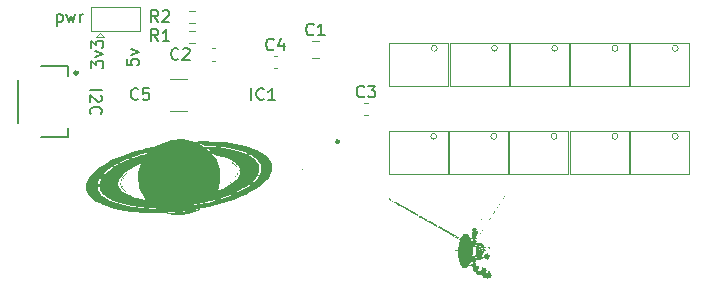
<source format=gbr>
%TF.GenerationSoftware,KiCad,Pcbnew,7.0.9*%
%TF.CreationDate,2023-11-18T01:38:35+02:00*%
%TF.ProjectId,MicroBars,4d696372-6f42-4617-9273-2e6b69636164,rev?*%
%TF.SameCoordinates,Original*%
%TF.FileFunction,Legend,Top*%
%TF.FilePolarity,Positive*%
%FSLAX46Y46*%
G04 Gerber Fmt 4.6, Leading zero omitted, Abs format (unit mm)*
G04 Created by KiCad (PCBNEW 7.0.9) date 2023-11-18 01:38:35*
%MOMM*%
%LPD*%
G01*
G04 APERTURE LIST*
%ADD10C,0.150000*%
%ADD11C,0.120000*%
%ADD12C,0.100000*%
%ADD13C,0.127000*%
%ADD14C,0.300000*%
%ADD15C,0.250000*%
G04 APERTURE END LIST*
D10*
X110269819Y-120187030D02*
X110269819Y-120663220D01*
X110269819Y-120663220D02*
X110746009Y-120710839D01*
X110746009Y-120710839D02*
X110698390Y-120663220D01*
X110698390Y-120663220D02*
X110650771Y-120567982D01*
X110650771Y-120567982D02*
X110650771Y-120329887D01*
X110650771Y-120329887D02*
X110698390Y-120234649D01*
X110698390Y-120234649D02*
X110746009Y-120187030D01*
X110746009Y-120187030D02*
X110841247Y-120139411D01*
X110841247Y-120139411D02*
X111079342Y-120139411D01*
X111079342Y-120139411D02*
X111174580Y-120187030D01*
X111174580Y-120187030D02*
X111222200Y-120234649D01*
X111222200Y-120234649D02*
X111269819Y-120329887D01*
X111269819Y-120329887D02*
X111269819Y-120567982D01*
X111269819Y-120567982D02*
X111222200Y-120663220D01*
X111222200Y-120663220D02*
X111174580Y-120710839D01*
X110603152Y-119806077D02*
X111269819Y-119567982D01*
X111269819Y-119567982D02*
X110603152Y-119329887D01*
X107269819Y-120958458D02*
X107269819Y-120339411D01*
X107269819Y-120339411D02*
X107650771Y-120672744D01*
X107650771Y-120672744D02*
X107650771Y-120529887D01*
X107650771Y-120529887D02*
X107698390Y-120434649D01*
X107698390Y-120434649D02*
X107746009Y-120387030D01*
X107746009Y-120387030D02*
X107841247Y-120339411D01*
X107841247Y-120339411D02*
X108079342Y-120339411D01*
X108079342Y-120339411D02*
X108174580Y-120387030D01*
X108174580Y-120387030D02*
X108222200Y-120434649D01*
X108222200Y-120434649D02*
X108269819Y-120529887D01*
X108269819Y-120529887D02*
X108269819Y-120815601D01*
X108269819Y-120815601D02*
X108222200Y-120910839D01*
X108222200Y-120910839D02*
X108174580Y-120958458D01*
X107603152Y-120006077D02*
X108269819Y-119767982D01*
X108269819Y-119767982D02*
X107603152Y-119529887D01*
X107269819Y-119244172D02*
X107269819Y-118625125D01*
X107269819Y-118625125D02*
X107650771Y-118958458D01*
X107650771Y-118958458D02*
X107650771Y-118815601D01*
X107650771Y-118815601D02*
X107698390Y-118720363D01*
X107698390Y-118720363D02*
X107746009Y-118672744D01*
X107746009Y-118672744D02*
X107841247Y-118625125D01*
X107841247Y-118625125D02*
X108079342Y-118625125D01*
X108079342Y-118625125D02*
X108174580Y-118672744D01*
X108174580Y-118672744D02*
X108222200Y-118720363D01*
X108222200Y-118720363D02*
X108269819Y-118815601D01*
X108269819Y-118815601D02*
X108269819Y-119101315D01*
X108269819Y-119101315D02*
X108222200Y-119196553D01*
X108222200Y-119196553D02*
X108174580Y-119244172D01*
X104352381Y-116388152D02*
X104352381Y-117388152D01*
X104352381Y-116435771D02*
X104447619Y-116388152D01*
X104447619Y-116388152D02*
X104638095Y-116388152D01*
X104638095Y-116388152D02*
X104733333Y-116435771D01*
X104733333Y-116435771D02*
X104780952Y-116483390D01*
X104780952Y-116483390D02*
X104828571Y-116578628D01*
X104828571Y-116578628D02*
X104828571Y-116864342D01*
X104828571Y-116864342D02*
X104780952Y-116959580D01*
X104780952Y-116959580D02*
X104733333Y-117007200D01*
X104733333Y-117007200D02*
X104638095Y-117054819D01*
X104638095Y-117054819D02*
X104447619Y-117054819D01*
X104447619Y-117054819D02*
X104352381Y-117007200D01*
X105161905Y-116388152D02*
X105352381Y-117054819D01*
X105352381Y-117054819D02*
X105542857Y-116578628D01*
X105542857Y-116578628D02*
X105733333Y-117054819D01*
X105733333Y-117054819D02*
X105923809Y-116388152D01*
X106304762Y-117054819D02*
X106304762Y-116388152D01*
X106304762Y-116578628D02*
X106352381Y-116483390D01*
X106352381Y-116483390D02*
X106400000Y-116435771D01*
X106400000Y-116435771D02*
X106495238Y-116388152D01*
X106495238Y-116388152D02*
X106590476Y-116388152D01*
X112920833Y-118654819D02*
X112587500Y-118178628D01*
X112349405Y-118654819D02*
X112349405Y-117654819D01*
X112349405Y-117654819D02*
X112730357Y-117654819D01*
X112730357Y-117654819D02*
X112825595Y-117702438D01*
X112825595Y-117702438D02*
X112873214Y-117750057D01*
X112873214Y-117750057D02*
X112920833Y-117845295D01*
X112920833Y-117845295D02*
X112920833Y-117988152D01*
X112920833Y-117988152D02*
X112873214Y-118083390D01*
X112873214Y-118083390D02*
X112825595Y-118131009D01*
X112825595Y-118131009D02*
X112730357Y-118178628D01*
X112730357Y-118178628D02*
X112349405Y-118178628D01*
X113873214Y-118654819D02*
X113301786Y-118654819D01*
X113587500Y-118654819D02*
X113587500Y-117654819D01*
X113587500Y-117654819D02*
X113492262Y-117797676D01*
X113492262Y-117797676D02*
X113397024Y-117892914D01*
X113397024Y-117892914D02*
X113301786Y-117940533D01*
X122695833Y-119359580D02*
X122648214Y-119407200D01*
X122648214Y-119407200D02*
X122505357Y-119454819D01*
X122505357Y-119454819D02*
X122410119Y-119454819D01*
X122410119Y-119454819D02*
X122267262Y-119407200D01*
X122267262Y-119407200D02*
X122172024Y-119311961D01*
X122172024Y-119311961D02*
X122124405Y-119216723D01*
X122124405Y-119216723D02*
X122076786Y-119026247D01*
X122076786Y-119026247D02*
X122076786Y-118883390D01*
X122076786Y-118883390D02*
X122124405Y-118692914D01*
X122124405Y-118692914D02*
X122172024Y-118597676D01*
X122172024Y-118597676D02*
X122267262Y-118502438D01*
X122267262Y-118502438D02*
X122410119Y-118454819D01*
X122410119Y-118454819D02*
X122505357Y-118454819D01*
X122505357Y-118454819D02*
X122648214Y-118502438D01*
X122648214Y-118502438D02*
X122695833Y-118550057D01*
X123552976Y-118788152D02*
X123552976Y-119454819D01*
X123314881Y-118407200D02*
X123076786Y-119121485D01*
X123076786Y-119121485D02*
X123695833Y-119121485D01*
X107145180Y-122823810D02*
X108145180Y-122823810D01*
X108049942Y-123252381D02*
X108097561Y-123300000D01*
X108097561Y-123300000D02*
X108145180Y-123395238D01*
X108145180Y-123395238D02*
X108145180Y-123633333D01*
X108145180Y-123633333D02*
X108097561Y-123728571D01*
X108097561Y-123728571D02*
X108049942Y-123776190D01*
X108049942Y-123776190D02*
X107954704Y-123823809D01*
X107954704Y-123823809D02*
X107859466Y-123823809D01*
X107859466Y-123823809D02*
X107716609Y-123776190D01*
X107716609Y-123776190D02*
X107145180Y-123204762D01*
X107145180Y-123204762D02*
X107145180Y-123823809D01*
X107240419Y-124823809D02*
X107192800Y-124776190D01*
X107192800Y-124776190D02*
X107145180Y-124633333D01*
X107145180Y-124633333D02*
X107145180Y-124538095D01*
X107145180Y-124538095D02*
X107192800Y-124395238D01*
X107192800Y-124395238D02*
X107288038Y-124300000D01*
X107288038Y-124300000D02*
X107383276Y-124252381D01*
X107383276Y-124252381D02*
X107573752Y-124204762D01*
X107573752Y-124204762D02*
X107716609Y-124204762D01*
X107716609Y-124204762D02*
X107907085Y-124252381D01*
X107907085Y-124252381D02*
X108002323Y-124300000D01*
X108002323Y-124300000D02*
X108097561Y-124395238D01*
X108097561Y-124395238D02*
X108145180Y-124538095D01*
X108145180Y-124538095D02*
X108145180Y-124633333D01*
X108145180Y-124633333D02*
X108097561Y-124776190D01*
X108097561Y-124776190D02*
X108049942Y-124823809D01*
X114633333Y-120159580D02*
X114585714Y-120207200D01*
X114585714Y-120207200D02*
X114442857Y-120254819D01*
X114442857Y-120254819D02*
X114347619Y-120254819D01*
X114347619Y-120254819D02*
X114204762Y-120207200D01*
X114204762Y-120207200D02*
X114109524Y-120111961D01*
X114109524Y-120111961D02*
X114061905Y-120016723D01*
X114061905Y-120016723D02*
X114014286Y-119826247D01*
X114014286Y-119826247D02*
X114014286Y-119683390D01*
X114014286Y-119683390D02*
X114061905Y-119492914D01*
X114061905Y-119492914D02*
X114109524Y-119397676D01*
X114109524Y-119397676D02*
X114204762Y-119302438D01*
X114204762Y-119302438D02*
X114347619Y-119254819D01*
X114347619Y-119254819D02*
X114442857Y-119254819D01*
X114442857Y-119254819D02*
X114585714Y-119302438D01*
X114585714Y-119302438D02*
X114633333Y-119350057D01*
X115014286Y-119350057D02*
X115061905Y-119302438D01*
X115061905Y-119302438D02*
X115157143Y-119254819D01*
X115157143Y-119254819D02*
X115395238Y-119254819D01*
X115395238Y-119254819D02*
X115490476Y-119302438D01*
X115490476Y-119302438D02*
X115538095Y-119350057D01*
X115538095Y-119350057D02*
X115585714Y-119445295D01*
X115585714Y-119445295D02*
X115585714Y-119540533D01*
X115585714Y-119540533D02*
X115538095Y-119683390D01*
X115538095Y-119683390D02*
X114966667Y-120254819D01*
X114966667Y-120254819D02*
X115585714Y-120254819D01*
X120823810Y-123654819D02*
X120823810Y-122654819D01*
X121871428Y-123559580D02*
X121823809Y-123607200D01*
X121823809Y-123607200D02*
X121680952Y-123654819D01*
X121680952Y-123654819D02*
X121585714Y-123654819D01*
X121585714Y-123654819D02*
X121442857Y-123607200D01*
X121442857Y-123607200D02*
X121347619Y-123511961D01*
X121347619Y-123511961D02*
X121300000Y-123416723D01*
X121300000Y-123416723D02*
X121252381Y-123226247D01*
X121252381Y-123226247D02*
X121252381Y-123083390D01*
X121252381Y-123083390D02*
X121300000Y-122892914D01*
X121300000Y-122892914D02*
X121347619Y-122797676D01*
X121347619Y-122797676D02*
X121442857Y-122702438D01*
X121442857Y-122702438D02*
X121585714Y-122654819D01*
X121585714Y-122654819D02*
X121680952Y-122654819D01*
X121680952Y-122654819D02*
X121823809Y-122702438D01*
X121823809Y-122702438D02*
X121871428Y-122750057D01*
X122823809Y-123654819D02*
X122252381Y-123654819D01*
X122538095Y-123654819D02*
X122538095Y-122654819D01*
X122538095Y-122654819D02*
X122442857Y-122797676D01*
X122442857Y-122797676D02*
X122347619Y-122892914D01*
X122347619Y-122892914D02*
X122252381Y-122940533D01*
X126083333Y-118079580D02*
X126035714Y-118127200D01*
X126035714Y-118127200D02*
X125892857Y-118174819D01*
X125892857Y-118174819D02*
X125797619Y-118174819D01*
X125797619Y-118174819D02*
X125654762Y-118127200D01*
X125654762Y-118127200D02*
X125559524Y-118031961D01*
X125559524Y-118031961D02*
X125511905Y-117936723D01*
X125511905Y-117936723D02*
X125464286Y-117746247D01*
X125464286Y-117746247D02*
X125464286Y-117603390D01*
X125464286Y-117603390D02*
X125511905Y-117412914D01*
X125511905Y-117412914D02*
X125559524Y-117317676D01*
X125559524Y-117317676D02*
X125654762Y-117222438D01*
X125654762Y-117222438D02*
X125797619Y-117174819D01*
X125797619Y-117174819D02*
X125892857Y-117174819D01*
X125892857Y-117174819D02*
X126035714Y-117222438D01*
X126035714Y-117222438D02*
X126083333Y-117270057D01*
X127035714Y-118174819D02*
X126464286Y-118174819D01*
X126750000Y-118174819D02*
X126750000Y-117174819D01*
X126750000Y-117174819D02*
X126654762Y-117317676D01*
X126654762Y-117317676D02*
X126559524Y-117412914D01*
X126559524Y-117412914D02*
X126464286Y-117460533D01*
X130370833Y-123329580D02*
X130323214Y-123377200D01*
X130323214Y-123377200D02*
X130180357Y-123424819D01*
X130180357Y-123424819D02*
X130085119Y-123424819D01*
X130085119Y-123424819D02*
X129942262Y-123377200D01*
X129942262Y-123377200D02*
X129847024Y-123281961D01*
X129847024Y-123281961D02*
X129799405Y-123186723D01*
X129799405Y-123186723D02*
X129751786Y-122996247D01*
X129751786Y-122996247D02*
X129751786Y-122853390D01*
X129751786Y-122853390D02*
X129799405Y-122662914D01*
X129799405Y-122662914D02*
X129847024Y-122567676D01*
X129847024Y-122567676D02*
X129942262Y-122472438D01*
X129942262Y-122472438D02*
X130085119Y-122424819D01*
X130085119Y-122424819D02*
X130180357Y-122424819D01*
X130180357Y-122424819D02*
X130323214Y-122472438D01*
X130323214Y-122472438D02*
X130370833Y-122520057D01*
X130704167Y-122424819D02*
X131323214Y-122424819D01*
X131323214Y-122424819D02*
X130989881Y-122805771D01*
X130989881Y-122805771D02*
X131132738Y-122805771D01*
X131132738Y-122805771D02*
X131227976Y-122853390D01*
X131227976Y-122853390D02*
X131275595Y-122901009D01*
X131275595Y-122901009D02*
X131323214Y-122996247D01*
X131323214Y-122996247D02*
X131323214Y-123234342D01*
X131323214Y-123234342D02*
X131275595Y-123329580D01*
X131275595Y-123329580D02*
X131227976Y-123377200D01*
X131227976Y-123377200D02*
X131132738Y-123424819D01*
X131132738Y-123424819D02*
X130847024Y-123424819D01*
X130847024Y-123424819D02*
X130751786Y-123377200D01*
X130751786Y-123377200D02*
X130704167Y-123329580D01*
X112920833Y-117054819D02*
X112587500Y-116578628D01*
X112349405Y-117054819D02*
X112349405Y-116054819D01*
X112349405Y-116054819D02*
X112730357Y-116054819D01*
X112730357Y-116054819D02*
X112825595Y-116102438D01*
X112825595Y-116102438D02*
X112873214Y-116150057D01*
X112873214Y-116150057D02*
X112920833Y-116245295D01*
X112920833Y-116245295D02*
X112920833Y-116388152D01*
X112920833Y-116388152D02*
X112873214Y-116483390D01*
X112873214Y-116483390D02*
X112825595Y-116531009D01*
X112825595Y-116531009D02*
X112730357Y-116578628D01*
X112730357Y-116578628D02*
X112349405Y-116578628D01*
X113301786Y-116150057D02*
X113349405Y-116102438D01*
X113349405Y-116102438D02*
X113444643Y-116054819D01*
X113444643Y-116054819D02*
X113682738Y-116054819D01*
X113682738Y-116054819D02*
X113777976Y-116102438D01*
X113777976Y-116102438D02*
X113825595Y-116150057D01*
X113825595Y-116150057D02*
X113873214Y-116245295D01*
X113873214Y-116245295D02*
X113873214Y-116340533D01*
X113873214Y-116340533D02*
X113825595Y-116483390D01*
X113825595Y-116483390D02*
X113254167Y-117054819D01*
X113254167Y-117054819D02*
X113873214Y-117054819D01*
X111233333Y-123559580D02*
X111185714Y-123607200D01*
X111185714Y-123607200D02*
X111042857Y-123654819D01*
X111042857Y-123654819D02*
X110947619Y-123654819D01*
X110947619Y-123654819D02*
X110804762Y-123607200D01*
X110804762Y-123607200D02*
X110709524Y-123511961D01*
X110709524Y-123511961D02*
X110661905Y-123416723D01*
X110661905Y-123416723D02*
X110614286Y-123226247D01*
X110614286Y-123226247D02*
X110614286Y-123083390D01*
X110614286Y-123083390D02*
X110661905Y-122892914D01*
X110661905Y-122892914D02*
X110709524Y-122797676D01*
X110709524Y-122797676D02*
X110804762Y-122702438D01*
X110804762Y-122702438D02*
X110947619Y-122654819D01*
X110947619Y-122654819D02*
X111042857Y-122654819D01*
X111042857Y-122654819D02*
X111185714Y-122702438D01*
X111185714Y-122702438D02*
X111233333Y-122750057D01*
X112138095Y-122654819D02*
X111661905Y-122654819D01*
X111661905Y-122654819D02*
X111614286Y-123131009D01*
X111614286Y-123131009D02*
X111661905Y-123083390D01*
X111661905Y-123083390D02*
X111757143Y-123035771D01*
X111757143Y-123035771D02*
X111995238Y-123035771D01*
X111995238Y-123035771D02*
X112090476Y-123083390D01*
X112090476Y-123083390D02*
X112138095Y-123131009D01*
X112138095Y-123131009D02*
X112185714Y-123226247D01*
X112185714Y-123226247D02*
X112185714Y-123464342D01*
X112185714Y-123464342D02*
X112138095Y-123559580D01*
X112138095Y-123559580D02*
X112090476Y-123607200D01*
X112090476Y-123607200D02*
X111995238Y-123654819D01*
X111995238Y-123654819D02*
X111757143Y-123654819D01*
X111757143Y-123654819D02*
X111661905Y-123607200D01*
X111661905Y-123607200D02*
X111614286Y-123559580D01*
%TO.C,G\u002A\u002A\u002A*%
G36*
X114615792Y-135246277D02*
G01*
X114623949Y-135265748D01*
X114617621Y-135290193D01*
X114594092Y-135295605D01*
X114564731Y-135284290D01*
X114558486Y-135259998D01*
X114569280Y-135234553D01*
X114592809Y-135230368D01*
X114615792Y-135246277D01*
G37*
G36*
X116432118Y-132937682D02*
G01*
X116371141Y-132975642D01*
X116283162Y-133019938D01*
X116174398Y-133068176D01*
X116051065Y-133117962D01*
X115919383Y-133166901D01*
X115785566Y-133212601D01*
X115655834Y-133252665D01*
X115536403Y-133284701D01*
X115522134Y-133288110D01*
X115277438Y-133335430D01*
X115015425Y-133367749D01*
X114747098Y-133384465D01*
X114483459Y-133384977D01*
X114235510Y-133368682D01*
X114175699Y-133361711D01*
X114088522Y-133349071D01*
X113992565Y-133332744D01*
X113894226Y-133314102D01*
X113799906Y-133294514D01*
X113716005Y-133275351D01*
X113648922Y-133257982D01*
X113605059Y-133243779D01*
X113591841Y-133236709D01*
X113601878Y-133230019D01*
X113640072Y-133222741D01*
X113700262Y-133215777D01*
X113771635Y-133210312D01*
X113973799Y-133196356D01*
X114202727Y-133177692D01*
X114452211Y-133155009D01*
X114716043Y-133128997D01*
X114988015Y-133100348D01*
X115261917Y-133069750D01*
X115531542Y-133037895D01*
X115790681Y-133005472D01*
X116033127Y-132973172D01*
X116252670Y-132941685D01*
X116413661Y-132916562D01*
X116473361Y-132906804D01*
X116432118Y-132937682D01*
G37*
G36*
X115013973Y-126992624D02*
G01*
X115372716Y-127029192D01*
X115725055Y-127098255D01*
X115872279Y-127137509D01*
X115955441Y-127166399D01*
X116061152Y-127210590D01*
X116183094Y-127266769D01*
X116314949Y-127331622D01*
X116450402Y-127401834D01*
X116583134Y-127474092D01*
X116706829Y-127545081D01*
X116815170Y-127611488D01*
X116901840Y-127669998D01*
X116934413Y-127694726D01*
X117101148Y-127831709D01*
X117243267Y-127956043D01*
X117365618Y-128072732D01*
X117473046Y-128186781D01*
X117570399Y-128303195D01*
X117662524Y-128426978D01*
X117709215Y-128494794D01*
X117867223Y-128753796D01*
X117992984Y-129014620D01*
X118087774Y-129281497D01*
X118152874Y-129558658D01*
X118189559Y-129850337D01*
X118199358Y-130117715D01*
X118193761Y-130334562D01*
X118175775Y-130530610D01*
X118143394Y-130717799D01*
X118094612Y-130908073D01*
X118036354Y-131088033D01*
X117999321Y-131197084D01*
X117974868Y-131276714D01*
X117962419Y-131329227D01*
X117961398Y-131356930D01*
X117967687Y-131362813D01*
X117987140Y-131355013D01*
X118032389Y-131333140D01*
X118099031Y-131299490D01*
X118182664Y-131256355D01*
X118278886Y-131206028D01*
X118383295Y-131150802D01*
X118491487Y-131092972D01*
X118599060Y-131034831D01*
X118637255Y-131014009D01*
X118904538Y-130858793D01*
X119140790Y-130702378D01*
X119345492Y-130545252D01*
X119518130Y-130387899D01*
X119658187Y-130230805D01*
X119765146Y-130074454D01*
X119838490Y-129919333D01*
X119854824Y-129869872D01*
X119877251Y-129751340D01*
X119880882Y-129622134D01*
X119865958Y-129497526D01*
X119847930Y-129430546D01*
X119779260Y-129283091D01*
X119677484Y-129142953D01*
X119543169Y-129010661D01*
X119376879Y-128886742D01*
X119179181Y-128771726D01*
X119102065Y-128733382D01*
X118928311Y-128657184D01*
X118729059Y-128581507D01*
X118513082Y-128509188D01*
X118289151Y-128443060D01*
X118066037Y-128385959D01*
X117941718Y-128358355D01*
X117862023Y-128340992D01*
X117790510Y-128324059D01*
X117736662Y-128309875D01*
X117714754Y-128302898D01*
X117685209Y-128282976D01*
X117640432Y-128242475D01*
X117586790Y-128187524D01*
X117537034Y-128131763D01*
X117425974Y-128010344D01*
X117301926Y-127888947D01*
X117175439Y-127777399D01*
X117061562Y-127688741D01*
X117017685Y-127655044D01*
X116988072Y-127627987D01*
X116979987Y-127616021D01*
X116996448Y-127608812D01*
X117043209Y-127604317D01*
X117116332Y-127602476D01*
X117211882Y-127603229D01*
X117325922Y-127606516D01*
X117454516Y-127612277D01*
X117593728Y-127620452D01*
X117684111Y-127626741D01*
X118114692Y-127665612D01*
X118523847Y-127716887D01*
X118910681Y-127780178D01*
X119274300Y-127855100D01*
X119613806Y-127941264D01*
X119928305Y-128038284D01*
X120216901Y-128145773D01*
X120478699Y-128263343D01*
X120712803Y-128390609D01*
X120918317Y-128527181D01*
X121094347Y-128672675D01*
X121239995Y-128826702D01*
X121354368Y-128988876D01*
X121436569Y-129158810D01*
X121469661Y-129262732D01*
X121495799Y-129430841D01*
X121488431Y-129604529D01*
X121447501Y-129784183D01*
X121372954Y-129970193D01*
X121368020Y-129980325D01*
X121312155Y-130086030D01*
X121251570Y-130182725D01*
X121180834Y-130277606D01*
X121094515Y-130377867D01*
X120987182Y-130490705D01*
X120968546Y-130509550D01*
X120790893Y-130675505D01*
X120593264Y-130834994D01*
X120372569Y-130990105D01*
X120125715Y-131142926D01*
X119849613Y-131295546D01*
X119667681Y-131388359D01*
X119241162Y-131586949D01*
X118790755Y-131771116D01*
X118315273Y-131941204D01*
X117813530Y-132097558D01*
X117284340Y-132240523D01*
X116726516Y-132370443D01*
X116138871Y-132487665D01*
X115528803Y-132591193D01*
X115425035Y-132607716D01*
X115336339Y-132622476D01*
X115266992Y-132634706D01*
X115221273Y-132643641D01*
X115203458Y-132648514D01*
X115205276Y-132649163D01*
X115245928Y-132647345D01*
X115315992Y-132640134D01*
X115411080Y-132628216D01*
X115526799Y-132612281D01*
X115658759Y-132593017D01*
X115802569Y-132571113D01*
X115953837Y-132547258D01*
X116108174Y-132522140D01*
X116261187Y-132496448D01*
X116408487Y-132470870D01*
X116545682Y-132446095D01*
X116668381Y-132422812D01*
X116739554Y-132408542D01*
X116842124Y-132387566D01*
X116946280Y-132366543D01*
X117040978Y-132347685D01*
X117115175Y-132333203D01*
X117125964Y-132331144D01*
X117478414Y-132255067D01*
X117844382Y-132158853D01*
X118218378Y-132044688D01*
X118594918Y-131914756D01*
X118968514Y-131771245D01*
X119333679Y-131616339D01*
X119684926Y-131452225D01*
X120016770Y-131281087D01*
X120323723Y-131105113D01*
X120526369Y-130976554D01*
X120786324Y-130792220D01*
X121012156Y-130607325D01*
X121204090Y-130421614D01*
X121362349Y-130234827D01*
X121487156Y-130046708D01*
X121494330Y-130031846D01*
X122217985Y-130031846D01*
X122226572Y-130040433D01*
X122235159Y-130031846D01*
X122226572Y-130023259D01*
X122217985Y-130031846D01*
X121494330Y-130031846D01*
X121510911Y-129997498D01*
X122235159Y-129997498D01*
X122243746Y-130006085D01*
X122252333Y-129997498D01*
X122243746Y-129988912D01*
X122235159Y-129997498D01*
X121510911Y-129997498D01*
X121557544Y-129900899D01*
X122291143Y-129900899D01*
X122303723Y-129892668D01*
X122305985Y-129890449D01*
X122319550Y-129867932D01*
X122317711Y-129859654D01*
X122304936Y-129864808D01*
X122296371Y-129880835D01*
X122291143Y-129900899D01*
X121557544Y-129900899D01*
X121578736Y-129856999D01*
X121586134Y-129834348D01*
X122322682Y-129834348D01*
X122328657Y-129831334D01*
X122341040Y-129805055D01*
X122356253Y-129765113D01*
X122370722Y-129721106D01*
X122380871Y-129682636D01*
X122382530Y-129673663D01*
X122382139Y-129660525D01*
X122373234Y-129676596D01*
X122357707Y-129718353D01*
X122356228Y-129722718D01*
X122338393Y-129777443D01*
X122326288Y-129817964D01*
X122322682Y-129834348D01*
X121586134Y-129834348D01*
X121626350Y-129711223D01*
X121644151Y-129604985D01*
X121645729Y-129568154D01*
X122393071Y-129568154D01*
X122394927Y-129597484D01*
X122400303Y-129600066D01*
X122400988Y-129598535D01*
X122404385Y-129564442D01*
X122401624Y-129547014D01*
X122396157Y-129540010D01*
X122393184Y-129562821D01*
X122393071Y-129568154D01*
X121645729Y-129568154D01*
X121649442Y-129481478D01*
X121645002Y-129396417D01*
X122412532Y-129396417D01*
X122413289Y-129446550D01*
X122415419Y-129471351D01*
X122418500Y-129466774D01*
X122419292Y-129461201D01*
X122422175Y-129404410D01*
X122419662Y-129343280D01*
X122419430Y-129340985D01*
X122416246Y-129324734D01*
X122413830Y-129339448D01*
X122412604Y-129381744D01*
X122412532Y-129396417D01*
X121645002Y-129396417D01*
X121642783Y-129353902D01*
X121624733Y-129235456D01*
X121602837Y-129157149D01*
X121539040Y-129021243D01*
X122348214Y-129021243D01*
X122352963Y-129055362D01*
X122366354Y-129117959D01*
X122370328Y-129134691D01*
X122384596Y-129187725D01*
X122396384Y-129220365D01*
X122403400Y-129226440D01*
X122403846Y-129224937D01*
X122402295Y-129195093D01*
X122392500Y-129145092D01*
X122381363Y-129102701D01*
X122362861Y-129043618D01*
X122351662Y-129016897D01*
X122348214Y-129021243D01*
X121539040Y-129021243D01*
X121526973Y-128995537D01*
X121519281Y-128984246D01*
X122321028Y-128984246D01*
X122329615Y-128992833D01*
X122338202Y-128984246D01*
X122329615Y-128975659D01*
X122321028Y-128984246D01*
X121519281Y-128984246D01*
X121418990Y-128837034D01*
X121390721Y-128805651D01*
X122243781Y-128805651D01*
X122247937Y-128825815D01*
X122264275Y-128863814D01*
X122283884Y-128900169D01*
X122297585Y-128917033D01*
X122299611Y-128916931D01*
X122297109Y-128898862D01*
X122282123Y-128863374D01*
X122278919Y-128857039D01*
X122254903Y-128815691D01*
X122243781Y-128805651D01*
X121390721Y-128805651D01*
X121281107Y-128683961D01*
X121115544Y-128538637D01*
X120924522Y-128403382D01*
X120822514Y-128341609D01*
X120568573Y-128209745D01*
X120283904Y-128087996D01*
X119970759Y-127976884D01*
X119631391Y-127876931D01*
X119268053Y-127788658D01*
X118882997Y-127712588D01*
X118478476Y-127649242D01*
X118056742Y-127599144D01*
X117620048Y-127562815D01*
X117409331Y-127550597D01*
X117256686Y-127543125D01*
X117133727Y-127537038D01*
X117035866Y-127531477D01*
X116958514Y-127525576D01*
X116897082Y-127518475D01*
X116846984Y-127509311D01*
X116803630Y-127497220D01*
X116762432Y-127481342D01*
X116718803Y-127460813D01*
X116668153Y-127434770D01*
X116605895Y-127402351D01*
X116597372Y-127397964D01*
X116505542Y-127352332D01*
X116414849Y-127309983D01*
X116333952Y-127274781D01*
X116271510Y-127250588D01*
X116255136Y-127245294D01*
X116199539Y-127226406D01*
X116158957Y-127207894D01*
X116143144Y-127195016D01*
X116155292Y-127182655D01*
X116198811Y-127172551D01*
X116270801Y-127164639D01*
X116368366Y-127158858D01*
X116488605Y-127155143D01*
X116628621Y-127153433D01*
X116785515Y-127153662D01*
X116956388Y-127155769D01*
X117138342Y-127159690D01*
X117328479Y-127165361D01*
X117523899Y-127172721D01*
X117721705Y-127181704D01*
X117918998Y-127192249D01*
X118112879Y-127204292D01*
X118300450Y-127217770D01*
X118478812Y-127232619D01*
X118645067Y-127248777D01*
X118654429Y-127249769D01*
X119100743Y-127304810D01*
X119525218Y-127372343D01*
X119926853Y-127451970D01*
X120304645Y-127543292D01*
X120657592Y-127645911D01*
X120984693Y-127759428D01*
X121284945Y-127883444D01*
X121557346Y-128017561D01*
X121800895Y-128161379D01*
X122014590Y-128314501D01*
X122197428Y-128476528D01*
X122348408Y-128647061D01*
X122419811Y-128747893D01*
X122515625Y-128924709D01*
X122577926Y-129105889D01*
X122607178Y-129290756D01*
X122603844Y-129478630D01*
X122568385Y-129668830D01*
X122501265Y-129860679D01*
X122402946Y-130053497D01*
X122273892Y-130246605D01*
X122114564Y-130439322D01*
X121925427Y-130630971D01*
X121706941Y-130820871D01*
X121459572Y-131008344D01*
X121183780Y-131192710D01*
X120880029Y-131373289D01*
X120548781Y-131549403D01*
X120492022Y-131577735D01*
X120016151Y-131798789D01*
X119510767Y-132005993D01*
X118978026Y-132198787D01*
X118420088Y-132376614D01*
X117839109Y-132538915D01*
X117237247Y-132685132D01*
X116616660Y-132814704D01*
X115979506Y-132927075D01*
X115327942Y-133021685D01*
X114664127Y-133097975D01*
X114592833Y-133104994D01*
X114040535Y-133152913D01*
X113516339Y-133186819D01*
X113017044Y-133206841D01*
X112539450Y-133213106D01*
X112080356Y-133205744D01*
X112076876Y-133205635D01*
X111561393Y-133182208D01*
X111066418Y-133145297D01*
X110592981Y-133095173D01*
X110142109Y-133032109D01*
X109714834Y-132956376D01*
X109312183Y-132868246D01*
X108935186Y-132767991D01*
X108584873Y-132655883D01*
X108262272Y-132532194D01*
X107968414Y-132397195D01*
X107704326Y-132251158D01*
X107471039Y-132094356D01*
X107282940Y-131939393D01*
X107141190Y-131792000D01*
X107106517Y-131745558D01*
X107331098Y-131745558D01*
X107335277Y-131755156D01*
X107352569Y-131773593D01*
X107362510Y-131769811D01*
X107362678Y-131767410D01*
X107361826Y-131766396D01*
X108169845Y-131766396D01*
X108178432Y-131774983D01*
X108187018Y-131766396D01*
X108178432Y-131757809D01*
X108169845Y-131766396D01*
X107361826Y-131766396D01*
X107350479Y-131752884D01*
X107342850Y-131747583D01*
X107331098Y-131745558D01*
X107106517Y-131745558D01*
X107020652Y-131630547D01*
X106998357Y-131590995D01*
X107210882Y-131590995D01*
X107215061Y-131600592D01*
X107232353Y-131619029D01*
X107242294Y-131615247D01*
X107242461Y-131612846D01*
X107230263Y-131598320D01*
X107222634Y-131593019D01*
X107210882Y-131590995D01*
X106998357Y-131590995D01*
X106988676Y-131573821D01*
X107983702Y-131573821D01*
X107987880Y-131583418D01*
X108005172Y-131601855D01*
X108015114Y-131598073D01*
X108015281Y-131595672D01*
X108003083Y-131581146D01*
X107995453Y-131575845D01*
X107983702Y-131573821D01*
X106988676Y-131573821D01*
X106947178Y-131500203D01*
X107163971Y-131500203D01*
X107164088Y-131512825D01*
X107173766Y-131534551D01*
X107191502Y-131561540D01*
X107200735Y-131568898D01*
X107200619Y-131556276D01*
X107190940Y-131534551D01*
X107173204Y-131507561D01*
X107163971Y-131500203D01*
X106947178Y-131500203D01*
X106932657Y-131474442D01*
X107139419Y-131474442D01*
X107148006Y-131483029D01*
X107156592Y-131474442D01*
X107148006Y-131465855D01*
X107139419Y-131474442D01*
X106932657Y-131474442D01*
X106925168Y-131461156D01*
X106923656Y-131457269D01*
X107895064Y-131457269D01*
X107903651Y-131465855D01*
X107912238Y-131457269D01*
X107903651Y-131448682D01*
X107895064Y-131457269D01*
X106923656Y-131457269D01*
X106916977Y-131440095D01*
X107122245Y-131440095D01*
X107130832Y-131448682D01*
X107139419Y-131440095D01*
X107130832Y-131431508D01*
X107122245Y-131440095D01*
X106916977Y-131440095D01*
X106910297Y-131422921D01*
X107877891Y-131422921D01*
X107886477Y-131431508D01*
X107895064Y-131422921D01*
X107886477Y-131414334D01*
X107877891Y-131422921D01*
X106910297Y-131422921D01*
X106858581Y-131289952D01*
X106845657Y-131242596D01*
X106844495Y-131235244D01*
X107054805Y-131235244D01*
X107058858Y-131260791D01*
X107070439Y-131301717D01*
X107085768Y-131347172D01*
X107101067Y-131386304D01*
X107112555Y-131408263D01*
X107115535Y-131409595D01*
X107113842Y-131391231D01*
X107102642Y-131350530D01*
X107089098Y-131309915D01*
X107083087Y-131294118D01*
X107816574Y-131294118D01*
X107816691Y-131306739D01*
X107826369Y-131328465D01*
X107844105Y-131355455D01*
X107853338Y-131362813D01*
X107853222Y-131350191D01*
X107843543Y-131328465D01*
X107825808Y-131301476D01*
X107816574Y-131294118D01*
X107083087Y-131294118D01*
X107071441Y-131263510D01*
X107058970Y-131237051D01*
X107054805Y-131235244D01*
X106844495Y-131235244D01*
X106828572Y-131134536D01*
X106823564Y-131009211D01*
X107020810Y-131009211D01*
X107025191Y-131103629D01*
X107030225Y-131143847D01*
X107037517Y-131185071D01*
X107042343Y-131207100D01*
X107042917Y-131208245D01*
X107043677Y-131192126D01*
X107044316Y-131147997D01*
X107044776Y-131082197D01*
X107044799Y-131073748D01*
X107741589Y-131073748D01*
X107744755Y-131106295D01*
X107753656Y-131135628D01*
X107763926Y-131150635D01*
X107769903Y-131145801D01*
X107768550Y-131117583D01*
X107759253Y-131086561D01*
X107746761Y-131062882D01*
X107741641Y-131072590D01*
X107741589Y-131073748D01*
X107044799Y-131073748D01*
X107044998Y-131001062D01*
X107045009Y-130982463D01*
X107795438Y-130982463D01*
X107802365Y-131074302D01*
X107807883Y-131107468D01*
X107849806Y-131242729D01*
X107918472Y-131383827D01*
X108009049Y-131523077D01*
X108116707Y-131652792D01*
X108203969Y-131737631D01*
X108400011Y-131891682D01*
X108627615Y-132036979D01*
X108884899Y-132172601D01*
X109169981Y-132297629D01*
X109480982Y-132411142D01*
X109749831Y-132493797D01*
X110042629Y-132569099D01*
X110362611Y-132637089D01*
X110703195Y-132696760D01*
X111057800Y-132747105D01*
X111419847Y-132787118D01*
X111782753Y-132815790D01*
X111896552Y-132822331D01*
X112010010Y-132828246D01*
X112118100Y-132833884D01*
X112213774Y-132838876D01*
X112289983Y-132842855D01*
X112339679Y-132845453D01*
X112343070Y-132845630D01*
X112462125Y-132851329D01*
X112551767Y-132854070D01*
X112616823Y-132853591D01*
X112662124Y-132849629D01*
X112692496Y-132841920D01*
X112712768Y-132830202D01*
X112718295Y-132825181D01*
X112727509Y-132814731D01*
X112728922Y-132806697D01*
X112718655Y-132800593D01*
X112692827Y-132795932D01*
X112647556Y-132792228D01*
X112578963Y-132788995D01*
X112483167Y-132785745D01*
X112379113Y-132782655D01*
X111942452Y-132763254D01*
X111522328Y-132731167D01*
X111370475Y-132714435D01*
X114603556Y-132714435D01*
X114627181Y-132716829D01*
X114651561Y-132714130D01*
X114648648Y-132708167D01*
X114613487Y-132705898D01*
X114605713Y-132708167D01*
X114603556Y-132714435D01*
X111370475Y-132714435D01*
X111223685Y-132698261D01*
X114754846Y-132698261D01*
X114771727Y-132701011D01*
X114794001Y-132697853D01*
X114794267Y-132691991D01*
X114771282Y-132687891D01*
X114761351Y-132690635D01*
X114754846Y-132698261D01*
X111223685Y-132698261D01*
X111119851Y-132686820D01*
X110944587Y-132661159D01*
X115072647Y-132661159D01*
X115096394Y-132663869D01*
X115108046Y-132664035D01*
X115139291Y-132662244D01*
X115142973Y-132657786D01*
X115138100Y-132656181D01*
X115094544Y-132653510D01*
X115077992Y-132656181D01*
X115072647Y-132661159D01*
X110944587Y-132661159D01*
X110736129Y-132630638D01*
X110372271Y-132563048D01*
X110029385Y-132484474D01*
X109708581Y-132395343D01*
X109410967Y-132296080D01*
X109137651Y-132187112D01*
X108889743Y-132068864D01*
X108668351Y-131941761D01*
X108474584Y-131806230D01*
X108309551Y-131662696D01*
X108174360Y-131511585D01*
X108070120Y-131353322D01*
X108025436Y-131251183D01*
X109681136Y-131251183D01*
X109689723Y-131259770D01*
X109698310Y-131251183D01*
X109689723Y-131242596D01*
X109681136Y-131251183D01*
X108025436Y-131251183D01*
X107997941Y-131188335D01*
X107971263Y-131090012D01*
X107950097Y-130935319D01*
X107954713Y-130785080D01*
X107964856Y-130735970D01*
X109476215Y-130735970D01*
X109484075Y-130832208D01*
X109492247Y-130884695D01*
X109507292Y-130945223D01*
X109526129Y-131004622D01*
X109545673Y-131053723D01*
X109562845Y-131083355D01*
X109570060Y-131088033D01*
X109568522Y-131073670D01*
X109556653Y-131036617D01*
X109543129Y-131000598D01*
X109518899Y-130929356D01*
X109498236Y-130852315D01*
X109492440Y-130824567D01*
X109476215Y-130735970D01*
X107964856Y-130735970D01*
X107973018Y-130696450D01*
X109549100Y-130696450D01*
X109559922Y-130845986D01*
X109604545Y-130991969D01*
X109682991Y-131133699D01*
X109795284Y-131270474D01*
X109804413Y-131279845D01*
X109943486Y-131403500D01*
X110109724Y-131519093D01*
X110304319Y-131627176D01*
X110528462Y-131728302D01*
X110783345Y-131823022D01*
X111070158Y-131911888D01*
X111301846Y-131973750D01*
X111380585Y-131994199D01*
X111451932Y-132013913D01*
X111505992Y-132030098D01*
X111526646Y-132037197D01*
X111577696Y-132053010D01*
X111648423Y-132070167D01*
X111724479Y-132085658D01*
X111791516Y-132096473D01*
X111824168Y-132099602D01*
X111851553Y-132096794D01*
X111850982Y-132078829D01*
X111845367Y-132067566D01*
X111827964Y-132038916D01*
X111796428Y-131990356D01*
X111756205Y-131930197D01*
X111734809Y-131898764D01*
X111602340Y-131686088D01*
X111486293Y-131460983D01*
X111391492Y-131233630D01*
X111331735Y-131048098D01*
X111266223Y-130748763D01*
X111231531Y-130443991D01*
X111227549Y-130138343D01*
X111254168Y-129836380D01*
X111311278Y-129542666D01*
X111372882Y-129333961D01*
X111400674Y-129252472D01*
X111426990Y-129175155D01*
X111448222Y-129112624D01*
X111457795Y-129084313D01*
X111481945Y-129012643D01*
X111435936Y-129029180D01*
X111413357Y-129037959D01*
X111385146Y-129050521D01*
X111346812Y-129069127D01*
X111293866Y-129096040D01*
X111221819Y-129133520D01*
X111126183Y-129183830D01*
X111069158Y-129213951D01*
X110814088Y-129353053D01*
X110589129Y-129485101D01*
X110391288Y-129612202D01*
X110217575Y-129736461D01*
X110064996Y-129859986D01*
X109930559Y-129984882D01*
X109843369Y-130076781D01*
X109719214Y-130233525D01*
X109628769Y-130389519D01*
X109572056Y-130544060D01*
X109549100Y-130696450D01*
X107973018Y-130696450D01*
X107986142Y-130632905D01*
X107989305Y-130624341D01*
X109475051Y-130624341D01*
X109481334Y-130638477D01*
X109486500Y-130635790D01*
X109488555Y-130615409D01*
X109486500Y-130612892D01*
X109476290Y-130615249D01*
X109475051Y-130624341D01*
X107989305Y-130624341D01*
X108036875Y-130495538D01*
X109509398Y-130495538D01*
X109517985Y-130504125D01*
X109526572Y-130495538D01*
X109517985Y-130486951D01*
X109509398Y-130495538D01*
X108036875Y-130495538D01*
X108045418Y-130472406D01*
X108084318Y-130390028D01*
X108199090Y-130196154D01*
X108347601Y-130004380D01*
X108529280Y-129815111D01*
X108743562Y-129628752D01*
X108989876Y-129445708D01*
X109267656Y-129266386D01*
X109576333Y-129091190D01*
X109915339Y-128920527D01*
X110284106Y-128754801D01*
X110500750Y-128665365D01*
X110663880Y-128602692D01*
X110851774Y-128535061D01*
X111056325Y-128465070D01*
X111269427Y-128395317D01*
X111482973Y-128328401D01*
X111688856Y-128266920D01*
X111878969Y-128213474D01*
X112040469Y-128171809D01*
X112086830Y-128148810D01*
X112117299Y-128118580D01*
X112144669Y-128077359D01*
X112082191Y-128089080D01*
X112008776Y-128105387D01*
X111907948Y-128131509D01*
X111784715Y-128165915D01*
X111644083Y-128207075D01*
X111491060Y-128253457D01*
X111330652Y-128303530D01*
X111167867Y-128355765D01*
X111007711Y-128408628D01*
X110855191Y-128460590D01*
X110773688Y-128489184D01*
X110617577Y-128546611D01*
X110451094Y-128611413D01*
X110278931Y-128681492D01*
X110105782Y-128754746D01*
X109936341Y-128829076D01*
X109775301Y-128902381D01*
X109627355Y-128972562D01*
X109497198Y-129037517D01*
X109389523Y-129095146D01*
X109309024Y-129143351D01*
X109303313Y-129147127D01*
X109257718Y-129175980D01*
X109223407Y-129194758D01*
X109211832Y-129198845D01*
X109193221Y-129207949D01*
X109151618Y-129232943D01*
X109092450Y-129270426D01*
X109021147Y-129316999D01*
X108989165Y-129338267D01*
X108729747Y-129521383D01*
X108503395Y-129702127D01*
X108309015Y-129881693D01*
X108145510Y-130061275D01*
X108011787Y-130242070D01*
X107906749Y-130425271D01*
X107833943Y-130598580D01*
X107815602Y-130673254D01*
X107802665Y-130770051D01*
X107795741Y-130877083D01*
X107795438Y-130982463D01*
X107045009Y-130982463D01*
X107045009Y-130982203D01*
X107044275Y-130897960D01*
X107042144Y-130840933D01*
X107038780Y-130813316D01*
X107034348Y-130817304D01*
X107033118Y-130823350D01*
X107023509Y-130909544D01*
X107020810Y-131009211D01*
X106823564Y-131009211D01*
X106823496Y-131007515D01*
X106830043Y-130874603D01*
X106844791Y-130770318D01*
X107740500Y-130770318D01*
X107749087Y-130778905D01*
X107757674Y-130770318D01*
X107749087Y-130761731D01*
X107740500Y-130770318D01*
X106844791Y-130770318D01*
X106847824Y-130748872D01*
X106855219Y-130717365D01*
X107054906Y-130717365D01*
X107058063Y-130739640D01*
X107063926Y-130739906D01*
X107068025Y-130716921D01*
X107065281Y-130706990D01*
X107057656Y-130700485D01*
X107054906Y-130717365D01*
X106855219Y-130717365D01*
X106862080Y-130688134D01*
X106872757Y-130658688D01*
X107070724Y-130658688D01*
X107077007Y-130672824D01*
X107082173Y-130670138D01*
X107084228Y-130649756D01*
X107082173Y-130647239D01*
X107071963Y-130649597D01*
X107070724Y-130658688D01*
X106872757Y-130658688D01*
X106891438Y-130607167D01*
X107087897Y-130607167D01*
X107094181Y-130621303D01*
X107099347Y-130618616D01*
X107101402Y-130598235D01*
X107099347Y-130595718D01*
X107089137Y-130598075D01*
X107087897Y-130607167D01*
X106891438Y-130607167D01*
X106907006Y-130564233D01*
X107105071Y-130564233D01*
X107113658Y-130572820D01*
X107122245Y-130564233D01*
X107113658Y-130555646D01*
X107105071Y-130564233D01*
X106907006Y-130564233D01*
X106934775Y-130487650D01*
X106957905Y-130444016D01*
X107843543Y-130444016D01*
X107852130Y-130452603D01*
X107860717Y-130444016D01*
X107852130Y-130435429D01*
X107843543Y-130444016D01*
X106957905Y-130444016D01*
X107040825Y-130287593D01*
X107063417Y-130255105D01*
X107946586Y-130255105D01*
X107955173Y-130263692D01*
X107963759Y-130255105D01*
X107955173Y-130246518D01*
X107946586Y-130255105D01*
X107063417Y-130255105D01*
X107158959Y-130117715D01*
X108049628Y-130117715D01*
X108058215Y-130126302D01*
X108066802Y-130117715D01*
X108058215Y-130109128D01*
X108049628Y-130117715D01*
X107158959Y-130117715D01*
X107179241Y-130088549D01*
X107183697Y-130083367D01*
X108066802Y-130083367D01*
X108075389Y-130091954D01*
X108083976Y-130083367D01*
X108075389Y-130074780D01*
X108066802Y-130083367D01*
X107183697Y-130083367D01*
X107287076Y-129963151D01*
X108169845Y-129963151D01*
X108178432Y-129971738D01*
X108187018Y-129963151D01*
X108178432Y-129954564D01*
X108169845Y-129963151D01*
X107287076Y-129963151D01*
X107349030Y-129891106D01*
X107549202Y-129695850D01*
X107778766Y-129503367D01*
X108036730Y-129314246D01*
X108322104Y-129129071D01*
X108633896Y-128948430D01*
X108971116Y-128772910D01*
X109332772Y-128603097D01*
X109717873Y-128439578D01*
X110125428Y-128282941D01*
X110554445Y-128133771D01*
X111003935Y-127992655D01*
X111472905Y-127860180D01*
X111767749Y-127783957D01*
X111899743Y-127751810D01*
X112042052Y-127718541D01*
X112183944Y-127686565D01*
X112314687Y-127658299D01*
X112423549Y-127636157D01*
X112428939Y-127635117D01*
X112537095Y-127614038D01*
X112619686Y-127596436D01*
X112684898Y-127579422D01*
X112740917Y-127560107D01*
X112795931Y-127535601D01*
X112858127Y-127503016D01*
X112935690Y-127459461D01*
X112950483Y-127451048D01*
X113146760Y-127350023D01*
X113366002Y-127255791D01*
X113596917Y-127172614D01*
X113828216Y-127104758D01*
X113935566Y-127078990D01*
X114291774Y-127017413D01*
X114652451Y-126988661D01*
X115013973Y-126992624D01*
G37*
G36*
X119058012Y-130632928D02*
G01*
X119049425Y-130641515D01*
X119040839Y-130632928D01*
X119049425Y-130624341D01*
X119058012Y-130632928D01*
G37*
G36*
X119212576Y-130512711D02*
G01*
X119203989Y-130521298D01*
X119195402Y-130512711D01*
X119203989Y-130504125D01*
X119212576Y-130512711D01*
G37*
G36*
X119361751Y-130375758D02*
G01*
X119352157Y-130388202D01*
X119327090Y-130414901D01*
X119315901Y-130414785D01*
X119315619Y-130411772D01*
X119327355Y-130397436D01*
X119345673Y-130381718D01*
X119366015Y-130366865D01*
X119361751Y-130375758D01*
G37*
G36*
X119223219Y-128932704D02*
G01*
X119226512Y-128934578D01*
X119287862Y-128976947D01*
X119361274Y-129038579D01*
X119438243Y-129111227D01*
X119510265Y-129186642D01*
X119568836Y-129256577D01*
X119591463Y-129288517D01*
X119662449Y-129428415D01*
X119700287Y-129575867D01*
X119704720Y-129728532D01*
X119675490Y-129884067D01*
X119661563Y-129926901D01*
X119626877Y-130007469D01*
X119579320Y-130095371D01*
X119525619Y-130179746D01*
X119472497Y-130249730D01*
X119441499Y-130282327D01*
X119427060Y-130292506D01*
X119433623Y-130278263D01*
X119460169Y-130241538D01*
X119468803Y-130230361D01*
X119569187Y-130078656D01*
X119637671Y-129923353D01*
X119673922Y-129766752D01*
X119677611Y-129611158D01*
X119648406Y-129458870D01*
X119597736Y-129334262D01*
X119558174Y-129273355D01*
X119498003Y-129200511D01*
X119424580Y-129123741D01*
X119345259Y-129051053D01*
X119314058Y-129025337D01*
X119245682Y-128970304D01*
X119203574Y-128934731D01*
X119186571Y-128917412D01*
X119193508Y-128917138D01*
X119223219Y-128932704D01*
G37*
G36*
X119378924Y-130255542D02*
G01*
X119369331Y-130267985D01*
X119344264Y-130294685D01*
X119333075Y-130294569D01*
X119332793Y-130291555D01*
X119344529Y-130277220D01*
X119362847Y-130261501D01*
X119383189Y-130246649D01*
X119378924Y-130255542D01*
G37*
G36*
X119380816Y-129158833D02*
G01*
X119484369Y-129285239D01*
X119558965Y-129420092D01*
X119603236Y-129559585D01*
X119615811Y-129699913D01*
X119606884Y-129786807D01*
X119586565Y-129866957D01*
X119554628Y-129957308D01*
X119515841Y-130046824D01*
X119474968Y-130124467D01*
X119437994Y-130177823D01*
X119427230Y-130186290D01*
X119433258Y-130168946D01*
X119454762Y-130129166D01*
X119461453Y-130117715D01*
X119533524Y-129968568D01*
X119576636Y-129816637D01*
X119590075Y-129666803D01*
X119573124Y-129523946D01*
X119556748Y-129467136D01*
X119533880Y-129406887D01*
X119507378Y-129352874D01*
X119472219Y-129297048D01*
X119423384Y-129231361D01*
X119362620Y-129155984D01*
X119277851Y-129052941D01*
X119380816Y-129158833D01*
G37*
G36*
X119693442Y-130100541D02*
G01*
X119684855Y-130109128D01*
X119676268Y-130100541D01*
X119684855Y-130091954D01*
X119693442Y-130100541D01*
G37*
G36*
X119710615Y-130066194D02*
G01*
X119702029Y-130074780D01*
X119693442Y-130066194D01*
X119702029Y-130057607D01*
X119710615Y-130066194D01*
G37*
G36*
X119744963Y-129997498D02*
G01*
X119736376Y-130006085D01*
X119727789Y-129997498D01*
X119736376Y-129988912D01*
X119744963Y-129997498D01*
G37*
G36*
X119773586Y-129908767D02*
G01*
X119775641Y-129929149D01*
X119773586Y-129931666D01*
X119763376Y-129929308D01*
X119762137Y-129920216D01*
X119768420Y-129906081D01*
X119773586Y-129908767D01*
G37*
G36*
X119790760Y-129857246D02*
G01*
X119792815Y-129877627D01*
X119790760Y-129880144D01*
X119780550Y-129877787D01*
X119779310Y-129868695D01*
X119785594Y-129854559D01*
X119790760Y-129857246D01*
G37*
G36*
X119807858Y-129761359D02*
G01*
X119810126Y-129796520D01*
X119807858Y-129804294D01*
X119801590Y-129806451D01*
X119799196Y-129782826D01*
X119801895Y-129758446D01*
X119807858Y-129761359D01*
G37*
G36*
X119808042Y-129507854D02*
G01*
X119815509Y-129544962D01*
X119822245Y-129593915D01*
X119827434Y-129650309D01*
X119828693Y-129691546D01*
X119826337Y-129707177D01*
X119820408Y-129696061D01*
X119812957Y-129659046D01*
X119806298Y-129609862D01*
X119801217Y-129553435D01*
X119799944Y-129512219D01*
X119802206Y-129496600D01*
X119808042Y-129507854D01*
G37*
G36*
X125151927Y-129499256D02*
G01*
X125156638Y-129503115D01*
X125166253Y-129530196D01*
X125153727Y-129554135D01*
X125137525Y-129559567D01*
X125115499Y-129547057D01*
X125110840Y-129540897D01*
X125108834Y-129514706D01*
X125127004Y-129497134D01*
X125151927Y-129499256D01*
G37*
G36*
X119790760Y-129445076D02*
G01*
X119792815Y-129465457D01*
X119790760Y-129467974D01*
X119780550Y-129465617D01*
X119779310Y-129456525D01*
X119785594Y-129442389D01*
X119790760Y-129445076D01*
G37*
G36*
X119714179Y-129281336D02*
G01*
X119733573Y-129314628D01*
X119754205Y-129355671D01*
X119770197Y-129392650D01*
X119775672Y-129413747D01*
X119775161Y-129414878D01*
X119764728Y-129404811D01*
X119745215Y-129371896D01*
X119731251Y-129344519D01*
X119711410Y-129300722D01*
X119701552Y-129272870D01*
X119701903Y-129267613D01*
X119714179Y-129281336D01*
G37*
G36*
X119693442Y-129241853D02*
G01*
X119684855Y-129250440D01*
X119676268Y-129241853D01*
X119684855Y-129233266D01*
X119693442Y-129241853D01*
G37*
G36*
X119577519Y-129111750D02*
G01*
X119608345Y-129140289D01*
X119624184Y-129157621D01*
X119624747Y-129158978D01*
X119618430Y-129163430D01*
X119597211Y-129145001D01*
X119571925Y-129117343D01*
X119530291Y-129070115D01*
X119577519Y-129111750D01*
G37*
G36*
X119213538Y-129004380D02*
G01*
X119238337Y-129027181D01*
X119260358Y-129054177D01*
X119257724Y-129058469D01*
X119231526Y-129040081D01*
X119214967Y-129026609D01*
X119191748Y-129003567D01*
X119189772Y-128992919D01*
X119190838Y-128992833D01*
X119213538Y-129004380D01*
G37*
G36*
X119483063Y-129016962D02*
G01*
X119510582Y-129042037D01*
X119521704Y-129055603D01*
X119513843Y-129059929D01*
X119489282Y-129036849D01*
X119477138Y-129022887D01*
X119444422Y-128984246D01*
X119483063Y-129016962D01*
G37*
G36*
X119384314Y-128932725D02*
G01*
X119375727Y-128941312D01*
X119367140Y-128932725D01*
X119375727Y-128924138D01*
X119384314Y-128932725D01*
G37*
G36*
X119330139Y-128896737D02*
G01*
X119348431Y-128912702D01*
X119349966Y-128916565D01*
X119341816Y-128923623D01*
X119324847Y-128907807D01*
X119322566Y-128904311D01*
X119320542Y-128892559D01*
X119330139Y-128896737D01*
G37*
G36*
X119109534Y-128864030D02*
G01*
X119100947Y-128872617D01*
X119092360Y-128864030D01*
X119100947Y-128855443D01*
X119109534Y-128864030D01*
G37*
G36*
X119075186Y-128846856D02*
G01*
X119066599Y-128855443D01*
X119058012Y-128846856D01*
X119066599Y-128838269D01*
X119075186Y-128846856D01*
G37*
G36*
X110350913Y-131508790D02*
G01*
X110342326Y-131517377D01*
X110333739Y-131508790D01*
X110342326Y-131500203D01*
X110350913Y-131508790D01*
G37*
G36*
X110477706Y-129677328D02*
G01*
X110444864Y-129706484D01*
X110390230Y-129751607D01*
X110344244Y-129788403D01*
X110165857Y-129942936D01*
X110019587Y-130097985D01*
X109905660Y-130252833D01*
X109824307Y-130406761D01*
X109775755Y-130559049D01*
X109760233Y-130708980D01*
X109777969Y-130855834D01*
X109829191Y-130998893D01*
X109914128Y-131137438D01*
X109915203Y-131138870D01*
X109984990Y-131218681D01*
X110083077Y-131309726D01*
X110210694Y-131413105D01*
X110285448Y-131469384D01*
X110310466Y-131490263D01*
X110314997Y-131499436D01*
X110314965Y-131499438D01*
X110297290Y-131490544D01*
X110258623Y-131466104D01*
X110205889Y-131430579D01*
X110179317Y-131412095D01*
X110023859Y-131288271D01*
X109902072Y-131158666D01*
X109813713Y-131022917D01*
X109758535Y-130880661D01*
X109737775Y-130757564D01*
X109738675Y-130625564D01*
X109763213Y-130498165D01*
X109813293Y-130370314D01*
X109890820Y-130236954D01*
X109979627Y-130115609D01*
X110056576Y-130027542D01*
X110153296Y-129930737D01*
X110260093Y-129834115D01*
X110367276Y-129746594D01*
X110432488Y-129698862D01*
X110472818Y-129672199D01*
X110487457Y-129665461D01*
X110477706Y-129677328D01*
G37*
G36*
X110303685Y-131406703D02*
G01*
X110336152Y-131428292D01*
X110350839Y-131441655D01*
X110350913Y-131442070D01*
X110343559Y-131447754D01*
X110318833Y-131431671D01*
X110297001Y-131413315D01*
X110256457Y-131377948D01*
X110303685Y-131406703D01*
G37*
G36*
X109990264Y-131371400D02*
G01*
X109981677Y-131379987D01*
X109973090Y-131371400D01*
X109981677Y-131362813D01*
X109990264Y-131371400D01*
G37*
G36*
X110205373Y-131333855D02*
G01*
X110217816Y-131343448D01*
X110241601Y-131364634D01*
X110247870Y-131373503D01*
X110239516Y-131378643D01*
X110216686Y-131356582D01*
X110211332Y-131349933D01*
X110196479Y-131329590D01*
X110205373Y-131333855D01*
G37*
G36*
X110210653Y-129965626D02*
G01*
X110188540Y-129994376D01*
X110158565Y-130027553D01*
X110085435Y-130114002D01*
X110014257Y-130215096D01*
X109951648Y-130320163D01*
X109904225Y-130418532D01*
X109887239Y-130465175D01*
X109860974Y-130589565D01*
X109854054Y-130721069D01*
X109866780Y-130845282D01*
X109878322Y-130892710D01*
X109911489Y-130972461D01*
X109965038Y-131064551D01*
X110032794Y-131159542D01*
X110108577Y-131247997D01*
X110115737Y-131255477D01*
X110151438Y-131293970D01*
X110173049Y-131320417D01*
X110176244Y-131328465D01*
X110160847Y-131316761D01*
X110127903Y-131285364D01*
X110083135Y-131239845D01*
X110056746Y-131212087D01*
X109948098Y-131077955D01*
X109873591Y-130942254D01*
X109833018Y-130803661D01*
X109826171Y-130660851D01*
X109852844Y-130512501D01*
X109912832Y-130357286D01*
X109920836Y-130340974D01*
X109953687Y-130282236D01*
X109996847Y-130214761D01*
X110045779Y-130144538D01*
X110095947Y-130077554D01*
X110142814Y-130019800D01*
X110181844Y-129977264D01*
X110208499Y-129955934D01*
X110213546Y-129954564D01*
X110210653Y-129965626D01*
G37*
G36*
X109764351Y-131129327D02*
G01*
X109782788Y-131146619D01*
X109779006Y-131156560D01*
X109776605Y-131156728D01*
X109762079Y-131144529D01*
X109756778Y-131136900D01*
X109754754Y-131125148D01*
X109764351Y-131129327D01*
G37*
G36*
X109675411Y-130956367D02*
G01*
X109677467Y-130976748D01*
X109675411Y-130979265D01*
X109665202Y-130976908D01*
X109663962Y-130967816D01*
X109670246Y-130953680D01*
X109675411Y-130956367D01*
G37*
G36*
X109663962Y-130924882D02*
G01*
X109655375Y-130933469D01*
X109646789Y-130924882D01*
X109655375Y-130916295D01*
X109663962Y-130924882D01*
G37*
G36*
X109641064Y-130836151D02*
G01*
X109643119Y-130856532D01*
X109641064Y-130859049D01*
X109630854Y-130856692D01*
X109629615Y-130847600D01*
X109635898Y-130833464D01*
X109641064Y-130836151D01*
G37*
G36*
X109624279Y-130697329D02*
G01*
X109626950Y-130740886D01*
X109624279Y-130757438D01*
X109619302Y-130762783D01*
X109616591Y-130739036D01*
X109616425Y-130727384D01*
X109618216Y-130696139D01*
X109622674Y-130692457D01*
X109624279Y-130697329D01*
G37*
G36*
X109646789Y-130581406D02*
G01*
X109638202Y-130589993D01*
X109629615Y-130581406D01*
X109638202Y-130572820D01*
X109646789Y-130581406D01*
G37*
G36*
X109663962Y-130512711D02*
G01*
X109655375Y-130521298D01*
X109646789Y-130512711D01*
X109655375Y-130504125D01*
X109663962Y-130512711D01*
G37*
G36*
X110286694Y-129906149D02*
G01*
X110282544Y-129911236D01*
X110258340Y-129935055D01*
X110248416Y-129929565D01*
X110247870Y-129922054D01*
X110261635Y-129903610D01*
X110276060Y-129895900D01*
X110294600Y-129891496D01*
X110286694Y-129906149D01*
G37*
G36*
X110333739Y-129860108D02*
G01*
X110325152Y-129868695D01*
X110316565Y-129860108D01*
X110325152Y-129851521D01*
X110333739Y-129860108D01*
G37*
G36*
X110419608Y-129791413D02*
G01*
X110411021Y-129800000D01*
X110402434Y-129791413D01*
X110411021Y-129782826D01*
X110419608Y-129791413D01*
G37*
G36*
X110534436Y-129639356D02*
G01*
X110531237Y-129645436D01*
X110515056Y-129661837D01*
X110512037Y-129662610D01*
X110510865Y-129651517D01*
X110514064Y-129645436D01*
X110530245Y-129629035D01*
X110533265Y-129628262D01*
X110534436Y-129639356D01*
G37*
G36*
X110574172Y-129619676D02*
G01*
X110565585Y-129628262D01*
X110556998Y-129619676D01*
X110565585Y-129611089D01*
X110574172Y-129619676D01*
G37*
G36*
X110677214Y-129550981D02*
G01*
X110668628Y-129559567D01*
X110660041Y-129550981D01*
X110668628Y-129542394D01*
X110677214Y-129550981D01*
G37*
G36*
X133534414Y-132544748D02*
G01*
X133599655Y-132581537D01*
X133661517Y-132616411D01*
X133718800Y-132648694D01*
X133770307Y-132677712D01*
X133814840Y-132702788D01*
X133851199Y-132723248D01*
X133878187Y-132738415D01*
X133887788Y-132743802D01*
X133918736Y-132761422D01*
X133945076Y-132776951D01*
X133965060Y-132789313D01*
X133976934Y-132797431D01*
X133979431Y-132800136D01*
X133973206Y-132798006D01*
X133957402Y-132790325D01*
X133933570Y-132777915D01*
X133903261Y-132761595D01*
X133868027Y-132742186D01*
X133839711Y-132726323D01*
X133786570Y-132696431D01*
X133743656Y-132672490D01*
X133710086Y-132654041D01*
X133684981Y-132640623D01*
X133667458Y-132631777D01*
X133656635Y-132627043D01*
X133651633Y-132625962D01*
X133651569Y-132628072D01*
X133651648Y-132628202D01*
X133658724Y-132634881D01*
X133674361Y-132647165D01*
X133696436Y-132663565D01*
X133722827Y-132682590D01*
X133751412Y-132702750D01*
X133780068Y-132722554D01*
X133806672Y-132740511D01*
X133829103Y-132755133D01*
X133845238Y-132764927D01*
X133849691Y-132767273D01*
X133864387Y-132775208D01*
X133872533Y-132781406D01*
X133873113Y-132782601D01*
X133877994Y-132788067D01*
X133890780Y-132798370D01*
X133908381Y-132811050D01*
X133926197Y-132823707D01*
X133938877Y-132833453D01*
X133943650Y-132838145D01*
X133943238Y-132839259D01*
X133940921Y-132838689D01*
X133935075Y-132835433D01*
X133924080Y-132828490D01*
X133906312Y-132816855D01*
X133880151Y-132799527D01*
X133866700Y-132790597D01*
X133841368Y-132773614D01*
X133819351Y-132758558D01*
X133803249Y-132747224D01*
X133796162Y-132741866D01*
X133785244Y-132733371D01*
X133767914Y-132720841D01*
X133746832Y-132706086D01*
X133724655Y-132690920D01*
X133704042Y-132677152D01*
X133687652Y-132666594D01*
X133678143Y-132661058D01*
X133676951Y-132660641D01*
X133676946Y-132664775D01*
X133681555Y-132671863D01*
X133687099Y-132679457D01*
X133683796Y-132677881D01*
X133679204Y-132674343D01*
X133671597Y-132665532D01*
X133671118Y-132660641D01*
X133669655Y-132653193D01*
X133661415Y-132645675D01*
X133651634Y-132642517D01*
X133650010Y-132642782D01*
X133642284Y-132639805D01*
X133628044Y-132630252D01*
X133610291Y-132616146D01*
X133609257Y-132615266D01*
X133580630Y-132591508D01*
X133560077Y-132576244D01*
X133546623Y-132568882D01*
X133539290Y-132568829D01*
X133537493Y-132571774D01*
X133535845Y-132577162D01*
X133532689Y-132587477D01*
X133525688Y-132607974D01*
X133518958Y-132626114D01*
X133517573Y-132629522D01*
X133517455Y-132636690D01*
X133525370Y-132643018D01*
X133543483Y-132650156D01*
X133545641Y-132650879D01*
X133563723Y-132657459D01*
X133575521Y-132662856D01*
X133578137Y-132665049D01*
X133573325Y-132666124D01*
X133568518Y-132664735D01*
X133560186Y-132663030D01*
X133558899Y-132664018D01*
X133564337Y-132667773D01*
X133579328Y-132676080D01*
X133601892Y-132687952D01*
X133630044Y-132702405D01*
X133661804Y-132718451D01*
X133695187Y-132735107D01*
X133728213Y-132751386D01*
X133758899Y-132766302D01*
X133785262Y-132778870D01*
X133805320Y-132788104D01*
X133817091Y-132793019D01*
X133819333Y-132793508D01*
X133816479Y-132788262D01*
X133805922Y-132777874D01*
X133790428Y-132764608D01*
X133772765Y-132750725D01*
X133755701Y-132738490D01*
X133742002Y-132730165D01*
X133741656Y-132729991D01*
X133727181Y-132723652D01*
X133704412Y-132714636D01*
X133677184Y-132704437D01*
X133662895Y-132699290D01*
X133637996Y-132690169D01*
X133618679Y-132682556D01*
X133607411Y-132677453D01*
X133605575Y-132675953D01*
X133612137Y-132677030D01*
X133628246Y-132681633D01*
X133651363Y-132688995D01*
X133674717Y-132696880D01*
X133719643Y-132713721D01*
X133753129Y-132729382D01*
X133776432Y-132744508D01*
X133786544Y-132754160D01*
X133802821Y-132769836D01*
X133825723Y-132787741D01*
X133852897Y-132806485D01*
X133881993Y-132824677D01*
X133910658Y-132840927D01*
X133936541Y-132853843D01*
X133957291Y-132862035D01*
X133970555Y-132864112D01*
X133971871Y-132863767D01*
X133982515Y-132864898D01*
X133991635Y-132869761D01*
X134010555Y-132878031D01*
X134027757Y-132873629D01*
X134036523Y-132865962D01*
X134043249Y-132854868D01*
X134040810Y-132845211D01*
X134028195Y-132836056D01*
X134004396Y-132826472D01*
X133988181Y-132821286D01*
X133966546Y-132814389D01*
X133950712Y-132808722D01*
X133943745Y-132805392D01*
X133943650Y-132805196D01*
X133949351Y-132804017D01*
X133963701Y-132804067D01*
X133971095Y-132804466D01*
X133975590Y-132804793D01*
X133980114Y-132805371D01*
X133985295Y-132806539D01*
X133991756Y-132808635D01*
X134000126Y-132811996D01*
X134011029Y-132816961D01*
X134025092Y-132823868D01*
X134042941Y-132833055D01*
X134065202Y-132844860D01*
X134092502Y-132859621D01*
X134125466Y-132877676D01*
X134164720Y-132899363D01*
X134210891Y-132925020D01*
X134264604Y-132954985D01*
X134326487Y-132989596D01*
X134397164Y-133029192D01*
X134443800Y-133055345D01*
X134477262Y-133074110D01*
X134497386Y-133085401D01*
X134567407Y-133124688D01*
X134585464Y-133134821D01*
X134649028Y-133170491D01*
X134711083Y-133205297D01*
X134772563Y-133239748D01*
X134832047Y-133273048D01*
X134888115Y-133304406D01*
X134913738Y-133318720D01*
X134939345Y-133333025D01*
X134984318Y-133358113D01*
X135018820Y-133377321D01*
X135021613Y-133378876D01*
X135049809Y-133394520D01*
X135059429Y-133399832D01*
X135083098Y-133412931D01*
X135103552Y-133424306D01*
X135116502Y-133431508D01*
X135158195Y-133454756D01*
X135206733Y-133481867D01*
X135260671Y-133512034D01*
X135318565Y-133544448D01*
X135378969Y-133578302D01*
X135440440Y-133612789D01*
X135463418Y-133625690D01*
X135526570Y-133661149D01*
X135534349Y-133665516D01*
X135590491Y-133697035D01*
X135598779Y-133701688D01*
X135677914Y-133746111D01*
X135761847Y-133793223D01*
X135848448Y-133841829D01*
X135935589Y-133890734D01*
X136021139Y-133938742D01*
X136081200Y-133972444D01*
X136102969Y-133984659D01*
X136131532Y-134000685D01*
X136168795Y-134021592D01*
X136239495Y-134061260D01*
X136310922Y-134101342D01*
X136381646Y-134141033D01*
X136450233Y-134179529D01*
X136515250Y-134216027D01*
X136575265Y-134249721D01*
X136628843Y-134279807D01*
X136674553Y-134305481D01*
X136710962Y-134325939D01*
X136720272Y-134331172D01*
X136763335Y-134355302D01*
X136804759Y-134378365D01*
X136842636Y-134399312D01*
X136875059Y-134417091D01*
X136900122Y-134430652D01*
X136915854Y-134438913D01*
X136922454Y-134442315D01*
X136931599Y-134447156D01*
X136943671Y-134453648D01*
X136959050Y-134462004D01*
X136978117Y-134472435D01*
X137001255Y-134485154D01*
X137028844Y-134500372D01*
X137061264Y-134518301D01*
X137098898Y-134539154D01*
X137142127Y-134563142D01*
X137191331Y-134590478D01*
X137233277Y-134613802D01*
X137246891Y-134621372D01*
X137285454Y-134642831D01*
X137309190Y-134656039D01*
X137378607Y-134694688D01*
X137455525Y-134737533D01*
X137540324Y-134784785D01*
X137633385Y-134836656D01*
X137735090Y-134893359D01*
X137845820Y-134955105D01*
X137965956Y-135022107D01*
X138095878Y-135094575D01*
X138235969Y-135172723D01*
X138352075Y-135237497D01*
X138386609Y-135256763D01*
X138417693Y-135274105D01*
X138498836Y-135319375D01*
X138521367Y-135331804D01*
X138539284Y-135341421D01*
X138549934Y-135346814D01*
X138551675Y-135347488D01*
X138555369Y-135342132D01*
X138563418Y-135327666D01*
X138574522Y-135306489D01*
X138583808Y-135288172D01*
X138628189Y-135207601D01*
X138675166Y-135137757D01*
X138724364Y-135078916D01*
X138775406Y-135031354D01*
X138827918Y-134995348D01*
X138881524Y-134971175D01*
X138935848Y-134959111D01*
X138990514Y-134959433D01*
X139022221Y-134965402D01*
X139061709Y-134978244D01*
X139096847Y-134996260D01*
X139131168Y-135021611D01*
X139163806Y-135052010D01*
X139211552Y-135105769D01*
X139257059Y-135169210D01*
X139300821Y-135243152D01*
X139343334Y-135328418D01*
X139358538Y-135363441D01*
X139365861Y-135380311D01*
X139377663Y-135407497D01*
X139387807Y-135432238D01*
X139431129Y-135393456D01*
X139454726Y-135372225D01*
X139478501Y-135350660D01*
X139498097Y-135332715D01*
X139501704Y-135329378D01*
X139528957Y-135304082D01*
X139528957Y-135210738D01*
X139529275Y-135177488D01*
X139530150Y-135149038D01*
X139531462Y-135127738D01*
X139533093Y-135115934D01*
X139533840Y-135114376D01*
X139535410Y-135119300D01*
X139536441Y-135134877D01*
X139536874Y-135158948D01*
X139536647Y-135189349D01*
X139536333Y-135203773D01*
X139535456Y-135239845D01*
X139535171Y-135265046D01*
X139535729Y-135281326D01*
X139537378Y-135290632D01*
X139540369Y-135294916D01*
X139544951Y-135296126D01*
X139548168Y-135296188D01*
X139558429Y-135293716D01*
X139558499Y-135286044D01*
X139557225Y-135276531D01*
X139556125Y-135256506D01*
X139555737Y-135243624D01*
X139777308Y-135243624D01*
X139779017Y-135258537D01*
X139782942Y-135264026D01*
X139783870Y-135264140D01*
X139787895Y-135260260D01*
X139790304Y-135247615D01*
X139791288Y-135224671D01*
X139791269Y-135204809D01*
X139790561Y-135178065D01*
X139789193Y-135156065D01*
X139787404Y-135142052D01*
X139786444Y-135139081D01*
X139784101Y-135137682D01*
X139782246Y-135142615D01*
X139780703Y-135155439D01*
X139780152Y-135164150D01*
X139779295Y-135177711D01*
X139777849Y-135210991D01*
X139777594Y-135217649D01*
X139777308Y-135243624D01*
X139555737Y-135243624D01*
X139555274Y-135228284D01*
X139554747Y-135194177D01*
X139554607Y-135164207D01*
X139554466Y-135123258D01*
X139553945Y-135093465D01*
X139553639Y-135087499D01*
X139658174Y-135087499D01*
X139658263Y-135118826D01*
X139658455Y-135137478D01*
X139659702Y-135235269D01*
X139663270Y-135145493D01*
X139664698Y-135104975D01*
X139665238Y-135075713D01*
X139664839Y-135056168D01*
X139663607Y-135046099D01*
X139677475Y-135046099D01*
X139677545Y-135075713D01*
X139677692Y-135138391D01*
X139677908Y-135230682D01*
X139715720Y-135238121D01*
X139736918Y-135241486D01*
X139753201Y-135242601D01*
X139759876Y-135241639D01*
X139762417Y-135233961D01*
X139764291Y-135216482D01*
X139765490Y-135192209D01*
X139766007Y-135164150D01*
X139765836Y-135135496D01*
X139811108Y-135135496D01*
X139812693Y-135155201D01*
X139816862Y-135163297D01*
X139822733Y-135159373D01*
X139829155Y-135143911D01*
X139833096Y-135126897D01*
X139831263Y-135117822D01*
X139828554Y-135115394D01*
X139818217Y-135110901D01*
X139812894Y-135115448D01*
X139811153Y-135130685D01*
X139811108Y-135135496D01*
X139765836Y-135135496D01*
X139765835Y-135135311D01*
X139765081Y-135112206D01*
X139779496Y-135112206D01*
X139780245Y-135122031D01*
X139782795Y-135119446D01*
X139785458Y-135113431D01*
X139786792Y-135109597D01*
X139855996Y-135109597D01*
X139862156Y-135121347D01*
X139876273Y-135128864D01*
X139893103Y-135133423D01*
X139898867Y-135131501D01*
X139893569Y-135123092D01*
X139883989Y-135113962D01*
X139868413Y-135101547D01*
X139859705Y-135098507D01*
X139856260Y-135104593D01*
X139855996Y-135109597D01*
X139786792Y-135109597D01*
X139790897Y-135097804D01*
X139789222Y-135092694D01*
X139785458Y-135094193D01*
X139780485Y-135103104D01*
X139779496Y-135112206D01*
X139765081Y-135112206D01*
X139764967Y-135108699D01*
X139763394Y-135087322D01*
X139761801Y-135078162D01*
X139817521Y-135078162D01*
X139821278Y-135088219D01*
X139833552Y-135090987D01*
X139846869Y-135088569D01*
X139848306Y-135081323D01*
X139841888Y-135073032D01*
X139829683Y-135065811D01*
X139820431Y-135068663D01*
X139817521Y-135078162D01*
X139761801Y-135078162D01*
X139761110Y-135074187D01*
X139760288Y-135072307D01*
X139747302Y-135060985D01*
X139726543Y-135051833D01*
X139703063Y-135046929D01*
X139697801Y-135046620D01*
X139677475Y-135046099D01*
X139663607Y-135046099D01*
X139663530Y-135045467D01*
X139823983Y-135045467D01*
X139824681Y-135053690D01*
X139837331Y-135058179D01*
X139847980Y-135058826D01*
X139858374Y-135056468D01*
X139862140Y-135046755D01*
X139862408Y-135039687D01*
X139861573Y-135025965D01*
X139857405Y-135021578D01*
X139847412Y-135026011D01*
X139835552Y-135034133D01*
X139823983Y-135045467D01*
X139663530Y-135045467D01*
X139663448Y-135044800D01*
X139661015Y-135040067D01*
X139659728Y-135039687D01*
X139658935Y-135045732D01*
X139658407Y-135062402D01*
X139658174Y-135087499D01*
X139553639Y-135087499D01*
X139552903Y-135073162D01*
X139551194Y-135060680D01*
X139548676Y-135054354D01*
X139545205Y-135052516D01*
X139544988Y-135052512D01*
X139541187Y-135050751D01*
X139538512Y-135044266D01*
X139536781Y-135031259D01*
X139535808Y-135009927D01*
X139535410Y-134978472D01*
X139535370Y-134958462D01*
X139535653Y-134925832D01*
X139536435Y-134898726D01*
X139537609Y-134879247D01*
X139539071Y-134869495D01*
X139539834Y-134868876D01*
X139541407Y-134876630D01*
X139542523Y-134894649D01*
X139543092Y-134920375D01*
X139543023Y-134951255D01*
X139542946Y-134956513D01*
X139542527Y-134990595D01*
X139542740Y-135013885D01*
X139543833Y-135028407D01*
X139546055Y-135036190D01*
X139549654Y-135039258D01*
X139553137Y-135039687D01*
X139558319Y-135038595D01*
X139561540Y-135033806D01*
X139562660Y-135026248D01*
X139817521Y-135026248D01*
X139846377Y-135015553D01*
X139863224Y-135008306D01*
X139873620Y-135001904D01*
X139875233Y-134999566D01*
X139870053Y-134994779D01*
X139857294Y-134987084D01*
X139841128Y-134978709D01*
X139825728Y-134971882D01*
X139819124Y-134969602D01*
X139818164Y-134975046D01*
X139817598Y-134989188D01*
X139817592Y-134989331D01*
X139817521Y-134997698D01*
X139817521Y-135026248D01*
X139562660Y-135026248D01*
X139563134Y-135023052D01*
X139563430Y-135004064D01*
X139562805Y-134976458D01*
X139679651Y-134976458D01*
X139717497Y-134989241D01*
X139739327Y-134995981D01*
X139752237Y-134997987D01*
X139759108Y-134995552D01*
X139760684Y-134993602D01*
X139762752Y-134984207D01*
X139764081Y-134969149D01*
X139780028Y-134969149D01*
X139780974Y-134987437D01*
X139783663Y-134999046D01*
X139785825Y-135001212D01*
X139790843Y-134995874D01*
X139791870Y-134989188D01*
X139790826Y-134976081D01*
X139788309Y-134959815D01*
X139785242Y-134945298D01*
X139782550Y-134937437D01*
X139782066Y-134937086D01*
X139781000Y-134942859D01*
X139780238Y-134957617D01*
X139780028Y-134969149D01*
X139764081Y-134969149D01*
X139764465Y-134964797D01*
X139765646Y-134938179D01*
X139766121Y-134907163D01*
X139766122Y-134906313D01*
X139766170Y-134867120D01*
X139806200Y-134867120D01*
X139808992Y-134885399D01*
X139810157Y-134888778D01*
X139815153Y-134909406D01*
X139817496Y-134932501D01*
X139817521Y-134934666D01*
X139818251Y-134949656D01*
X139822413Y-134959009D01*
X139832960Y-134966303D01*
X139849901Y-134973871D01*
X139882281Y-134987552D01*
X139883142Y-134985265D01*
X139900591Y-134985265D01*
X139901430Y-134988387D01*
X139911203Y-134985551D01*
X139928862Y-134977898D01*
X139952014Y-134966709D01*
X139978271Y-134953265D01*
X140005240Y-134938848D01*
X140030532Y-134924739D01*
X140051754Y-134912219D01*
X140066518Y-134902569D01*
X140072432Y-134897072D01*
X140072429Y-134896739D01*
X140065511Y-134891891D01*
X140049385Y-134885433D01*
X140027410Y-134878315D01*
X140002945Y-134871487D01*
X139979350Y-134865896D01*
X139959982Y-134862494D01*
X139949520Y-134862011D01*
X139942668Y-134865564D01*
X139935567Y-134875927D01*
X139927257Y-134894947D01*
X139916775Y-134924475D01*
X139916309Y-134925865D01*
X139908205Y-134951701D01*
X139902766Y-134972339D01*
X139900591Y-134985265D01*
X139883142Y-134985265D01*
X139887553Y-134973541D01*
X139900473Y-134938524D01*
X139911561Y-134907160D01*
X139920074Y-134881660D01*
X139925267Y-134864238D01*
X139926533Y-134857781D01*
X139920786Y-134853242D01*
X139905744Y-134847258D01*
X139884712Y-134840791D01*
X139860992Y-134834805D01*
X139837888Y-134830263D01*
X139827102Y-134828780D01*
X139820452Y-134833551D01*
X139812682Y-134846160D01*
X139811723Y-134848245D01*
X139809182Y-134856930D01*
X139806200Y-134867120D01*
X139766170Y-134867120D01*
X139766183Y-134856930D01*
X139785458Y-134856930D01*
X139788664Y-134860136D01*
X139791870Y-134856930D01*
X139788664Y-134853724D01*
X139785458Y-134856930D01*
X139766183Y-134856930D01*
X139766220Y-134827447D01*
X139739422Y-134815138D01*
X139830346Y-134815138D01*
X139836097Y-134818341D01*
X139851117Y-134822815D01*
X139870424Y-134827223D01*
X139871511Y-134827447D01*
X139893831Y-134832048D01*
X139913809Y-134836301D01*
X139924112Y-134838615D01*
X139934718Y-134838350D01*
X139940644Y-134828934D01*
X139942051Y-134823754D01*
X139946545Y-134805960D01*
X139949915Y-134793775D01*
X139950232Y-134785115D01*
X139941667Y-134785229D01*
X139941595Y-134785250D01*
X139929865Y-134788219D01*
X139909616Y-134793048D01*
X139884843Y-134798786D01*
X139880043Y-134799880D01*
X139856855Y-134805613D01*
X139839443Y-134810794D01*
X139830792Y-134814507D01*
X139830346Y-134815138D01*
X139739422Y-134815138D01*
X139738967Y-134814929D01*
X139718909Y-134807592D01*
X139700896Y-134804029D01*
X139695923Y-134804021D01*
X139680131Y-134805630D01*
X139679891Y-134891044D01*
X139679888Y-134892199D01*
X139679651Y-134976458D01*
X139562805Y-134976458D01*
X139562762Y-134974575D01*
X139562743Y-134973958D01*
X139560795Y-134921820D01*
X139558336Y-134879137D01*
X139558263Y-134878324D01*
X139658015Y-134878324D01*
X139658129Y-134914471D01*
X139658859Y-134938690D01*
X139659603Y-134948886D01*
X139660241Y-134947220D01*
X139660727Y-134934653D01*
X139661013Y-134912150D01*
X139661072Y-134892199D01*
X139660942Y-134863631D01*
X139660583Y-134844362D01*
X139660042Y-134835354D01*
X139659363Y-134837569D01*
X139658859Y-134845708D01*
X139658015Y-134878324D01*
X139558263Y-134878324D01*
X139555439Y-134846697D01*
X139552181Y-134825290D01*
X139548637Y-134815707D01*
X139547648Y-134815249D01*
X139544526Y-134809430D01*
X139542399Y-134794331D01*
X139541782Y-134777559D01*
X139540238Y-134751391D01*
X139539357Y-134748591D01*
X139551982Y-134748591D01*
X139552023Y-134770868D01*
X139552633Y-134785484D01*
X139553895Y-134794159D01*
X139555892Y-134798613D01*
X139558708Y-134800565D01*
X139559417Y-134800820D01*
X139562634Y-134798962D01*
X139564922Y-134789956D01*
X139566404Y-134772377D01*
X139567200Y-134744800D01*
X139567432Y-134706770D01*
X139567019Y-134667428D01*
X139565829Y-134637488D01*
X139563934Y-134618037D01*
X139561406Y-134610164D01*
X139561020Y-134610048D01*
X139557996Y-134616105D01*
X139555496Y-134632860D01*
X139553775Y-134658188D01*
X139553271Y-134674173D01*
X139552426Y-134716932D01*
X139551982Y-134748591D01*
X139539357Y-134748591D01*
X139535322Y-134735771D01*
X139531695Y-134731497D01*
X139515767Y-134711684D01*
X139503521Y-134683851D01*
X139496755Y-134652664D01*
X139495978Y-134638904D01*
X139501730Y-134598694D01*
X139518495Y-134564166D01*
X139545537Y-134535855D01*
X139582124Y-134514299D01*
X139627518Y-134500034D01*
X139680986Y-134493598D01*
X139695373Y-134493275D01*
X139725925Y-134494143D01*
X139749295Y-134497751D01*
X139771014Y-134505136D01*
X139779964Y-134509140D01*
X139799026Y-134518797D01*
X139815925Y-134528593D01*
X139828639Y-134537109D01*
X139835147Y-134542928D01*
X139833424Y-134544632D01*
X139829093Y-134543576D01*
X139818697Y-134542176D01*
X139798393Y-134540865D01*
X139771100Y-134539788D01*
X139739734Y-134539092D01*
X139739318Y-134539086D01*
X139660414Y-134537991D01*
X139658521Y-134638942D01*
X139657926Y-134677107D01*
X139657898Y-134704182D01*
X139657998Y-134706770D01*
X139658585Y-134721895D01*
X139660132Y-134731974D01*
X139662685Y-134736147D01*
X139666390Y-134736141D01*
X139666722Y-134736019D01*
X139678144Y-134735451D01*
X139697103Y-134738027D01*
X139713247Y-134741634D01*
X139734399Y-134746795D01*
X139751089Y-134750241D01*
X139757949Y-134751123D01*
X139761290Y-134748188D01*
X139763658Y-134738378D01*
X139765183Y-134720190D01*
X139765994Y-134692119D01*
X139766220Y-134654936D01*
X139766395Y-134617289D01*
X139767037Y-134590682D01*
X139768325Y-134573332D01*
X139770438Y-134563455D01*
X139773553Y-134559270D01*
X139775839Y-134558748D01*
X139783601Y-134564278D01*
X139785458Y-134573994D01*
X139789002Y-134589060D01*
X139794416Y-134596675D01*
X139805468Y-134612582D01*
X139814456Y-134639102D01*
X139820905Y-134674120D01*
X139824341Y-134715521D01*
X139824750Y-134731709D01*
X139825685Y-134764407D01*
X139827749Y-134785202D01*
X139831056Y-134794974D01*
X139833018Y-134796011D01*
X139845073Y-134794578D01*
X139864791Y-134790823D01*
X139888753Y-134785564D01*
X139913540Y-134779619D01*
X139935731Y-134773804D01*
X139951908Y-134768938D01*
X139958536Y-134766005D01*
X139962101Y-134758392D01*
X139968885Y-134740804D01*
X139978080Y-134715446D01*
X139988881Y-134684520D01*
X139995679Y-134664554D01*
X140023225Y-134582961D01*
X140052159Y-134497368D01*
X140082211Y-134408564D01*
X140113113Y-134317342D01*
X140144595Y-134224490D01*
X140176386Y-134130801D01*
X140208219Y-134037065D01*
X140239823Y-133944073D01*
X140270930Y-133852615D01*
X140301269Y-133763483D01*
X140330571Y-133677466D01*
X140358567Y-133595357D01*
X140384988Y-133517945D01*
X140409563Y-133446021D01*
X140432024Y-133380376D01*
X140452101Y-133321801D01*
X140469525Y-133271086D01*
X140484026Y-133229023D01*
X140495335Y-133196402D01*
X140503182Y-133174014D01*
X140507298Y-133162649D01*
X140507850Y-133161352D01*
X140513188Y-133161796D01*
X140513475Y-133163385D01*
X140512874Y-133167304D01*
X140511157Y-133174242D01*
X140508095Y-133184890D01*
X140503459Y-133199938D01*
X140497021Y-133220075D01*
X140488550Y-133245991D01*
X140477819Y-133278377D01*
X140464599Y-133317921D01*
X140448661Y-133365314D01*
X140429775Y-133421246D01*
X140407714Y-133486407D01*
X140382247Y-133561486D01*
X140353147Y-133647173D01*
X140320185Y-133744159D01*
X140312487Y-133766801D01*
X140267080Y-133900374D01*
X140225659Y-134022264D01*
X140188070Y-134132929D01*
X140154159Y-134232824D01*
X140123773Y-134322407D01*
X140096756Y-134402133D01*
X140072956Y-134472458D01*
X140052218Y-134533840D01*
X140034388Y-134586735D01*
X140019313Y-134631598D01*
X140006839Y-134668887D01*
X139996811Y-134699057D01*
X139989076Y-134722566D01*
X139983480Y-134739869D01*
X139979869Y-134751424D01*
X139978088Y-134757685D01*
X139977834Y-134759051D01*
X139983808Y-134762483D01*
X140000882Y-134762460D01*
X140011499Y-134761345D01*
X140044404Y-134756872D01*
X140066454Y-134752956D01*
X140079576Y-134749074D01*
X140085695Y-134744699D01*
X140086846Y-134740791D01*
X140090548Y-134732726D01*
X140093259Y-134731886D01*
X140097761Y-134737458D01*
X140099671Y-134750884D01*
X140099672Y-134751123D01*
X140097268Y-134765478D01*
X140091413Y-134770626D01*
X140084227Y-134764898D01*
X140076748Y-134763337D01*
X140060108Y-134764244D01*
X140037686Y-134767408D01*
X140034152Y-134768042D01*
X140003020Y-134773792D01*
X139982115Y-134778319D01*
X139969108Y-134783005D01*
X139966587Y-134785115D01*
X139961669Y-134789231D01*
X139957467Y-134798379D01*
X139954172Y-134811832D01*
X139953214Y-134816045D01*
X139949241Y-134834664D01*
X139947210Y-134847076D01*
X139947265Y-134850062D01*
X139957707Y-134853512D01*
X139973819Y-134857781D01*
X139977004Y-134858625D01*
X140001680Y-134864609D01*
X140028257Y-134870674D01*
X140053257Y-134876028D01*
X140073202Y-134879881D01*
X140084615Y-134881442D01*
X140085243Y-134881438D01*
X140097214Y-134884627D01*
X140099672Y-134891377D01*
X140095584Y-134897072D01*
X140094558Y-134898502D01*
X140078927Y-134909560D01*
X140052342Y-134924816D01*
X140014366Y-134944538D01*
X140006690Y-134948383D01*
X139975382Y-134964406D01*
X139948569Y-134978916D01*
X139928180Y-134990807D01*
X139916142Y-134998972D01*
X139915628Y-134999566D01*
X139913708Y-135001784D01*
X139919062Y-135008898D01*
X139926533Y-135012179D01*
X139935095Y-135018469D01*
X139939359Y-135028518D01*
X139938127Y-135037186D01*
X139932946Y-135039687D01*
X139926866Y-135034696D01*
X139926533Y-135032378D01*
X139921216Y-135022093D01*
X139908831Y-135012596D01*
X139894728Y-135007880D01*
X139893648Y-135007828D01*
X139884346Y-135013920D01*
X139876943Y-135032308D01*
X139876741Y-135033093D01*
X139876010Y-135039687D01*
X139874321Y-135054922D01*
X139880687Y-135067479D01*
X139896056Y-135071034D01*
X139906212Y-135069722D01*
X139919004Y-135068475D01*
X139923181Y-135073507D01*
X139923055Y-135080145D01*
X139917729Y-135090378D01*
X139907948Y-135091151D01*
X139900944Y-135084925D01*
X139892801Y-135079220D01*
X139883249Y-135075388D01*
X139871993Y-135074105D01*
X139868821Y-135080936D01*
X139869077Y-135081323D01*
X139874286Y-135089205D01*
X139883249Y-135091085D01*
X139892289Y-135092431D01*
X139889287Y-135096505D01*
X139888672Y-135097804D01*
X139886602Y-135102178D01*
X139892965Y-135111669D01*
X139903938Y-135122056D01*
X139915645Y-135131501D01*
X139918732Y-135133992D01*
X139930051Y-135141257D01*
X139933169Y-135142287D01*
X139938199Y-135147660D01*
X139939358Y-135155112D01*
X139936673Y-135165532D01*
X139932946Y-135167937D01*
X139926715Y-135163556D01*
X139926533Y-135162204D01*
X139921040Y-135157106D01*
X139906637Y-135149257D01*
X139886455Y-135140358D01*
X139846377Y-135124246D01*
X139845192Y-135126897D01*
X139831949Y-135156533D01*
X139825910Y-135171534D01*
X139821812Y-135186605D01*
X139819291Y-135204699D01*
X139818210Y-135224671D01*
X139817988Y-135228769D01*
X139817542Y-135261769D01*
X139817521Y-135274566D01*
X139817115Y-135306048D01*
X139816003Y-135332333D01*
X139814343Y-135351073D01*
X139812294Y-135359921D01*
X139811741Y-135360313D01*
X139805151Y-135365339D01*
X139802619Y-135368714D01*
X139795735Y-135377891D01*
X139792640Y-135382893D01*
X139777977Y-135401452D01*
X139759764Y-135416940D01*
X139757592Y-135418291D01*
X139746080Y-135426415D01*
X139737655Y-135436827D01*
X139735292Y-135442071D01*
X139732927Y-135447320D01*
X139730464Y-135452786D01*
X139722650Y-135477554D01*
X139721392Y-135481943D01*
X139713807Y-135512163D01*
X139712169Y-135532417D01*
X139717543Y-135544599D01*
X139730993Y-135550603D01*
X139753585Y-135552323D01*
X139760953Y-135552303D01*
X139795077Y-135551918D01*
X139980732Y-135265343D01*
X140020530Y-135203965D01*
X140061862Y-135140320D01*
X140103503Y-135076290D01*
X140144226Y-135013756D01*
X140182805Y-134954597D01*
X140218016Y-134900696D01*
X140248633Y-134853934D01*
X140271938Y-134818455D01*
X140287597Y-134794647D01*
X140309861Y-134760763D01*
X140338346Y-134717385D01*
X140372670Y-134665098D01*
X140412452Y-134604483D01*
X140457307Y-134536125D01*
X140506856Y-134460606D01*
X140560713Y-134378509D01*
X140618499Y-134290419D01*
X140679830Y-134196917D01*
X140744323Y-134098586D01*
X140811597Y-133996011D01*
X140881269Y-133889775D01*
X140952957Y-133780459D01*
X141026279Y-133668648D01*
X141100851Y-133554925D01*
X141176292Y-133439872D01*
X141252220Y-133324074D01*
X141328252Y-133208112D01*
X141404005Y-133092571D01*
X141479098Y-132978033D01*
X141553148Y-132865081D01*
X141625772Y-132754299D01*
X141696589Y-132646270D01*
X141765215Y-132541577D01*
X141831270Y-132440803D01*
X141894369Y-132344531D01*
X141954132Y-132253345D01*
X142010175Y-132167827D01*
X142062116Y-132088561D01*
X142109573Y-132016129D01*
X142152164Y-131951115D01*
X142189506Y-131894103D01*
X142221217Y-131845674D01*
X142246914Y-131806413D01*
X142266215Y-131776903D01*
X142275371Y-131762888D01*
X142308819Y-131711685D01*
X142335976Y-131670270D01*
X142357539Y-131637677D01*
X142374207Y-131612944D01*
X142386679Y-131595103D01*
X142395651Y-131583192D01*
X142401824Y-131576244D01*
X142405895Y-131573295D01*
X142408562Y-131573380D01*
X142410523Y-131575535D01*
X142410730Y-131575863D01*
X142407733Y-131581884D01*
X142398045Y-131598001D01*
X142382055Y-131623618D01*
X142360150Y-131658136D01*
X142332719Y-131700959D01*
X142300148Y-131751487D01*
X142262826Y-131809124D01*
X142221140Y-131873271D01*
X142175479Y-131943331D01*
X142126230Y-132018707D01*
X142073781Y-132098799D01*
X142018520Y-132183012D01*
X141960835Y-132270746D01*
X141901113Y-132361404D01*
X141897541Y-132366822D01*
X141783460Y-132539822D01*
X141676071Y-132702690D01*
X141574998Y-132855996D01*
X141479866Y-133000311D01*
X141390301Y-133136205D01*
X141305926Y-133264249D01*
X141226368Y-133385013D01*
X141151250Y-133499067D01*
X141080198Y-133606983D01*
X141012837Y-133709330D01*
X140948792Y-133806679D01*
X140887687Y-133899601D01*
X140829149Y-133988666D01*
X140772800Y-134074445D01*
X140718268Y-134157507D01*
X140665175Y-134238424D01*
X140613149Y-134317766D01*
X140561812Y-134396103D01*
X140510791Y-134474006D01*
X140459710Y-134552046D01*
X140408194Y-134630792D01*
X140355869Y-134710816D01*
X140302358Y-134792688D01*
X140251480Y-134870561D01*
X140196477Y-134954813D01*
X140143456Y-135036137D01*
X140092836Y-135113884D01*
X140045037Y-135187403D01*
X140000480Y-135256045D01*
X139959584Y-135319161D01*
X139922769Y-135376100D01*
X139890455Y-135426214D01*
X139863063Y-135468852D01*
X139841012Y-135503365D01*
X139824723Y-135529104D01*
X139814615Y-135545418D01*
X139811108Y-135551658D01*
X139811108Y-135551667D01*
X139817365Y-135555320D01*
X139835555Y-135558160D01*
X139864802Y-135560071D01*
X139876836Y-135560480D01*
X139942565Y-135562307D01*
X139944418Y-135618417D01*
X139946270Y-135674527D01*
X139911500Y-135674527D01*
X139892006Y-135675360D01*
X139879603Y-135679428D01*
X139872689Y-135689082D01*
X139869660Y-135706675D01*
X139868916Y-135734557D01*
X139868908Y-135737049D01*
X139868821Y-135770714D01*
X139907296Y-135770714D01*
X139931109Y-135769534D01*
X139943855Y-135766125D01*
X139945771Y-135763350D01*
X139950221Y-135760734D01*
X139963963Y-135759237D01*
X139987590Y-135758872D01*
X140021691Y-135759651D01*
X140066857Y-135761587D01*
X140123678Y-135764693D01*
X140184213Y-135768430D01*
X140246310Y-135772417D01*
X140253540Y-135764302D01*
X140276016Y-135764302D01*
X140276524Y-135770211D01*
X140278844Y-135770714D01*
X140285374Y-135766059D01*
X140285635Y-135764302D01*
X140283447Y-135758056D01*
X140282807Y-135757889D01*
X140277332Y-135762383D01*
X140276016Y-135764302D01*
X140253540Y-135764302D01*
X140262780Y-135753931D01*
X140272445Y-135744015D01*
X140279865Y-135740913D01*
X140287226Y-135745818D01*
X140296715Y-135759925D01*
X140299194Y-135764302D01*
X140306987Y-135778058D01*
X140318720Y-135799186D01*
X140330213Y-135783949D01*
X140343214Y-135772680D01*
X140354149Y-135772648D01*
X140360084Y-135782598D01*
X140359368Y-135796415D01*
X140357691Y-135809979D01*
X140362941Y-135816427D01*
X140375375Y-135819763D01*
X140385857Y-135823063D01*
X140395509Y-135829591D01*
X140405706Y-135841107D01*
X140417824Y-135859369D01*
X140433236Y-135886136D01*
X140446970Y-135911336D01*
X140459126Y-135932359D01*
X140470237Y-135948903D01*
X140478025Y-135957600D01*
X140478398Y-135957835D01*
X140487161Y-135961532D01*
X140506397Y-135968838D01*
X140534462Y-135979172D01*
X140569708Y-135991951D01*
X140610489Y-136006595D01*
X140655157Y-136022523D01*
X140702066Y-136039153D01*
X140749570Y-136055903D01*
X140796022Y-136072194D01*
X140839774Y-136087443D01*
X140879181Y-136101069D01*
X140912595Y-136112491D01*
X140938370Y-136121128D01*
X140954860Y-136126399D01*
X140959683Y-136127718D01*
X140973203Y-136128770D01*
X140977995Y-136123630D01*
X140978187Y-136120998D01*
X140982125Y-136112055D01*
X140991969Y-136112139D01*
X141004760Y-136121008D01*
X141007010Y-136123366D01*
X141014421Y-136136868D01*
X141017773Y-136152259D01*
X141019295Y-136159249D01*
X141021672Y-136184285D01*
X141024761Y-136232416D01*
X141002832Y-136232416D01*
X140992725Y-136234409D01*
X140975592Y-136240609D01*
X140950726Y-136251348D01*
X140917419Y-136266956D01*
X140874963Y-136287766D01*
X140822650Y-136314108D01*
X140763123Y-136344587D01*
X140714345Y-136369649D01*
X140669127Y-136392764D01*
X140628739Y-136413291D01*
X140594450Y-136430590D01*
X140567531Y-136444022D01*
X140549250Y-136452946D01*
X140540876Y-136456722D01*
X140540532Y-136456806D01*
X140536151Y-136462010D01*
X140535723Y-136465619D01*
X140530002Y-136472148D01*
X140514612Y-136480732D01*
X140492211Y-136489893D01*
X140491815Y-136490034D01*
X140467709Y-136498062D01*
X140452121Y-136501444D01*
X140441795Y-136500621D01*
X140435705Y-136497615D01*
X140424357Y-136494163D01*
X140401311Y-136490668D01*
X140367692Y-136487257D01*
X140324626Y-136484054D01*
X140301666Y-136482669D01*
X140247637Y-136479550D01*
X140205029Y-136476853D01*
X140172453Y-136474372D01*
X140148518Y-136471903D01*
X140131836Y-136469240D01*
X140121017Y-136466179D01*
X140114673Y-136462514D01*
X140111414Y-136458041D01*
X140110249Y-136454426D01*
X140108931Y-136443466D01*
X140107434Y-136422280D01*
X140105904Y-136393464D01*
X140104490Y-136359614D01*
X140103865Y-136341429D01*
X140102969Y-136307428D01*
X140102847Y-136285983D01*
X140103509Y-136277133D01*
X140104966Y-136280915D01*
X140107227Y-136297366D01*
X140110301Y-136326526D01*
X140114200Y-136368431D01*
X140115889Y-136387587D01*
X140119372Y-136417310D01*
X140123664Y-136437385D01*
X140128430Y-136446278D01*
X140128779Y-136446444D01*
X140137394Y-136447709D01*
X140156374Y-136449339D01*
X140183594Y-136451230D01*
X140216929Y-136453273D01*
X140254257Y-136455364D01*
X140293452Y-136457396D01*
X140332392Y-136459262D01*
X140368951Y-136460856D01*
X140401006Y-136462072D01*
X140426432Y-136462803D01*
X140443107Y-136462944D01*
X140448880Y-136462471D01*
X140449205Y-136455561D01*
X140448393Y-136438524D01*
X140446679Y-136413983D01*
X140444297Y-136384564D01*
X140441484Y-136352890D01*
X140438475Y-136321586D01*
X140435504Y-136293276D01*
X140432807Y-136270583D01*
X140430619Y-136256133D01*
X140430224Y-136254298D01*
X140428340Y-136241992D01*
X140426109Y-136220727D01*
X140423914Y-136194346D01*
X140423179Y-136183915D01*
X140420816Y-136154225D01*
X140417918Y-136125898D01*
X140415015Y-136103960D01*
X140414281Y-136099685D01*
X140411849Y-136081875D01*
X140413095Y-136076160D01*
X140489363Y-136076160D01*
X140489651Y-136092447D01*
X140491283Y-136114822D01*
X140491609Y-136118193D01*
X140494912Y-136149026D01*
X140498949Y-136183090D01*
X140503386Y-136217981D01*
X140507893Y-136251293D01*
X140512137Y-136280622D01*
X140515786Y-136303563D01*
X140518508Y-136317712D01*
X140519612Y-136321043D01*
X140526201Y-136319723D01*
X140542791Y-136314308D01*
X140567481Y-136305480D01*
X140598371Y-136293918D01*
X140633558Y-136280302D01*
X140634453Y-136279950D01*
X140676054Y-136263383D01*
X140706980Y-136250274D01*
X140728587Y-136239631D01*
X140742230Y-136230463D01*
X140749262Y-136221779D01*
X140751039Y-136212588D01*
X140748916Y-136201899D01*
X140747397Y-136197320D01*
X140739927Y-136190193D01*
X140721296Y-136178530D01*
X140692187Y-136162707D01*
X140653287Y-136143103D01*
X140618655Y-136126410D01*
X140581842Y-136109104D01*
X140549013Y-136093983D01*
X140521896Y-136081819D01*
X140502221Y-136073382D01*
X140491718Y-136069444D01*
X140490494Y-136069286D01*
X140489363Y-136076160D01*
X140413095Y-136076160D01*
X140414098Y-136071560D01*
X140422353Y-136063856D01*
X140424364Y-136062510D01*
X140437154Y-136051392D01*
X140437459Y-136042791D01*
X140426690Y-136036828D01*
X140412174Y-136037866D01*
X140399649Y-136047016D01*
X140394648Y-136059639D01*
X140389817Y-136064322D01*
X140374530Y-136064042D01*
X140369595Y-136063323D01*
X140354761Y-136061589D01*
X140329905Y-136059376D01*
X140297810Y-136056904D01*
X140261261Y-136054393D01*
X140236535Y-136052849D01*
X140198045Y-136050414D01*
X140161687Y-136047878D01*
X140130409Y-136045465D01*
X140107159Y-136043396D01*
X140098068Y-136042384D01*
X140079135Y-136040705D01*
X140069909Y-136042476D01*
X140067609Y-136047726D01*
X140068012Y-136056643D01*
X140069140Y-136076364D01*
X140070871Y-136104895D01*
X140073083Y-136140246D01*
X140075654Y-136180421D01*
X140076772Y-136197643D01*
X140079654Y-136242294D01*
X140079814Y-136244777D01*
X140082081Y-136280510D01*
X140082880Y-136293114D01*
X140085758Y-136339246D01*
X140088048Y-136376698D01*
X140088236Y-136379766D01*
X140090100Y-136411270D01*
X140090258Y-136414025D01*
X140092909Y-136449813D01*
X140096129Y-136475219D01*
X140099774Y-136489287D01*
X140101936Y-136491854D01*
X140114203Y-136493934D01*
X140129728Y-136495747D01*
X140136767Y-136496569D01*
X140167124Y-136499548D01*
X140202768Y-136502661D01*
X140241195Y-136505696D01*
X140279900Y-136508442D01*
X140316378Y-136510690D01*
X140340028Y-136511889D01*
X140382625Y-136514548D01*
X140395297Y-136515999D01*
X140414509Y-136518199D01*
X140434805Y-136522729D01*
X140439422Y-136524727D01*
X140448703Y-136528452D01*
X140468949Y-136535540D01*
X140498872Y-136545572D01*
X140537183Y-136558128D01*
X140582594Y-136572790D01*
X140633815Y-136589138D01*
X140648676Y-136593834D01*
X140689559Y-136606753D01*
X140743101Y-136623522D01*
X140813183Y-136645288D01*
X140871974Y-136663333D01*
X140920376Y-136677906D01*
X140959292Y-136689258D01*
X140989625Y-136697639D01*
X141012277Y-136703299D01*
X141028152Y-136706489D01*
X141038152Y-136707460D01*
X141042886Y-136706636D01*
X141051420Y-136703634D01*
X141054696Y-136709104D01*
X141055137Y-136719542D01*
X141051812Y-136734950D01*
X141051190Y-136737832D01*
X141043020Y-136751122D01*
X141035127Y-136762936D01*
X141033133Y-136779277D01*
X141033738Y-136787099D01*
X141034057Y-136791219D01*
X141034600Y-136799767D01*
X141033865Y-136808827D01*
X141031269Y-136819773D01*
X141026223Y-136833978D01*
X141018144Y-136852816D01*
X141006445Y-136877659D01*
X140990540Y-136909882D01*
X140969844Y-136950858D01*
X140946242Y-136997128D01*
X140939857Y-137009592D01*
X140923816Y-137040908D01*
X140903310Y-137080779D01*
X140885437Y-137115369D01*
X140870907Y-137143307D01*
X140860432Y-137163222D01*
X140854723Y-137173745D01*
X140853884Y-137175057D01*
X140847908Y-137172548D01*
X140831684Y-137165452D01*
X140806669Y-137154415D01*
X140774324Y-137140083D01*
X140736109Y-137123102D01*
X140693483Y-137104117D01*
X140680005Y-137098106D01*
X140636006Y-137078585D01*
X140595651Y-137060887D01*
X140560465Y-137045663D01*
X140531972Y-137033566D01*
X140511696Y-137025248D01*
X140501162Y-137021361D01*
X140500164Y-137021156D01*
X140492862Y-137024126D01*
X140475797Y-137032523D01*
X140450437Y-137045580D01*
X140418248Y-137062531D01*
X140380697Y-137082607D01*
X140339252Y-137105042D01*
X140327156Y-137111639D01*
X140161501Y-137202121D01*
X140087302Y-137201414D01*
X140048704Y-137200708D01*
X140006279Y-137199396D01*
X139966562Y-137197700D01*
X139948296Y-137196687D01*
X139883490Y-137192668D01*
X139879136Y-137200707D01*
X139864241Y-137228207D01*
X139844992Y-137263746D01*
X139864984Y-137267497D01*
X139881770Y-137274101D01*
X139892983Y-137284071D01*
X139896924Y-137291913D01*
X139894144Y-137295664D01*
X139882202Y-137296820D01*
X139872081Y-137296895D01*
X139854316Y-137297450D01*
X139845969Y-137300628D01*
X139845893Y-137300657D01*
X139843336Y-137308830D01*
X139843171Y-137316132D01*
X139841437Y-137329889D01*
X139834105Y-137334918D01*
X139827270Y-137335370D01*
X139814774Y-137338730D01*
X139804116Y-137350588D01*
X139798413Y-137360764D01*
X139790438Y-137378282D01*
X139789871Y-137379980D01*
X139785875Y-137391957D01*
X139785458Y-137394993D01*
X139787434Y-137402425D01*
X139787535Y-137402803D01*
X139793279Y-137420604D01*
X139801962Y-137446340D01*
X139812856Y-137477954D01*
X139825233Y-137513390D01*
X139837317Y-137547625D01*
X139838364Y-137550590D01*
X139843222Y-137564218D01*
X139851521Y-137587497D01*
X139863976Y-137622056D01*
X139875000Y-137652209D01*
X139883864Y-137675900D01*
X139889841Y-137691072D01*
X139891842Y-137695406D01*
X139898669Y-137695300D01*
X139913706Y-137690257D01*
X139933834Y-137681345D01*
X139935887Y-137680340D01*
X139976780Y-137660175D01*
X140023580Y-137679839D01*
X140046040Y-137689641D01*
X140061198Y-137698490D01*
X140064785Y-137702487D01*
X140070809Y-137709201D01*
X140071520Y-137711080D01*
X140076630Y-137724588D01*
X140077083Y-137727324D01*
X140080416Y-137747466D01*
X140083435Y-137775787D01*
X140087853Y-137819781D01*
X140066099Y-137827648D01*
X140044344Y-137835514D01*
X140046441Y-137864501D01*
X140047074Y-137873252D01*
X140048277Y-137889881D01*
X140049804Y-137910990D01*
X140015422Y-137922216D01*
X139995801Y-137928797D01*
X139981415Y-137933945D01*
X139976590Y-137935951D01*
X139977395Y-137942389D01*
X139981919Y-137959051D01*
X139989535Y-137984093D01*
X139999615Y-138015674D01*
X140003469Y-138027407D01*
X140011531Y-138051950D01*
X140024656Y-138091078D01*
X140038362Y-138131217D01*
X140052020Y-138170524D01*
X140055036Y-138179032D01*
X140061116Y-138196187D01*
X140065004Y-138207156D01*
X140065119Y-138207473D01*
X140076685Y-138239270D01*
X140085235Y-138261854D01*
X140086436Y-138265025D01*
X140093628Y-138282577D01*
X140096955Y-138289232D01*
X140106196Y-138300751D01*
X140112637Y-138301915D01*
X140114460Y-138297436D01*
X140155673Y-138297436D01*
X140155772Y-138297826D01*
X140163454Y-138299662D01*
X140181778Y-138302003D01*
X140208582Y-138304635D01*
X140241705Y-138307340D01*
X140273192Y-138309535D01*
X140312648Y-138312184D01*
X140350178Y-138314891D01*
X140382851Y-138317431D01*
X140407737Y-138319579D01*
X140419077Y-138320743D01*
X140439279Y-138322373D01*
X140449520Y-138320841D01*
X140452360Y-138315776D01*
X140446932Y-138308683D01*
X140437932Y-138306488D01*
X140423854Y-138305716D01*
X140403122Y-138304122D01*
X140379195Y-138302031D01*
X140355532Y-138299769D01*
X140335595Y-138297660D01*
X140322842Y-138296031D01*
X140320061Y-138295404D01*
X140313490Y-138294874D01*
X140296523Y-138294388D01*
X140271589Y-138293994D01*
X140241115Y-138293741D01*
X140234792Y-138293712D01*
X140204212Y-138293906D01*
X140179368Y-138294667D01*
X140162457Y-138295882D01*
X140155673Y-138297436D01*
X140114460Y-138297436D01*
X140116644Y-138292072D01*
X140118583Y-138270566D01*
X140118909Y-138250025D01*
X140118909Y-138231990D01*
X140555075Y-138231990D01*
X140558878Y-138246648D01*
X140565739Y-138263063D01*
X140574035Y-138276529D01*
X140574234Y-138276772D01*
X140582285Y-138285610D01*
X140589616Y-138288272D01*
X140600893Y-138285145D01*
X140613034Y-138279978D01*
X140639605Y-138268391D01*
X140619829Y-138245948D01*
X140608037Y-138231536D01*
X140600906Y-138220838D01*
X140599951Y-138218185D01*
X140594562Y-138216377D01*
X140582104Y-138216995D01*
X140567947Y-138219355D01*
X140557464Y-138222773D01*
X140555954Y-138223795D01*
X140555075Y-138231990D01*
X140118909Y-138231990D01*
X140118909Y-138196390D01*
X140147402Y-138185509D01*
X140165039Y-138177727D01*
X140173842Y-138169525D01*
X140177323Y-138157012D01*
X140177861Y-138151760D01*
X140179828Y-138128893D01*
X140240455Y-138110330D01*
X140266772Y-138101674D01*
X140288363Y-138093456D01*
X140302310Y-138086846D01*
X140305819Y-138084102D01*
X140308162Y-138074131D01*
X140308307Y-138072392D01*
X140492408Y-138072392D01*
X140493285Y-138072810D01*
X140499137Y-138068296D01*
X140500454Y-138066397D01*
X140501956Y-138060887D01*
X140531135Y-138060887D01*
X140533250Y-138072299D01*
X140544035Y-138078889D01*
X140547968Y-138079222D01*
X140562109Y-138074979D01*
X140566381Y-138062740D01*
X140564561Y-138053515D01*
X140558992Y-138042799D01*
X140550410Y-138042456D01*
X140539113Y-138049439D01*
X140531473Y-138060402D01*
X140531135Y-138060887D01*
X140501956Y-138060887D01*
X140502088Y-138060402D01*
X140501211Y-138059985D01*
X140495359Y-138064499D01*
X140494042Y-138066397D01*
X140492408Y-138072392D01*
X140308307Y-138072392D01*
X140309717Y-138055432D01*
X140309929Y-138044082D01*
X140517856Y-138044082D01*
X140518623Y-138045022D01*
X140522435Y-138044142D01*
X140522898Y-138040747D01*
X140520552Y-138035469D01*
X140518623Y-138036472D01*
X140517856Y-138044082D01*
X140309929Y-138044082D01*
X140310144Y-138032579D01*
X140310662Y-138007162D01*
X140313373Y-137990648D01*
X140319136Y-137979184D01*
X140323062Y-137974531D01*
X140329813Y-137965229D01*
X140334142Y-137952662D01*
X140336716Y-137933699D01*
X140338207Y-137905210D01*
X140338267Y-137903422D01*
X140339417Y-137875950D01*
X140341260Y-137858180D01*
X140344682Y-137846988D01*
X140350569Y-137839253D01*
X140358246Y-137833009D01*
X140372775Y-137824864D01*
X140391208Y-137820695D01*
X140417912Y-137819515D01*
X140418117Y-137819515D01*
X140441526Y-137820070D01*
X140456287Y-137822605D01*
X140466560Y-137828429D01*
X140475359Y-137837507D01*
X140484893Y-137851518D01*
X140489576Y-137868015D01*
X140490835Y-137892060D01*
X140490835Y-137892411D01*
X140491511Y-137914135D01*
X140494638Y-137927508D01*
X140501863Y-137936979D01*
X140509674Y-137943250D01*
X140522244Y-137951935D01*
X140528379Y-137953055D01*
X140531748Y-137946946D01*
X140532281Y-137945302D01*
X140539900Y-137931840D01*
X140548712Y-137921967D01*
X140558356Y-137909296D01*
X140561373Y-137899364D01*
X140566205Y-137887853D01*
X140570992Y-137884528D01*
X140578485Y-137875940D01*
X140580611Y-137865598D01*
X140586147Y-137847468D01*
X140600182Y-137834418D01*
X140618852Y-137828111D01*
X140638293Y-137830208D01*
X140648799Y-137836257D01*
X140657888Y-137847526D01*
X140667724Y-137864984D01*
X140670386Y-137870815D01*
X140679969Y-137889272D01*
X140690270Y-137903579D01*
X140692947Y-137906175D01*
X140708057Y-137926007D01*
X140718050Y-137954518D01*
X140721686Y-137988159D01*
X140721686Y-137988359D01*
X140723759Y-138012179D01*
X140731715Y-138031126D01*
X140738622Y-138040747D01*
X140740924Y-138043953D01*
X140753008Y-138061716D01*
X140753344Y-138062740D01*
X140758716Y-138079112D01*
X140760161Y-138102619D01*
X140760161Y-138102881D01*
X140759642Y-138123149D01*
X140756896Y-138134441D01*
X140750139Y-138140596D01*
X140740924Y-138144308D01*
X140731343Y-138148103D01*
X140725627Y-138153215D01*
X140722778Y-138162626D01*
X140721797Y-138179317D01*
X140721686Y-138201775D01*
X140720806Y-138227420D01*
X140718479Y-138249088D01*
X140715172Y-138262735D01*
X140714485Y-138264066D01*
X140713147Y-138268391D01*
X140710911Y-138275623D01*
X140715076Y-138290362D01*
X140717856Y-138296041D01*
X140728160Y-138309787D01*
X140741837Y-138315776D01*
X140742390Y-138316018D01*
X140762828Y-138315029D01*
X140791757Y-138307113D01*
X140795093Y-138305990D01*
X140825897Y-138295494D01*
X140821684Y-138249008D01*
X140819819Y-138224390D01*
X140820214Y-138208491D01*
X140823614Y-138197299D01*
X140830761Y-138186797D01*
X140833914Y-138182982D01*
X140856693Y-138163591D01*
X140882734Y-138153449D01*
X140909045Y-138152758D01*
X140932637Y-138161716D01*
X140947133Y-138175403D01*
X140960525Y-138193517D01*
X140988627Y-138181471D01*
X141016728Y-138169425D01*
X141035990Y-138211905D01*
X141044941Y-138232975D01*
X141050698Y-138249177D01*
X141052157Y-138257353D01*
X141051988Y-138257647D01*
X141048930Y-138256081D01*
X141048725Y-138253820D01*
X141043329Y-138252373D01*
X141028674Y-138255930D01*
X141007054Y-138263932D01*
X141006954Y-138263973D01*
X140981952Y-138275667D01*
X140969102Y-138285164D01*
X140967139Y-138290836D01*
X140974280Y-138297976D01*
X140990569Y-138297346D01*
X141015053Y-138289081D01*
X141030520Y-138281903D01*
X141060515Y-138266956D01*
X141080853Y-138315768D01*
X141092338Y-138340997D01*
X141104250Y-138363409D01*
X141114328Y-138378814D01*
X141115856Y-138380611D01*
X141128068Y-138395813D01*
X141129816Y-138397989D01*
X141134275Y-138406572D01*
X141139235Y-138416119D01*
X141145165Y-138438368D01*
X141148655Y-138468106D01*
X141149969Y-138489977D01*
X141150168Y-138532093D01*
X141150197Y-138538163D01*
X141145158Y-138577225D01*
X141134024Y-138610069D01*
X141115969Y-138639602D01*
X141102961Y-138655296D01*
X141082961Y-138672844D01*
X141069603Y-138684564D01*
X141027848Y-138709356D01*
X140981853Y-138727824D01*
X140935772Y-138738122D01*
X140913145Y-138739636D01*
X140895491Y-138742077D01*
X140886455Y-138748405D01*
X140886349Y-138748664D01*
X140878698Y-138755631D01*
X140862849Y-138763726D01*
X140850743Y-138768301D01*
X140831919Y-138775179D01*
X140822098Y-138781912D01*
X140817985Y-138791983D01*
X140816620Y-138804350D01*
X140813956Y-138820256D01*
X140809693Y-138828945D01*
X140808255Y-138829506D01*
X140803209Y-138823861D01*
X140794942Y-138808875D01*
X140784828Y-138787182D01*
X140778948Y-138773283D01*
X140767933Y-138746838D01*
X140757804Y-138723411D01*
X140750141Y-138706622D01*
X140747897Y-138702156D01*
X140739740Y-138687043D01*
X140719315Y-138706840D01*
X140693394Y-138725548D01*
X140667359Y-138731459D01*
X140641056Y-138724599D01*
X140635974Y-138721829D01*
X140613960Y-138708841D01*
X140560414Y-138724120D01*
X140534857Y-138731103D01*
X140513225Y-138736451D01*
X140499071Y-138739304D01*
X140496516Y-138739556D01*
X140487339Y-138733678D01*
X140477714Y-138717123D01*
X140475145Y-138710856D01*
X140467211Y-138693005D01*
X140459298Y-138684442D01*
X140448264Y-138682026D01*
X140446293Y-138681999D01*
X140435702Y-138680509D01*
X140427531Y-138674231D01*
X140419276Y-138660458D01*
X140412204Y-138645127D01*
X140399054Y-138604604D01*
X140395331Y-138579347D01*
X140747971Y-138579347D01*
X140748867Y-138610252D01*
X140750542Y-138634961D01*
X140754543Y-138663217D01*
X140760387Y-138684909D01*
X140767309Y-138698163D01*
X140774545Y-138701103D01*
X140776860Y-138699501D01*
X140779748Y-138689949D01*
X140780408Y-138672844D01*
X140779138Y-138653204D01*
X140776237Y-138636048D01*
X140772550Y-138626967D01*
X140768712Y-138617447D01*
X140764044Y-138598847D01*
X140759426Y-138574799D01*
X140758489Y-138569040D01*
X140750543Y-138518480D01*
X140748443Y-138553749D01*
X140747971Y-138579347D01*
X140395331Y-138579347D01*
X140391756Y-138555091D01*
X140391583Y-138552968D01*
X140388366Y-138512196D01*
X140748706Y-138512196D01*
X140749474Y-138513136D01*
X140753286Y-138512256D01*
X140753749Y-138508861D01*
X140751403Y-138503583D01*
X140749474Y-138504586D01*
X140748706Y-138512196D01*
X140388366Y-138512196D01*
X140387221Y-138497681D01*
X140404149Y-138493432D01*
X140415852Y-138488492D01*
X140419542Y-138478859D01*
X140419084Y-138468637D01*
X140416371Y-138455104D01*
X140409087Y-138448075D01*
X140393288Y-138443985D01*
X140391441Y-138443662D01*
X140380110Y-138442586D01*
X140367203Y-138443623D01*
X140350588Y-138447339D01*
X140328129Y-138454301D01*
X140297693Y-138465077D01*
X140265028Y-138477254D01*
X140231478Y-138489841D01*
X140202252Y-138500668D01*
X140179398Y-138508989D01*
X140164959Y-138514057D01*
X140160888Y-138515274D01*
X140156791Y-138509887D01*
X140149153Y-138495698D01*
X140139556Y-138475663D01*
X140138613Y-138473592D01*
X140126320Y-138448711D01*
X140116964Y-138435430D01*
X140109782Y-138433067D01*
X140104011Y-138440944D01*
X140103490Y-138442247D01*
X140100623Y-138446286D01*
X140094374Y-138448893D01*
X140082744Y-138450188D01*
X140063739Y-138450295D01*
X140035361Y-138449334D01*
X140008219Y-138448060D01*
X139971851Y-138446104D01*
X139946096Y-138444173D01*
X139928750Y-138441873D01*
X139917610Y-138438809D01*
X139910469Y-138434585D01*
X139905835Y-138429709D01*
X139902213Y-138423282D01*
X140856690Y-138423282D01*
X140856909Y-138430290D01*
X140860498Y-138445595D01*
X140864616Y-138459358D01*
X140870140Y-138480884D01*
X140875549Y-138508861D01*
X140875817Y-138510246D01*
X140880739Y-138542497D01*
X140882502Y-138556955D01*
X140886435Y-138589678D01*
X140889797Y-138612023D01*
X140892448Y-138623388D01*
X140894248Y-138623173D01*
X140895055Y-138610927D01*
X140895823Y-138596044D01*
X140897556Y-138574090D01*
X140899123Y-138557453D01*
X140899930Y-138532093D01*
X140898491Y-138500544D01*
X140895119Y-138469182D01*
X140894637Y-138465976D01*
X140890351Y-138440016D01*
X140886759Y-138424479D01*
X140882853Y-138417074D01*
X140877629Y-138415510D01*
X140872935Y-138416577D01*
X140860979Y-138420949D01*
X140856690Y-138423282D01*
X139902213Y-138423282D01*
X139897356Y-138414662D01*
X139894792Y-138403810D01*
X140060964Y-138403810D01*
X140066792Y-138403964D01*
X140085048Y-138403726D01*
X140089546Y-138403655D01*
X140097165Y-138403110D01*
X140270726Y-138403110D01*
X140274298Y-138404430D01*
X140293796Y-138405546D01*
X140312773Y-138404496D01*
X140318059Y-138403185D01*
X140311865Y-138402230D01*
X140295536Y-138401836D01*
X140295253Y-138401835D01*
X140278219Y-138402170D01*
X140270726Y-138403110D01*
X140097165Y-138403110D01*
X140113970Y-138401908D01*
X140116056Y-138401283D01*
X140333729Y-138401283D01*
X140343681Y-138403185D01*
X140365159Y-138407290D01*
X140389304Y-138410155D01*
X140402406Y-138407346D01*
X140403314Y-138406572D01*
X140402865Y-138402664D01*
X140391108Y-138400746D01*
X140371883Y-138400566D01*
X140333729Y-138401283D01*
X140116056Y-138401283D01*
X140119938Y-138400120D01*
X140785811Y-138400120D01*
X140786273Y-138403937D01*
X140789243Y-138405523D01*
X140797097Y-138404546D01*
X140812211Y-138400677D01*
X140836961Y-138393583D01*
X140840871Y-138392447D01*
X140867943Y-138383387D01*
X140880778Y-138376900D01*
X140966226Y-138376900D01*
X140968190Y-138391004D01*
X140974670Y-138402674D01*
X140981948Y-138406261D01*
X140987723Y-138403978D01*
X140988561Y-138395813D01*
X140984226Y-138379793D01*
X140976154Y-138358167D01*
X140968568Y-138338929D01*
X140966464Y-138357339D01*
X140966316Y-138369469D01*
X140966226Y-138376900D01*
X140880778Y-138376900D01*
X140884049Y-138375247D01*
X140888412Y-138369469D01*
X140884213Y-138363154D01*
X140880396Y-138363620D01*
X140870543Y-138367104D01*
X140852331Y-138373085D01*
X140839626Y-138377118D01*
X140829655Y-138380283D01*
X140829096Y-138380457D01*
X140807774Y-138387920D01*
X140792317Y-138394860D01*
X140792085Y-138395039D01*
X140785847Y-138399858D01*
X140785811Y-138400120D01*
X140119938Y-138400120D01*
X140127735Y-138397784D01*
X140130159Y-138395039D01*
X140128551Y-138387785D01*
X140125856Y-138387023D01*
X140119201Y-138391361D01*
X140118909Y-138393101D01*
X140113124Y-138396933D01*
X140098266Y-138400259D01*
X140085243Y-138401717D01*
X140067227Y-138403111D01*
X140060964Y-138403810D01*
X139894792Y-138403810D01*
X139894613Y-138403051D01*
X139892527Y-138393248D01*
X139887075Y-138374400D01*
X140670386Y-138374400D01*
X140674989Y-138386762D01*
X140685449Y-138392444D01*
X140696742Y-138388854D01*
X140697319Y-138388306D01*
X140701527Y-138377118D01*
X140696312Y-138366472D01*
X140684268Y-138361391D01*
X140683412Y-138361373D01*
X140672587Y-138365777D01*
X140670386Y-138374400D01*
X139887075Y-138374400D01*
X139886793Y-138373424D01*
X139878063Y-138345643D01*
X139866987Y-138311968D01*
X139860827Y-138293876D01*
X139873398Y-138293876D01*
X139874582Y-138301816D01*
X139881319Y-138317195D01*
X139889394Y-138319927D01*
X139897994Y-138309938D01*
X139900695Y-138304115D01*
X139909050Y-138288181D01*
X139917605Y-138277438D01*
X139921103Y-138270894D01*
X140016607Y-138270894D01*
X140022646Y-138276573D01*
X140038461Y-138276680D01*
X140042488Y-138276188D01*
X140059588Y-138273294D01*
X140070433Y-138270339D01*
X140071789Y-138269555D01*
X140072264Y-138261854D01*
X140069146Y-138247575D01*
X140063988Y-138231581D01*
X140058346Y-138218738D01*
X140054000Y-138213885D01*
X140047599Y-138218731D01*
X140037444Y-138230966D01*
X140032571Y-138237818D01*
X140020023Y-138258392D01*
X140016607Y-138270894D01*
X139921103Y-138270894D01*
X139923424Y-138266552D01*
X139926355Y-138249818D01*
X139925846Y-138233493D01*
X139922258Y-138224573D01*
X139913419Y-138220550D01*
X139903682Y-138226654D01*
X139891885Y-138243810D01*
X139887057Y-138252591D01*
X139876404Y-138276290D01*
X139873398Y-138293876D01*
X139860827Y-138293876D01*
X139854217Y-138274460D01*
X139852111Y-138268388D01*
X139838701Y-138229757D01*
X139826334Y-138194014D01*
X139815781Y-138163401D01*
X139812690Y-138154382D01*
X139824782Y-138154382D01*
X139825513Y-138157776D01*
X139828779Y-138167236D01*
X139834932Y-138185524D01*
X139842846Y-138209285D01*
X139845963Y-138218695D01*
X139854269Y-138242422D01*
X139861519Y-138260640D01*
X139866566Y-138270564D01*
X139867744Y-138271589D01*
X139872377Y-138266147D01*
X139879325Y-138252503D01*
X139886973Y-138234666D01*
X139893704Y-138216640D01*
X139896028Y-138208780D01*
X139926632Y-138208780D01*
X139929430Y-138220042D01*
X139939126Y-138231440D01*
X139956380Y-138244654D01*
X139964554Y-138249818D01*
X139973829Y-138255678D01*
X139982516Y-138258085D01*
X139983050Y-138252018D01*
X139982606Y-138250757D01*
X139978661Y-138238574D01*
X139975273Y-138226710D01*
X139973136Y-138217377D01*
X139975135Y-138218277D01*
X139982330Y-138229891D01*
X139982345Y-138229917D01*
X139993737Y-138249154D01*
X139995917Y-138230612D01*
X139995891Y-138226710D01*
X140009896Y-138226710D01*
X140010128Y-138230612D01*
X140010700Y-138240229D01*
X140012636Y-138245947D01*
X140012666Y-138245948D01*
X140017805Y-138241267D01*
X140026966Y-138229707D01*
X140029134Y-138226710D01*
X140042832Y-138207473D01*
X140026364Y-138207473D01*
X140014616Y-138209460D01*
X140010310Y-138218038D01*
X140009896Y-138226710D01*
X139995891Y-138226710D01*
X139995822Y-138216439D01*
X139989776Y-138208037D01*
X139975363Y-138203698D01*
X139955343Y-138201961D01*
X139935716Y-138202357D01*
X139927212Y-138206395D01*
X139926632Y-138208780D01*
X139896028Y-138208780D01*
X139897904Y-138202434D01*
X139898147Y-138196187D01*
X139889273Y-138189058D01*
X139881288Y-138183426D01*
X139926737Y-138183426D01*
X139932066Y-138187040D01*
X139942565Y-138188235D01*
X139955061Y-138187086D01*
X139957698Y-138181542D01*
X139951896Y-138168461D01*
X139951675Y-138168047D01*
X139945789Y-138159054D01*
X139940422Y-138161138D01*
X139935847Y-138166865D01*
X139930438Y-138175351D01*
X139928709Y-138178063D01*
X139926737Y-138183426D01*
X139881288Y-138183426D01*
X139874363Y-138178542D01*
X139857110Y-138167068D01*
X139841208Y-138157061D01*
X139830348Y-138150949D01*
X139828056Y-138150113D01*
X139824782Y-138154382D01*
X139812690Y-138154382D01*
X139810741Y-138148694D01*
X139852881Y-138148694D01*
X139854717Y-138151363D01*
X139865201Y-138160849D01*
X139878737Y-138169610D01*
X139891508Y-138175663D01*
X139899699Y-138177025D01*
X139900883Y-138175351D01*
X139895309Y-138156973D01*
X139893782Y-138155794D01*
X139907296Y-138155794D01*
X139910432Y-138168906D01*
X139917761Y-138171807D01*
X139926162Y-138163279D01*
X139926212Y-138163186D01*
X139932106Y-138150023D01*
X139929917Y-138144437D01*
X139920121Y-138143348D01*
X139909356Y-138147926D01*
X139907296Y-138155794D01*
X139893782Y-138155794D01*
X139880582Y-138145605D01*
X139867810Y-138143348D01*
X139854857Y-138144511D01*
X139852881Y-138148694D01*
X139810741Y-138148694D01*
X139807817Y-138140162D01*
X139803340Y-138126915D01*
X139833425Y-138126915D01*
X139833810Y-138130941D01*
X139842453Y-138135137D01*
X139857628Y-138136770D01*
X139873340Y-138135803D01*
X139883591Y-138132196D01*
X139884397Y-138131259D01*
X139884958Y-138121857D01*
X139881712Y-138106311D01*
X139881004Y-138104006D01*
X139877972Y-138094466D01*
X139889914Y-138094466D01*
X139890360Y-138100934D01*
X139893429Y-138114532D01*
X139893503Y-138114814D01*
X139896995Y-138121857D01*
X139900903Y-138129737D01*
X139914646Y-138135618D01*
X139915735Y-138135758D01*
X139928297Y-138135577D01*
X139933004Y-138132552D01*
X139928836Y-138126368D01*
X139918736Y-138116186D01*
X139906415Y-138105285D01*
X139895581Y-138096944D01*
X139889943Y-138094440D01*
X139889914Y-138094466D01*
X139877972Y-138094466D01*
X139875639Y-138087127D01*
X139871857Y-138075047D01*
X139871663Y-138074413D01*
X139866450Y-138066895D01*
X139858764Y-138071276D01*
X139848310Y-138087783D01*
X139844329Y-138095672D01*
X139836850Y-138113541D01*
X139833425Y-138126915D01*
X139803340Y-138126915D01*
X139803213Y-138126540D01*
X139802941Y-138125713D01*
X139797268Y-138111728D01*
X139792364Y-138104983D01*
X139791891Y-138104872D01*
X139787107Y-138110192D01*
X139779133Y-138123948D01*
X139772126Y-138138064D01*
X139762005Y-138158012D01*
X139752541Y-138173897D01*
X139747847Y-138180026D01*
X139742586Y-138188356D01*
X139746924Y-138197341D01*
X139749450Y-138200243D01*
X139758533Y-138217031D01*
X139758670Y-138234081D01*
X139751253Y-138247905D01*
X139737672Y-138255013D01*
X139727720Y-138254724D01*
X139716113Y-138249227D01*
X139707395Y-138236252D01*
X139701961Y-138221887D01*
X139693602Y-138201893D01*
X139683654Y-138191243D01*
X139675080Y-138187712D01*
X139661217Y-138181429D01*
X139641921Y-138169544D01*
X139623032Y-138155885D01*
X139604783Y-138141082D01*
X139593722Y-138129180D01*
X139587237Y-138115716D01*
X139582714Y-138096227D01*
X139580418Y-138083097D01*
X139577777Y-138064009D01*
X139670083Y-138064009D01*
X139672326Y-138084206D01*
X139678108Y-138097279D01*
X139685872Y-138101441D01*
X139694061Y-138094906D01*
X139695235Y-138092883D01*
X139700793Y-138079200D01*
X139701078Y-138077652D01*
X139802013Y-138077652D01*
X139804839Y-138096067D01*
X139805456Y-138097884D01*
X139811539Y-138111433D01*
X139817014Y-138117654D01*
X139817362Y-138117697D01*
X139822735Y-138112466D01*
X139831667Y-138098865D01*
X139840493Y-138083066D01*
X139850358Y-138062884D01*
X139854180Y-138050266D01*
X139853689Y-138047517D01*
X139875530Y-138047517D01*
X139875811Y-138050266D01*
X139876611Y-138058088D01*
X139877485Y-138061671D01*
X139883487Y-138072414D01*
X139895213Y-138085931D01*
X139909603Y-138099484D01*
X139923597Y-138110337D01*
X139934134Y-138115753D01*
X139937471Y-138115310D01*
X139937222Y-138107865D01*
X139932604Y-138092759D01*
X139928480Y-138082429D01*
X139945771Y-138082429D01*
X139946277Y-138101748D01*
X139947582Y-138114559D01*
X139947885Y-138115310D01*
X139948847Y-138117697D01*
X139953310Y-138112529D01*
X139961090Y-138099440D01*
X139965326Y-138091426D01*
X139973828Y-138076580D01*
X139980207Y-138068699D01*
X139981918Y-138068344D01*
X139980965Y-138075278D01*
X139975242Y-138090014D01*
X139967968Y-138105360D01*
X139958378Y-138125823D01*
X139956573Y-138132552D01*
X139954505Y-138140261D01*
X139955219Y-138150023D01*
X139955485Y-138153654D01*
X139957954Y-138162971D01*
X139966004Y-138179225D01*
X139968454Y-138181542D01*
X139977027Y-138189649D01*
X139987947Y-138192179D01*
X139994383Y-138187396D01*
X139995536Y-138178594D01*
X139995418Y-138160538D01*
X139994251Y-138136711D01*
X139992258Y-138110597D01*
X139989775Y-138086786D01*
X140005185Y-138086786D01*
X140005655Y-138106223D01*
X140008268Y-138138263D01*
X140008378Y-138139442D01*
X140010953Y-138164683D01*
X140013405Y-138178594D01*
X140013628Y-138179862D01*
X140017562Y-138187700D01*
X140023916Y-138190916D01*
X140030737Y-138191908D01*
X140041243Y-138192060D01*
X140046642Y-138188430D01*
X140046973Y-138179032D01*
X140042274Y-138161883D01*
X140032585Y-138134998D01*
X140031891Y-138133154D01*
X140020211Y-138103136D01*
X140012105Y-138085338D01*
X140007216Y-138079856D01*
X140005185Y-138086786D01*
X139989775Y-138086786D01*
X139989660Y-138085679D01*
X139986680Y-138065440D01*
X139986560Y-138064794D01*
X139981614Y-138051843D01*
X139970632Y-138047398D01*
X139964499Y-138047160D01*
X139953792Y-138047793D01*
X139948218Y-138051795D01*
X139946103Y-138062324D01*
X139946050Y-138065542D01*
X139945771Y-138082429D01*
X139928480Y-138082429D01*
X139927910Y-138081001D01*
X139917672Y-138061120D01*
X139910286Y-138053733D01*
X139927549Y-138053733D01*
X139929304Y-138064282D01*
X139932225Y-138068241D01*
X139938131Y-138071343D01*
X139939358Y-138065542D01*
X139936976Y-138054633D01*
X139931956Y-138049700D01*
X139927549Y-138053733D01*
X139910286Y-138053733D01*
X139907145Y-138050591D01*
X139896558Y-138046755D01*
X139881236Y-138044477D01*
X139875530Y-138047517D01*
X139853689Y-138047517D01*
X139852682Y-138041885D01*
X139850224Y-138038313D01*
X139838691Y-138032307D01*
X139825254Y-138037504D01*
X139820579Y-138042898D01*
X139811916Y-138052892D01*
X139808101Y-138059599D01*
X139802013Y-138077652D01*
X139701078Y-138077652D01*
X139702095Y-138072133D01*
X139706078Y-138061570D01*
X139712800Y-138052372D01*
X139719882Y-138042898D01*
X139717493Y-138036497D01*
X139711898Y-138032056D01*
X139704978Y-138029346D01*
X139883870Y-138029346D01*
X139888609Y-138034675D01*
X139899597Y-138037738D01*
X139903638Y-138031372D01*
X139900126Y-138020095D01*
X139894221Y-138010911D01*
X139889755Y-138012724D01*
X139886538Y-138018042D01*
X139884963Y-138024716D01*
X139883870Y-138029346D01*
X139704978Y-138029346D01*
X139698693Y-138026885D01*
X139685211Y-138030554D01*
X139675116Y-138037879D01*
X139670780Y-138050201D01*
X139670083Y-138064009D01*
X139577777Y-138064009D01*
X139576092Y-138051835D01*
X139573509Y-138024586D01*
X139587414Y-138024586D01*
X139588481Y-138039056D01*
X139589950Y-138043506D01*
X139590960Y-138036575D01*
X139591248Y-138024716D01*
X139590841Y-138009508D01*
X139590594Y-138008306D01*
X139830346Y-138008306D01*
X139835007Y-138016991D01*
X139836758Y-138018303D01*
X139842248Y-138016850D01*
X139843171Y-138012269D01*
X139842103Y-138009470D01*
X139862408Y-138009470D01*
X139862836Y-138012269D01*
X139863823Y-138018726D01*
X139869811Y-138016865D01*
X139871956Y-138015156D01*
X139878047Y-138005295D01*
X139874665Y-137997491D01*
X139868442Y-137995860D01*
X139863636Y-138001266D01*
X139862408Y-138009470D01*
X139842103Y-138009470D01*
X139839823Y-138003496D01*
X139836758Y-138002272D01*
X139830529Y-138006874D01*
X139830346Y-138008306D01*
X139590594Y-138008306D01*
X139589698Y-138003950D01*
X139588568Y-138006993D01*
X139587414Y-138024586D01*
X139573509Y-138024586D01*
X139572864Y-138017785D01*
X139571667Y-137994957D01*
X139907504Y-137994957D01*
X139908694Y-138005295D01*
X139909847Y-138015311D01*
X139916847Y-138029457D01*
X139920943Y-138031372D01*
X139927281Y-138034335D01*
X139933170Y-138033129D01*
X139936769Y-138027854D01*
X139938628Y-138016027D01*
X139939297Y-137995162D01*
X139939358Y-137979828D01*
X139938791Y-137955197D01*
X139938384Y-137950139D01*
X139946898Y-137950139D01*
X139947091Y-137979828D01*
X139947095Y-137980514D01*
X139947124Y-137981431D01*
X139948223Y-138008389D01*
X139949841Y-138025116D01*
X139952724Y-138034206D01*
X139957617Y-138038250D01*
X139963872Y-138039651D01*
X139979693Y-138040792D01*
X139988355Y-138037360D01*
X139990481Y-138027407D01*
X139986696Y-138008984D01*
X139980317Y-137988322D01*
X139971085Y-137960111D01*
X139964869Y-137941899D01*
X139960689Y-137931500D01*
X139957568Y-137926724D01*
X139954526Y-137925386D01*
X139952135Y-137925322D01*
X139948591Y-137931598D01*
X139946898Y-137950139D01*
X139938384Y-137950139D01*
X139937277Y-137936359D01*
X139935097Y-137926258D01*
X139934134Y-137925322D01*
X139928311Y-137930550D01*
X139920318Y-137943549D01*
X139918102Y-137947983D01*
X139912535Y-137964428D01*
X139910146Y-137971484D01*
X139908421Y-137986806D01*
X139907504Y-137994957D01*
X139571667Y-137994957D01*
X139571655Y-137994719D01*
X139571640Y-137970798D01*
X139572251Y-137966397D01*
X139846192Y-137966397D01*
X139849583Y-137976622D01*
X139858778Y-137986836D01*
X139865840Y-137989447D01*
X139874436Y-137986806D01*
X139871545Y-137979392D01*
X139864011Y-137972723D01*
X139851216Y-137964944D01*
X139846192Y-137966397D01*
X139572251Y-137966397D01*
X139573787Y-137955327D01*
X139579276Y-137943971D01*
X139588345Y-137933375D01*
X139597147Y-137923213D01*
X139602357Y-137913099D01*
X139604834Y-137899421D01*
X139605440Y-137878567D01*
X139605284Y-137862374D01*
X139605199Y-137856585D01*
X139627814Y-137856585D01*
X139628915Y-137870691D01*
X139632376Y-137884909D01*
X139634935Y-137892144D01*
X139634956Y-137892168D01*
X139641476Y-137891259D01*
X139652260Y-137884241D01*
X139663040Y-137874582D01*
X139663453Y-137874022D01*
X139812287Y-137874022D01*
X139822759Y-137906769D01*
X139832842Y-137930787D01*
X139847290Y-137948128D01*
X139860645Y-137958377D01*
X139876283Y-137968261D01*
X139884934Y-137970641D01*
X139887069Y-137964428D01*
X139883162Y-137948531D01*
X139874974Y-137925322D01*
X139867403Y-137904807D01*
X139861499Y-137888633D01*
X139860148Y-137884843D01*
X139873812Y-137884843D01*
X139875922Y-137901144D01*
X139877509Y-137907650D01*
X139884852Y-137934941D01*
X139886907Y-137913489D01*
X139887110Y-137893052D01*
X139894471Y-137893052D01*
X139894471Y-137918909D01*
X139895248Y-137939202D01*
X139897269Y-137953144D01*
X139899606Y-137957384D01*
X139905194Y-137952060D01*
X139913308Y-137938786D01*
X139921947Y-137921613D01*
X139929111Y-137904592D01*
X139932800Y-137891773D01*
X139932946Y-137889881D01*
X139927187Y-137882423D01*
X139913708Y-137880434D01*
X139894471Y-137880434D01*
X139894471Y-137893052D01*
X139887110Y-137893052D01*
X139883779Y-137879729D01*
X139877660Y-137876022D01*
X139875951Y-137876784D01*
X139873812Y-137884843D01*
X139860148Y-137884843D01*
X139859147Y-137882037D01*
X139851526Y-137876645D01*
X139836526Y-137874060D01*
X139834343Y-137874022D01*
X139812287Y-137874022D01*
X139663453Y-137874022D01*
X139669549Y-137865751D01*
X139670033Y-137863665D01*
X139670611Y-137852184D01*
X139670767Y-137851053D01*
X139820041Y-137851053D01*
X139820259Y-137858674D01*
X139830524Y-137861164D01*
X139832866Y-137861197D01*
X139845848Y-137860431D01*
X139848912Y-137855796D01*
X139845691Y-137845690D01*
X139839389Y-137838715D01*
X139830379Y-137835026D01*
X139824326Y-137836564D01*
X139823933Y-137838228D01*
X139821938Y-137845766D01*
X139820428Y-137849975D01*
X139820041Y-137851053D01*
X139670767Y-137851053D01*
X139670916Y-137849975D01*
X139666569Y-137843848D01*
X139658037Y-137838274D01*
X139796798Y-137838274D01*
X139800658Y-137846974D01*
X139804161Y-137848372D01*
X139813488Y-137843348D01*
X139821682Y-137832479D01*
X139823933Y-137824645D01*
X139820083Y-137817134D01*
X139807797Y-137818157D01*
X139802722Y-137819929D01*
X139797377Y-137827099D01*
X139796798Y-137838274D01*
X139658037Y-137838274D01*
X139656488Y-137837262D01*
X139644025Y-137832747D01*
X139635854Y-137836819D01*
X139632976Y-137840344D01*
X139627814Y-137856585D01*
X139605199Y-137856585D01*
X139604606Y-137816008D01*
X139844046Y-137816008D01*
X139846372Y-137824645D01*
X139848632Y-137833034D01*
X139854163Y-137845337D01*
X139860637Y-137855796D01*
X139863921Y-137861101D01*
X139873605Y-137865833D01*
X139876600Y-137865394D01*
X139887933Y-137865572D01*
X139891637Y-137868211D01*
X139901201Y-137873462D01*
X139915101Y-137873117D01*
X139926486Y-137867860D01*
X139928815Y-137864501D01*
X139926782Y-137854653D01*
X139916022Y-137846175D01*
X139900535Y-137842026D01*
X139898324Y-137841959D01*
X139886520Y-137836008D01*
X139878634Y-137819151D01*
X139875301Y-137792878D01*
X139875233Y-137787874D01*
X139874729Y-137770512D01*
X139873450Y-137760016D01*
X139872660Y-137758596D01*
X139868132Y-137763563D01*
X139859894Y-137775998D01*
X139856629Y-137781407D01*
X139852826Y-137788769D01*
X139846636Y-137800750D01*
X139845083Y-137809896D01*
X139844046Y-137816008D01*
X139604606Y-137816008D01*
X139604517Y-137809896D01*
X139560945Y-137809896D01*
X139517373Y-137809896D01*
X139503384Y-137789334D01*
X139708508Y-137789334D01*
X139713993Y-137795977D01*
X139727254Y-137803217D01*
X139743503Y-137809089D01*
X139757949Y-137811626D01*
X139762015Y-137811297D01*
X139769655Y-137807339D01*
X139771282Y-137797680D01*
X139769611Y-137786181D01*
X139767725Y-137778255D01*
X139779045Y-137778255D01*
X139784468Y-137795724D01*
X139786742Y-137797680D01*
X139798048Y-137807404D01*
X139809327Y-137809896D01*
X139826333Y-137809896D01*
X139807902Y-137790659D01*
X139791725Y-137775818D01*
X139782082Y-137771856D01*
X139779045Y-137778255D01*
X139767725Y-137778255D01*
X139763424Y-137760182D01*
X139756381Y-137741762D01*
X139749427Y-137733255D01*
X139747994Y-137732946D01*
X139741387Y-137737851D01*
X139731089Y-137750304D01*
X139725391Y-137758459D01*
X139715425Y-137774559D01*
X139709363Y-137786360D01*
X139708508Y-137789334D01*
X139503384Y-137789334D01*
X139488276Y-137767126D01*
X139631849Y-137767126D01*
X139637468Y-137775133D01*
X139652111Y-137777802D01*
X139654715Y-137777834D01*
X139669901Y-137777177D01*
X139675482Y-137772663D01*
X139674599Y-137760479D01*
X139673576Y-137754935D01*
X139669832Y-137736424D01*
X139666485Y-137722119D01*
X139666252Y-137721269D01*
X139665764Y-137716974D01*
X139668841Y-137721701D01*
X139674076Y-137732652D01*
X139680062Y-137747026D01*
X139682597Y-137753787D01*
X139689760Y-137766450D01*
X139697452Y-137771421D01*
X139704240Y-137766300D01*
X139713311Y-137753645D01*
X139722458Y-137737516D01*
X139728964Y-137723104D01*
X139759808Y-137723104D01*
X139763929Y-137734462D01*
X139774484Y-137749187D01*
X139788762Y-137764664D01*
X139804053Y-137778284D01*
X139817644Y-137787433D01*
X139826826Y-137789499D01*
X139827960Y-137788769D01*
X139827115Y-137781857D01*
X139821984Y-137766797D01*
X139814939Y-137749775D01*
X139805389Y-137729669D01*
X139799930Y-137722048D01*
X139814191Y-137722048D01*
X139815939Y-137730058D01*
X139818164Y-137734549D01*
X139825727Y-137748132D01*
X139829287Y-137750440D01*
X139830312Y-137741795D01*
X139830346Y-137737221D01*
X139828221Y-137728137D01*
X139841568Y-137728137D01*
X139842687Y-137737221D01*
X139842719Y-137737480D01*
X139843171Y-137752184D01*
X139844685Y-137765696D01*
X139848334Y-137771420D01*
X139848395Y-137771421D01*
X139854555Y-137766168D01*
X139861914Y-137753738D01*
X139868183Y-137739126D01*
X139871071Y-137727324D01*
X139870272Y-137723710D01*
X139862031Y-137721112D01*
X139850722Y-137721993D01*
X139842503Y-137725403D01*
X139841568Y-137728137D01*
X139828221Y-137728137D01*
X139827123Y-137723443D01*
X139820501Y-137720121D01*
X139814191Y-137722048D01*
X139799930Y-137722048D01*
X139797609Y-137718807D01*
X139788870Y-137714418D01*
X139779398Y-137713709D01*
X139763981Y-137716482D01*
X139759808Y-137723104D01*
X139728964Y-137723104D01*
X139729474Y-137721974D01*
X139732153Y-137711080D01*
X139731448Y-137708862D01*
X139722540Y-137701702D01*
X139717842Y-137698388D01*
X139759808Y-137698388D01*
X139765624Y-137705242D01*
X139779731Y-137707296D01*
X139793160Y-137706076D01*
X139796530Y-137701125D01*
X139795035Y-137696074D01*
X139789148Y-137679806D01*
X139786916Y-137672588D01*
X139783785Y-137664752D01*
X139779142Y-137666186D01*
X139771612Y-137674901D01*
X139762966Y-137688437D01*
X139762869Y-137688742D01*
X139759808Y-137698388D01*
X139717842Y-137698388D01*
X139707604Y-137691167D01*
X139690334Y-137679685D01*
X139674424Y-137669683D01*
X139663567Y-137663586D01*
X139661289Y-137662762D01*
X139658317Y-137668001D01*
X139658528Y-137681228D01*
X139658727Y-137682680D01*
X139656568Y-137707000D01*
X139646707Y-137729170D01*
X139635010Y-137752299D01*
X139631849Y-137767126D01*
X139488276Y-137767126D01*
X139483448Y-137760029D01*
X139462971Y-137732404D01*
X139443998Y-137711412D01*
X139428680Y-137699431D01*
X139428518Y-137699347D01*
X139414315Y-137692718D01*
X139406395Y-137692661D01*
X139399793Y-137699581D01*
X139398210Y-137701816D01*
X139387970Y-137710390D01*
X139379718Y-137708792D01*
X139377362Y-137698582D01*
X139378434Y-137693931D01*
X139378816Y-137684015D01*
X139375489Y-137681646D01*
X139371561Y-137675664D01*
X139369170Y-137659343D01*
X139368644Y-137643171D01*
X139368678Y-137642458D01*
X139660854Y-137642458D01*
X139664154Y-137648273D01*
X139676151Y-137658206D01*
X139694313Y-137670183D01*
X139695745Y-137671041D01*
X139714601Y-137681602D01*
X139728304Y-137687996D01*
X139734115Y-137688960D01*
X139734158Y-137688742D01*
X139730581Y-137671141D01*
X139721804Y-137654216D01*
X139717293Y-137649629D01*
X139735975Y-137649629D01*
X139737708Y-137657599D01*
X139744426Y-137676549D01*
X139750307Y-137684012D01*
X139756939Y-137681094D01*
X139762103Y-137674588D01*
X139771370Y-137657616D01*
X139770090Y-137647469D01*
X139758031Y-137643352D01*
X139752963Y-137643171D01*
X139739594Y-137644312D01*
X139735975Y-137649629D01*
X139717293Y-137649629D01*
X139710757Y-137642984D01*
X139710442Y-137642856D01*
X139784323Y-137642856D01*
X139789225Y-137657616D01*
X139795024Y-137675076D01*
X139803315Y-137695599D01*
X139807916Y-137701125D01*
X139811574Y-137705519D01*
X139818036Y-137707296D01*
X139823647Y-137706295D01*
X139827240Y-137701750D01*
X139829258Y-137691353D01*
X139830146Y-137672792D01*
X139830346Y-137643757D01*
X139830346Y-137643171D01*
X139830142Y-137619952D01*
X139841540Y-137619952D01*
X139841718Y-137642661D01*
X139841734Y-137643171D01*
X139842039Y-137652775D01*
X139844113Y-137707296D01*
X139862879Y-137707296D01*
X139876215Y-137705868D01*
X139881721Y-137702487D01*
X139879757Y-137693396D01*
X139874560Y-137676728D01*
X139867370Y-137655874D01*
X139859426Y-137634228D01*
X139851965Y-137615180D01*
X139846226Y-137602124D01*
X139843664Y-137598268D01*
X139842218Y-137604175D01*
X139841540Y-137619952D01*
X139830142Y-137619952D01*
X139830110Y-137616252D01*
X139829474Y-137594897D01*
X139828545Y-137581822D01*
X139827808Y-137579046D01*
X139823286Y-137583985D01*
X139814144Y-137596796D01*
X139804796Y-137610951D01*
X139793611Y-137628381D01*
X139784323Y-137642856D01*
X139710442Y-137642856D01*
X139706410Y-137641219D01*
X139680850Y-137637868D01*
X139664977Y-137639452D01*
X139660854Y-137642458D01*
X139368678Y-137642458D01*
X139369403Y-137627183D01*
X139671767Y-137627183D01*
X139678700Y-137630055D01*
X139692476Y-137630346D01*
X139708470Y-137628256D01*
X139714026Y-137621472D01*
X139729924Y-137621472D01*
X139730952Y-137623933D01*
X139739446Y-137630106D01*
X139741327Y-137630346D01*
X139744804Y-137626395D01*
X139743777Y-137623933D01*
X139735282Y-137617760D01*
X139733401Y-137617521D01*
X139730593Y-137620712D01*
X139729924Y-137621472D01*
X139714026Y-137621472D01*
X139714648Y-137620712D01*
X139711830Y-137605807D01*
X139707478Y-137595379D01*
X139699308Y-137582159D01*
X139691621Y-137581075D01*
X139683389Y-137592345D01*
X139679324Y-137601283D01*
X139672443Y-137618627D01*
X139671767Y-137627183D01*
X139369403Y-137627183D01*
X139369617Y-137622677D01*
X139372161Y-137608782D01*
X139375057Y-137604696D01*
X139379877Y-137599208D01*
X139381469Y-137588664D01*
X139382532Y-137576952D01*
X139387192Y-137573731D01*
X139397655Y-137578982D01*
X139410561Y-137588409D01*
X139424179Y-137598040D01*
X139432184Y-137600163D01*
X139438839Y-137595453D01*
X139439178Y-137595077D01*
X139509719Y-137595077D01*
X139512926Y-137598283D01*
X139516132Y-137595077D01*
X139512926Y-137591871D01*
X139509719Y-137595077D01*
X139439178Y-137595077D01*
X139440852Y-137593218D01*
X139450398Y-137579887D01*
X139460466Y-137562488D01*
X139461017Y-137561411D01*
X139467789Y-137549749D01*
X139475631Y-137543397D01*
X139488481Y-137540599D01*
X139509884Y-137539609D01*
X139531371Y-137538992D01*
X139547688Y-137538381D01*
X139554117Y-137538005D01*
X139560418Y-137542494D01*
X139572117Y-137555019D01*
X139587089Y-137573234D01*
X139593175Y-137581135D01*
X139604072Y-137595077D01*
X139608360Y-137600563D01*
X139620515Y-137614938D01*
X139627741Y-137622062D01*
X139628830Y-137622385D01*
X139627552Y-137615903D01*
X139622679Y-137599063D01*
X139614802Y-137573633D01*
X139604508Y-137541379D01*
X139592388Y-137504068D01*
X139591846Y-137502420D01*
X139605186Y-137502420D01*
X139605390Y-137507916D01*
X139609077Y-137522994D01*
X139615569Y-137545105D01*
X139621217Y-137562787D01*
X139630273Y-137588421D01*
X139638646Y-137608748D01*
X139645183Y-137621144D01*
X139647914Y-137623706D01*
X139653830Y-137618598D01*
X139662496Y-137605721D01*
X139671691Y-137589127D01*
X139679197Y-137572870D01*
X139681193Y-137566284D01*
X139705938Y-137566284D01*
X139712882Y-137580429D01*
X139725399Y-137596723D01*
X139741431Y-137612039D01*
X139743820Y-137613913D01*
X139758280Y-137623809D01*
X139763730Y-137626395D01*
X139768232Y-137628531D01*
X139770323Y-137628381D01*
X139770176Y-137621040D01*
X139766316Y-137605655D01*
X139762087Y-137592755D01*
X139753614Y-137572566D01*
X139749789Y-137567824D01*
X139759906Y-137567824D01*
X139763269Y-137579951D01*
X139766220Y-137585458D01*
X139770665Y-137589796D01*
X139770955Y-137588664D01*
X139785458Y-137588664D01*
X139785926Y-137605881D01*
X139787110Y-137616202D01*
X139787812Y-137617521D01*
X139793318Y-137612584D01*
X139801704Y-137600579D01*
X139810508Y-137585711D01*
X139817272Y-137572189D01*
X139819533Y-137564218D01*
X139819287Y-137563712D01*
X139810439Y-137560637D01*
X139800420Y-137559808D01*
X139791164Y-137561180D01*
X139786778Y-137567566D01*
X139785925Y-137577442D01*
X139785499Y-137582367D01*
X139785458Y-137588664D01*
X139770955Y-137588664D01*
X139772392Y-137583054D01*
X139772535Y-137577442D01*
X139770595Y-137564647D01*
X139766220Y-137559808D01*
X139760326Y-137564862D01*
X139759906Y-137567824D01*
X139749789Y-137567824D01*
X139745034Y-137561930D01*
X139734359Y-137557853D01*
X139720690Y-137555585D01*
X139714386Y-137554356D01*
X139706989Y-137557069D01*
X139706626Y-137557415D01*
X139706433Y-137559900D01*
X139705938Y-137566284D01*
X139681193Y-137566284D01*
X139682793Y-137561003D01*
X139682858Y-137559900D01*
X139678041Y-137554067D01*
X139677254Y-137553395D01*
X139785458Y-137553395D01*
X139808588Y-137553395D01*
X139823959Y-137552124D01*
X139828856Y-137547625D01*
X139828155Y-137544111D01*
X139824408Y-137533912D01*
X139817692Y-137515259D01*
X139809316Y-137491790D01*
X139807400Y-137486399D01*
X139799135Y-137463890D01*
X139792393Y-137446948D01*
X139788335Y-137438447D01*
X139787833Y-137437970D01*
X139786787Y-137443905D01*
X139785976Y-137459804D01*
X139785954Y-137460932D01*
X139785518Y-137482803D01*
X139785458Y-137495683D01*
X139785458Y-137553395D01*
X139677254Y-137553395D01*
X139665745Y-137543568D01*
X139661815Y-137540533D01*
X139708508Y-137540533D01*
X139713978Y-137545299D01*
X139724539Y-137548552D01*
X139735860Y-137549112D01*
X139740003Y-137543348D01*
X139738028Y-137528849D01*
X139736256Y-137521894D01*
X139732117Y-137506423D01*
X139731599Y-137507063D01*
X139720312Y-137521001D01*
X139711786Y-137533067D01*
X139710895Y-137535096D01*
X139708508Y-137540533D01*
X139661815Y-137540533D01*
X139649197Y-137530790D01*
X139631627Y-137518125D01*
X139616264Y-137507961D01*
X139606336Y-137502688D01*
X139605186Y-137502420D01*
X139591846Y-137502420D01*
X139588965Y-137493662D01*
X139615149Y-137493662D01*
X139615210Y-137495171D01*
X139623059Y-137502648D01*
X139637240Y-137512441D01*
X139654165Y-137522509D01*
X139670244Y-137530814D01*
X139681887Y-137535315D01*
X139685484Y-137535096D01*
X139684505Y-137526849D01*
X139678111Y-137512914D01*
X139676207Y-137509658D01*
X139665958Y-137496102D01*
X139653807Y-137490340D01*
X139637686Y-137489270D01*
X139622425Y-137490521D01*
X139615149Y-137493662D01*
X139588965Y-137493662D01*
X139584624Y-137480467D01*
X139605907Y-137480467D01*
X139611644Y-137481893D01*
X139626158Y-137482749D01*
X139634764Y-137482858D01*
X139653656Y-137481645D01*
X139662323Y-137477458D01*
X139663620Y-137473033D01*
X139661123Y-137459391D01*
X139660610Y-137458000D01*
X139671104Y-137458000D01*
X139676151Y-137469484D01*
X139679008Y-137473033D01*
X139684563Y-137479932D01*
X139690778Y-137482858D01*
X139694816Y-137485200D01*
X139691308Y-137489797D01*
X139687611Y-137499909D01*
X139691432Y-137515447D01*
X139698399Y-137530203D01*
X139704557Y-137532545D01*
X139711595Y-137522635D01*
X139713974Y-137517643D01*
X139717491Y-137507063D01*
X139715613Y-137497782D01*
X139713868Y-137495424D01*
X139736064Y-137495424D01*
X139737867Y-137509026D01*
X139741940Y-137522235D01*
X139749336Y-137538996D01*
X139752794Y-137543348D01*
X139757249Y-137548955D01*
X139760342Y-137550189D01*
X139764773Y-137547375D01*
X139767836Y-137537650D01*
X139769864Y-137519091D01*
X139771189Y-137489776D01*
X139771268Y-137487141D01*
X139771543Y-137460932D01*
X139770809Y-137440747D01*
X139769217Y-137429131D01*
X139767752Y-137427405D01*
X139762228Y-137434673D01*
X139753753Y-137449815D01*
X139747508Y-137462499D01*
X139740763Y-137477993D01*
X139739101Y-137481811D01*
X139736064Y-137495424D01*
X139713868Y-137495424D01*
X139706820Y-137485900D01*
X139697773Y-137476092D01*
X139681836Y-137460498D01*
X139672802Y-137454423D01*
X139671104Y-137458000D01*
X139660610Y-137458000D01*
X139655031Y-137442870D01*
X139647446Y-137428029D01*
X139640469Y-137419426D01*
X139638597Y-137418733D01*
X139632539Y-137424102D01*
X139624140Y-137437821D01*
X139619032Y-137448404D01*
X139611532Y-137465792D01*
X139606781Y-137477636D01*
X139605907Y-137480467D01*
X139584624Y-137480467D01*
X139579031Y-137463466D01*
X139565025Y-137421340D01*
X139550961Y-137379457D01*
X139538373Y-137342365D01*
X139549266Y-137342365D01*
X139550281Y-137350564D01*
X139554728Y-137367993D01*
X139561823Y-137391769D01*
X139567537Y-137409428D01*
X139577033Y-137435738D01*
X139585640Y-137455587D01*
X139592317Y-137466743D01*
X139595022Y-137468317D01*
X139601314Y-137461457D01*
X139609672Y-137446486D01*
X139614769Y-137435092D01*
X139627436Y-137404228D01*
X139622476Y-137399813D01*
X139650795Y-137399813D01*
X139652121Y-137404228D01*
X139655806Y-137416496D01*
X139669245Y-137436683D01*
X139688719Y-137456996D01*
X139695020Y-137462319D01*
X139709567Y-137473090D01*
X139719123Y-137478405D01*
X139721333Y-137477993D01*
X139719410Y-137469486D01*
X139714388Y-137452641D01*
X139707919Y-137432803D01*
X139700323Y-137411446D01*
X139698474Y-137407888D01*
X139708508Y-137407888D01*
X139711017Y-137416636D01*
X139716745Y-137426862D01*
X139722989Y-137434735D01*
X139727047Y-137436423D01*
X139727454Y-137434764D01*
X139726598Y-137428351D01*
X139734158Y-137428351D01*
X139734667Y-137434764D01*
X139735723Y-137448052D01*
X139739921Y-137456274D01*
X139746001Y-137452549D01*
X139752112Y-137439573D01*
X139758474Y-137422461D01*
X139763044Y-137410717D01*
X139763929Y-137402425D01*
X139755399Y-137399609D01*
X139750875Y-137399495D01*
X139740571Y-137400596D01*
X139735690Y-137406201D01*
X139734231Y-137419759D01*
X139734158Y-137428351D01*
X139726598Y-137428351D01*
X139726000Y-137423872D01*
X139723704Y-137413923D01*
X139718255Y-137402768D01*
X139712078Y-137399656D01*
X139708588Y-137405944D01*
X139708508Y-137407888D01*
X139698474Y-137407888D01*
X139694142Y-137399553D01*
X139686921Y-137394361D01*
X139676208Y-137393105D01*
X139672650Y-137393082D01*
X139658052Y-137394815D01*
X139650932Y-137399061D01*
X139650795Y-137399813D01*
X139622476Y-137399813D01*
X139589418Y-137370390D01*
X139571534Y-137355358D01*
X139557592Y-137345304D01*
X139549961Y-137341881D01*
X139549266Y-137342365D01*
X139538373Y-137342365D01*
X139537428Y-137339582D01*
X139535595Y-137334252D01*
X139567432Y-137334252D01*
X139572614Y-137343972D01*
X139585383Y-137355589D01*
X139601579Y-137365860D01*
X139614632Y-137371036D01*
X139627220Y-137373288D01*
X139630477Y-137369455D01*
X139628276Y-137360290D01*
X139622045Y-137345038D01*
X139617553Y-137337619D01*
X139631557Y-137337619D01*
X139633994Y-137348896D01*
X139639701Y-137362323D01*
X139644021Y-137369455D01*
X139646275Y-137373175D01*
X139651311Y-137376725D01*
X139651420Y-137376665D01*
X139656867Y-137377800D01*
X139657207Y-137379879D01*
X139662693Y-137384983D01*
X139673239Y-137386670D01*
X139686079Y-137384661D01*
X139688133Y-137377601D01*
X139679844Y-137363942D01*
X139679773Y-137363849D01*
X139671909Y-137355639D01*
X139666252Y-137357744D01*
X139663840Y-137361020D01*
X139658530Y-137366740D01*
X139657702Y-137363104D01*
X139661355Y-137352769D01*
X139663846Y-137347773D01*
X139666941Y-137339135D01*
X139661591Y-137335822D01*
X139651021Y-137335370D01*
X139637404Y-137336016D01*
X139631561Y-137337574D01*
X139631557Y-137337619D01*
X139617553Y-137337619D01*
X139617162Y-137336973D01*
X139608139Y-137332123D01*
X139599911Y-137330589D01*
X139685462Y-137330589D01*
X139685960Y-137342960D01*
X139690248Y-137357814D01*
X139699120Y-137376602D01*
X139700470Y-137377601D01*
X139710294Y-137384868D01*
X139713317Y-137385513D01*
X139719846Y-137385920D01*
X139724032Y-137383401D01*
X139726395Y-137375700D01*
X139727456Y-137360561D01*
X139727704Y-137338576D01*
X139734158Y-137338576D01*
X139734336Y-137363032D01*
X139735504Y-137377367D01*
X139738610Y-137384284D01*
X139744602Y-137386486D01*
X139751033Y-137386670D01*
X139761884Y-137385613D01*
X139765834Y-137379980D01*
X139764944Y-137366076D01*
X139764460Y-137362623D01*
X139760629Y-137344975D01*
X139754480Y-137325112D01*
X139747465Y-137306884D01*
X139741033Y-137294141D01*
X139737278Y-137290482D01*
X139735786Y-137296372D01*
X139734683Y-137311950D01*
X139734428Y-137322991D01*
X139734171Y-137334084D01*
X139734158Y-137338576D01*
X139727704Y-137338576D01*
X139727736Y-137335729D01*
X139727745Y-137322991D01*
X139727197Y-137295972D01*
X139725717Y-137274508D01*
X139723555Y-137261302D01*
X139721803Y-137258419D01*
X139716231Y-137263788D01*
X139707581Y-137277788D01*
X139698734Y-137295291D01*
X139689505Y-137316281D01*
X139688307Y-137320522D01*
X139685462Y-137330589D01*
X139599911Y-137330589D01*
X139593769Y-137329444D01*
X139579079Y-137329210D01*
X139569096Y-137331697D01*
X139567432Y-137334252D01*
X139535595Y-137334252D01*
X139529276Y-137315877D01*
X139554607Y-137315877D01*
X139560196Y-137319467D01*
X139573746Y-137321800D01*
X139590433Y-137322631D01*
X139605434Y-137321713D01*
X139613821Y-137318906D01*
X139614856Y-137310436D01*
X139611947Y-137295617D01*
X139619064Y-137295617D01*
X139621100Y-137305454D01*
X139624408Y-137310436D01*
X139630599Y-137319760D01*
X139640957Y-137324072D01*
X139656135Y-137325163D01*
X139659884Y-137320522D01*
X139652193Y-137310253D01*
X139643206Y-137302347D01*
X139627854Y-137290826D01*
X139620259Y-137288519D01*
X139619064Y-137295617D01*
X139611947Y-137295617D01*
X139611923Y-137295495D01*
X139606554Y-137279198D01*
X139600280Y-137266658D01*
X139597178Y-137263327D01*
X139587997Y-137259255D01*
X139580608Y-137262461D01*
X139572297Y-137274823D01*
X139567563Y-137283814D01*
X139559639Y-137300748D01*
X139555058Y-137313250D01*
X139554607Y-137315877D01*
X139529276Y-137315877D01*
X139525014Y-137303483D01*
X139514309Y-137272925D01*
X139505903Y-137249677D01*
X139500545Y-137235916D01*
X139518464Y-137235916D01*
X139521184Y-137252093D01*
X139525969Y-137271570D01*
X139531719Y-137290338D01*
X139537333Y-137304389D01*
X139541610Y-137309720D01*
X139546840Y-137304553D01*
X139554916Y-137291596D01*
X139558062Y-137285673D01*
X139566109Y-137269885D01*
X139571455Y-137259436D01*
X139572247Y-137257901D01*
X139570017Y-137250890D01*
X139561991Y-137238695D01*
X139560727Y-137237060D01*
X139555858Y-137232769D01*
X139592753Y-137232769D01*
X139602158Y-137250958D01*
X139607017Y-137257901D01*
X139610611Y-137263036D01*
X139622975Y-137276169D01*
X139636490Y-137288055D01*
X139648395Y-137296391D01*
X139655928Y-137298876D01*
X139657207Y-137296854D01*
X139655733Y-137286694D01*
X139652410Y-137271245D01*
X139676445Y-137271245D01*
X139677312Y-137289538D01*
X139678710Y-137296854D01*
X139679530Y-137301146D01*
X139681265Y-137303307D01*
X139686499Y-137298195D01*
X139694834Y-137285626D01*
X139703915Y-137269746D01*
X139711387Y-137254706D01*
X139714895Y-137244654D01*
X139714938Y-137243991D01*
X139709346Y-137240613D01*
X139695900Y-137239182D01*
X139695683Y-137239182D01*
X139684294Y-137239882D01*
X139678616Y-137244189D01*
X139677254Y-137252007D01*
X139676661Y-137255411D01*
X139676445Y-137271245D01*
X139652410Y-137271245D01*
X139652015Y-137269406D01*
X139650034Y-137261259D01*
X139645106Y-137244289D01*
X139654509Y-137244289D01*
X139655349Y-137252007D01*
X139659072Y-137262367D01*
X139661162Y-137264832D01*
X139663163Y-137259436D01*
X139663620Y-137252007D01*
X139661184Y-137241583D01*
X139657808Y-137239182D01*
X139654509Y-137244289D01*
X139645106Y-137244289D01*
X139644968Y-137243815D01*
X139638873Y-137235505D01*
X139627924Y-137232949D01*
X139617806Y-137232769D01*
X139592753Y-137232769D01*
X139555858Y-137232769D01*
X139546245Y-137224297D01*
X139531540Y-137220082D01*
X139520187Y-137225272D01*
X139518911Y-137227048D01*
X139518464Y-137235916D01*
X139500545Y-137235916D01*
X139500384Y-137235503D01*
X139498598Y-137231966D01*
X139490834Y-137232084D01*
X139474588Y-137236713D01*
X139452985Y-137244912D01*
X139446731Y-137247576D01*
X139399773Y-137268038D01*
X139375170Y-137326938D01*
X139332327Y-137422880D01*
X139286773Y-137512487D01*
X139239143Y-137594882D01*
X139190068Y-137669187D01*
X139140182Y-137734525D01*
X139090117Y-137790018D01*
X139040506Y-137834790D01*
X138991981Y-137867963D01*
X138980514Y-137874128D01*
X138958447Y-137884752D01*
X138939987Y-137891547D01*
X138920715Y-137895523D01*
X138896209Y-137897689D01*
X138872936Y-137898692D01*
X138843422Y-137899516D01*
X138822504Y-137898980D01*
X138805965Y-137896267D01*
X138789587Y-137890561D01*
X138769154Y-137881048D01*
X138761021Y-137877042D01*
X138709470Y-137844768D01*
X138659979Y-137800011D01*
X138612657Y-137742968D01*
X138567610Y-137673832D01*
X138524948Y-137592797D01*
X138484777Y-137500057D01*
X138447205Y-137395807D01*
X138412341Y-137280240D01*
X138396380Y-137219944D01*
X138394547Y-137212211D01*
X139600923Y-137212211D01*
X139601671Y-137218437D01*
X139610516Y-137219914D01*
X139615526Y-137219944D01*
X139627128Y-137218860D01*
X139630874Y-137213270D01*
X139628511Y-137199674D01*
X139627516Y-137195897D01*
X139622060Y-137183622D01*
X139615433Y-137183978D01*
X139612996Y-137187882D01*
X139607308Y-137196994D01*
X139606937Y-137197802D01*
X139600923Y-137212211D01*
X138394547Y-137212211D01*
X138388779Y-137187882D01*
X139586670Y-137187882D01*
X139588858Y-137194128D01*
X139589498Y-137194294D01*
X139594972Y-137189801D01*
X139596289Y-137187882D01*
X139595780Y-137181973D01*
X139593461Y-137181469D01*
X139586931Y-137186124D01*
X139586670Y-137187882D01*
X138388779Y-137187882D01*
X138385355Y-137173438D01*
X139633088Y-137173438D01*
X139635911Y-137189725D01*
X139641454Y-137207024D01*
X139644544Y-137213270D01*
X139648250Y-137220760D01*
X139654833Y-137226357D01*
X139654835Y-137226357D01*
X139660643Y-137221715D01*
X139663320Y-137206766D01*
X139663479Y-137200707D01*
X139676445Y-137200707D01*
X139676895Y-137219696D01*
X139679493Y-137229166D01*
X139686110Y-137232420D01*
X139694614Y-137232769D01*
X139710033Y-137231499D01*
X139716400Y-137226109D01*
X139714518Y-137214233D01*
X139706824Y-137196837D01*
X139695186Y-137176764D01*
X139689558Y-137172056D01*
X139713646Y-137172056D01*
X139714413Y-137179022D01*
X139718938Y-137195649D01*
X139726508Y-137219576D01*
X139728749Y-137226109D01*
X139734883Y-137243991D01*
X139736411Y-137248444D01*
X139738326Y-137253816D01*
X139752739Y-137293851D01*
X139763541Y-137323344D01*
X139771367Y-137343854D01*
X139776852Y-137356940D01*
X139780632Y-137364161D01*
X139783343Y-137367076D01*
X139784633Y-137367408D01*
X139789147Y-137361990D01*
X139795931Y-137348306D01*
X139799299Y-137340155D01*
X139804814Y-137321848D01*
X139807399Y-137300628D01*
X139807388Y-137272582D01*
X139806539Y-137255213D01*
X139804407Y-137228144D01*
X139804190Y-137226357D01*
X139830346Y-137226357D01*
X139831506Y-137242422D01*
X139834406Y-137251355D01*
X139835577Y-137252007D01*
X139841563Y-137246909D01*
X139850683Y-137234012D01*
X139855225Y-137226357D01*
X139869641Y-137200707D01*
X139849993Y-137200707D01*
X139837399Y-137201683D01*
X139831800Y-137207066D01*
X139830379Y-137220535D01*
X139830346Y-137226357D01*
X139804190Y-137226357D01*
X139801614Y-137205149D01*
X139798639Y-137189852D01*
X139797468Y-137186628D01*
X139785860Y-137177960D01*
X139762190Y-137173422D01*
X139761373Y-137173356D01*
X139741870Y-137171697D01*
X139740612Y-137171571D01*
X140186415Y-137171571D01*
X140187214Y-137175057D01*
X140193816Y-137172065D01*
X140209708Y-137163781D01*
X140233024Y-137151242D01*
X140261901Y-137135485D01*
X140294473Y-137117546D01*
X140328875Y-137098463D01*
X140363243Y-137079272D01*
X140395712Y-137061010D01*
X140424416Y-137044714D01*
X140447491Y-137031421D01*
X140463072Y-137022167D01*
X140468507Y-137018658D01*
X140474483Y-137013759D01*
X140475165Y-137009592D01*
X140468815Y-137004307D01*
X140453698Y-136996053D01*
X140441404Y-136989774D01*
X140435908Y-136992940D01*
X140421243Y-137002187D01*
X140398941Y-137016527D01*
X140370534Y-137034973D01*
X140337552Y-137056536D01*
X140319566Y-137068348D01*
X140284210Y-137091967D01*
X140252222Y-137114027D01*
X140225273Y-137133320D01*
X140205029Y-137148639D01*
X140193159Y-137158780D01*
X140190996Y-137161330D01*
X140186415Y-137171571D01*
X139740612Y-137171571D01*
X139727499Y-137170258D01*
X139724005Y-137169800D01*
X139714616Y-137171303D01*
X139713646Y-137172056D01*
X139689558Y-137172056D01*
X139686058Y-137169128D01*
X139679785Y-137173885D01*
X139676706Y-137190992D01*
X139676589Y-137195363D01*
X139676445Y-137200707D01*
X139663479Y-137200707D01*
X139663620Y-137195363D01*
X139662802Y-137176367D01*
X139660724Y-137163137D01*
X139659345Y-137160094D01*
X139647846Y-137155961D01*
X139636345Y-137160398D01*
X139634451Y-137162738D01*
X139633088Y-137173438D01*
X138385355Y-137173438D01*
X138383005Y-137163523D01*
X138371364Y-137106010D01*
X138370823Y-137102783D01*
X140243345Y-137102783D01*
X140243405Y-137102902D01*
X140249266Y-137100306D01*
X140264094Y-137091552D01*
X140286237Y-137077679D01*
X140314044Y-137059724D01*
X140345864Y-137038724D01*
X140350990Y-137035302D01*
X140455988Y-136965117D01*
X140511887Y-136848721D01*
X140528941Y-136812755D01*
X140539765Y-136789302D01*
X140963372Y-136789302D01*
X140987594Y-136799422D01*
X141003090Y-136805739D01*
X141012494Y-136809272D01*
X141013537Y-136809543D01*
X141015330Y-136803921D01*
X141017514Y-136790093D01*
X141017879Y-136787099D01*
X141017415Y-136770771D01*
X141010506Y-136764656D01*
X140996410Y-136768545D01*
X140982002Y-136777021D01*
X140963372Y-136789302D01*
X140539765Y-136789302D01*
X140543897Y-136780348D01*
X140555906Y-136753406D01*
X140564123Y-136733836D01*
X140567700Y-136723546D01*
X140567786Y-136722840D01*
X140571376Y-136714394D01*
X140574357Y-136713355D01*
X140581070Y-136708014D01*
X140587575Y-136695721D01*
X140595580Y-136676431D01*
X140603276Y-136659837D01*
X140631911Y-136659837D01*
X140789156Y-136719690D01*
X140946402Y-136779543D01*
X140978326Y-136764590D01*
X140998024Y-136753983D01*
X141007832Y-136744485D01*
X141010250Y-136734950D01*
X141007293Y-136724068D01*
X140996329Y-136716883D01*
X140986203Y-136713623D01*
X140973633Y-136709908D01*
X140950774Y-136702907D01*
X140919559Y-136693222D01*
X140881920Y-136681456D01*
X140839790Y-136668209D01*
X140801843Y-136656219D01*
X140758705Y-136642595D01*
X140719594Y-136630310D01*
X140686172Y-136619881D01*
X140660101Y-136611825D01*
X140643042Y-136606658D01*
X140636720Y-136604898D01*
X140633809Y-136610259D01*
X140632100Y-136624421D01*
X140631911Y-136632090D01*
X140631911Y-136659837D01*
X140603276Y-136659837D01*
X140603448Y-136659467D01*
X140609901Y-136639693D01*
X140612671Y-136617821D01*
X140612673Y-136617341D01*
X140612673Y-136593834D01*
X140521295Y-136567533D01*
X140488912Y-136558257D01*
X140461003Y-136550345D01*
X140439840Y-136544435D01*
X140427695Y-136541165D01*
X140425773Y-136540725D01*
X140422880Y-136546342D01*
X140418631Y-136561804D01*
X140413749Y-136584300D01*
X140413597Y-136585105D01*
X140411473Y-136596327D01*
X140410857Y-136599935D01*
X140406892Y-136623144D01*
X140403432Y-136646292D01*
X140401635Y-136662019D01*
X140401501Y-136665261D01*
X140400186Y-136674975D01*
X140399523Y-136678523D01*
X140398219Y-136685504D01*
X140396397Y-136695261D01*
X140390529Y-136724191D01*
X140382980Y-136759837D01*
X140374147Y-136800271D01*
X140368499Y-136825574D01*
X140342309Y-136941962D01*
X140341083Y-136947412D01*
X140335311Y-136973062D01*
X140297176Y-137024419D01*
X140288065Y-137036689D01*
X140270256Y-137061133D01*
X140255947Y-137081660D01*
X140246517Y-137096225D01*
X140243345Y-137102783D01*
X138370823Y-137102783D01*
X138365063Y-137068414D01*
X139783849Y-137068414D01*
X139787443Y-137071467D01*
X139791870Y-137072936D01*
X139815013Y-137077834D01*
X139831078Y-137075297D01*
X139844291Y-137063948D01*
X139851937Y-137053356D01*
X139861853Y-137037715D01*
X139867925Y-137026871D01*
X139868821Y-137024419D01*
X139863586Y-137025508D01*
X139849652Y-137031402D01*
X139829675Y-137040946D01*
X139822330Y-137044639D01*
X139799856Y-137056334D01*
X139787508Y-137063814D01*
X139783849Y-137068414D01*
X138365063Y-137068414D01*
X138361279Y-137045839D01*
X138353191Y-136986016D01*
X139588040Y-136986016D01*
X139588807Y-136986956D01*
X139592620Y-136986076D01*
X139593082Y-136982681D01*
X139590736Y-136977403D01*
X139588807Y-136978406D01*
X139588040Y-136986016D01*
X138353191Y-136986016D01*
X138352573Y-136981441D01*
X138345568Y-136915951D01*
X139520147Y-136915951D01*
X139520703Y-136924062D01*
X139522681Y-136926066D01*
X139524191Y-136924699D01*
X139637970Y-136924699D01*
X139643868Y-136927817D01*
X139659504Y-136930568D01*
X139681794Y-136932453D01*
X139687597Y-136932714D01*
X139714467Y-136934359D01*
X139731637Y-136938104D01*
X139739813Y-136945776D01*
X139739701Y-136959208D01*
X139732003Y-136980229D01*
X139730829Y-136982681D01*
X139717533Y-137010454D01*
X139711091Y-137026153D01*
X139708508Y-137037707D01*
X139704874Y-137045902D01*
X139702095Y-137046806D01*
X139694714Y-137048802D01*
X139696951Y-137053396D01*
X139706490Y-137058498D01*
X139718579Y-137061669D01*
X139731931Y-137062366D01*
X139747055Y-137059488D01*
X139766916Y-137052129D01*
X139794480Y-137039383D01*
X139799312Y-137037024D01*
X139826787Y-137023270D01*
X139852375Y-137009968D01*
X139872229Y-136999137D01*
X139878976Y-136995174D01*
X139892421Y-136985872D01*
X139896085Y-136979323D01*
X139891682Y-136972564D01*
X139881363Y-136964970D01*
X139876476Y-136963443D01*
X139867739Y-136959033D01*
X139862265Y-136953652D01*
X139858439Y-136947169D01*
X139863465Y-136945000D01*
X139875281Y-136945472D01*
X139892644Y-136950024D01*
X139899246Y-136957876D01*
X139902262Y-136964712D01*
X139907870Y-136962527D01*
X139914301Y-136956438D01*
X139922650Y-136947412D01*
X139958596Y-136947412D01*
X139961802Y-136950618D01*
X139965009Y-136947412D01*
X139961802Y-136944206D01*
X139958596Y-136947412D01*
X139922650Y-136947412D01*
X139923322Y-136946685D01*
X139926533Y-136941962D01*
X139920540Y-136940713D01*
X139904190Y-136938939D01*
X139879930Y-136936871D01*
X139850207Y-136934736D01*
X139847980Y-136934590D01*
X139797771Y-136931261D01*
X139751943Y-136928126D01*
X139712084Y-136925300D01*
X139679780Y-136922898D01*
X139656619Y-136921036D01*
X139644189Y-136919831D01*
X139642779Y-136919613D01*
X139638098Y-136923322D01*
X139637970Y-136924699D01*
X139524191Y-136924699D01*
X139526003Y-136923059D01*
X139529208Y-136918370D01*
X139534147Y-136913689D01*
X139535271Y-136916048D01*
X139540786Y-136920962D01*
X139554244Y-136922629D01*
X139571296Y-136921451D01*
X139587591Y-136917832D01*
X139598777Y-136912174D01*
X139600564Y-136910005D01*
X139610992Y-136900924D01*
X139617815Y-136899318D01*
X139621060Y-136897579D01*
X139662387Y-136897579D01*
X139707894Y-136896845D01*
X139730182Y-136897107D01*
X139746403Y-136898480D01*
X139753339Y-136900677D01*
X139753398Y-136900921D01*
X139758562Y-136905282D01*
X139762313Y-136905731D01*
X139766360Y-136902525D01*
X139779045Y-136902525D01*
X139782252Y-136905731D01*
X139785458Y-136902525D01*
X139782252Y-136899318D01*
X139779045Y-136902525D01*
X139766360Y-136902525D01*
X139769505Y-136900034D01*
X139774575Y-136885792D01*
X139774734Y-136884890D01*
X139778341Y-136867354D01*
X139784070Y-136843417D01*
X139789125Y-136824066D01*
X139795155Y-136802680D01*
X139799585Y-136791645D01*
X139804172Y-136788934D01*
X139810671Y-136792519D01*
X139814132Y-136795210D01*
X139846657Y-136821014D01*
X139870241Y-136840209D01*
X139886159Y-136853931D01*
X139895692Y-136863319D01*
X139900116Y-136869510D01*
X139900859Y-136872443D01*
X139897308Y-136877756D01*
X139894471Y-136876874D01*
X139888549Y-136877084D01*
X139888058Y-136879178D01*
X139885970Y-136890067D01*
X139883651Y-136897191D01*
X139882182Y-136902525D01*
X139881477Y-136905084D01*
X139885987Y-136903334D01*
X139890553Y-136899731D01*
X139900035Y-136893849D01*
X139905960Y-136897314D01*
X139907446Y-136899561D01*
X139908690Y-136909999D01*
X139905354Y-136913479D01*
X139905650Y-136916638D01*
X139916345Y-136918345D01*
X139920848Y-136918458D01*
X139933891Y-136918006D01*
X139941466Y-136914508D01*
X139946027Y-136904963D01*
X139950029Y-136886368D01*
X139950906Y-136881684D01*
X139957466Y-136846130D01*
X139964340Y-136808145D01*
X139970901Y-136771268D01*
X139976521Y-136739035D01*
X139980571Y-136714984D01*
X139981267Y-136710651D01*
X139985240Y-136685504D01*
X139975429Y-136694118D01*
X139961510Y-136706339D01*
X139956760Y-136710149D01*
X139944039Y-136720354D01*
X139927690Y-136731370D01*
X139922446Y-136734161D01*
X139911213Y-136742961D01*
X139910842Y-136752902D01*
X139910360Y-136762717D01*
X139903749Y-136764096D01*
X139897677Y-136758243D01*
X139890283Y-136751701D01*
X139883990Y-136755216D01*
X139879470Y-136766031D01*
X139877393Y-136781384D01*
X139878433Y-136798516D01*
X139883261Y-136814667D01*
X139883714Y-136815600D01*
X139889098Y-136828547D01*
X139889640Y-136834923D01*
X139889170Y-136835066D01*
X139882439Y-136831313D01*
X139868383Y-136821458D01*
X139849693Y-136807410D01*
X139844019Y-136803003D01*
X139824068Y-136788074D01*
X139807462Y-136776876D01*
X139797118Y-136771341D01*
X139795805Y-136771068D01*
X139788820Y-136775393D01*
X139774754Y-136787260D01*
X139755456Y-136805008D01*
X139732776Y-136826975D01*
X139725405Y-136834323D01*
X139662387Y-136897579D01*
X139621060Y-136897579D01*
X139625791Y-136895044D01*
X139641262Y-136883149D01*
X139662596Y-136865021D01*
X139688160Y-136842049D01*
X139716322Y-136815622D01*
X139717647Y-136814352D01*
X139748426Y-136784700D01*
X139771135Y-136762301D01*
X139787024Y-136745598D01*
X139797341Y-136733032D01*
X139803335Y-136723045D01*
X139806255Y-136714077D01*
X139806708Y-136710149D01*
X139817521Y-136710149D01*
X139820727Y-136713355D01*
X139823933Y-136710149D01*
X139820727Y-136706943D01*
X139817521Y-136710149D01*
X139806708Y-136710149D01*
X139807350Y-136704572D01*
X139807469Y-136702254D01*
X139808301Y-136694118D01*
X139836758Y-136694118D01*
X139838946Y-136700363D01*
X139839586Y-136700530D01*
X139845061Y-136696037D01*
X139846377Y-136694118D01*
X139845868Y-136688209D01*
X139843549Y-136687705D01*
X139837019Y-136692360D01*
X139836758Y-136694118D01*
X139808301Y-136694118D01*
X139809666Y-136680777D01*
X139814266Y-136670883D01*
X139822139Y-136671420D01*
X139827758Y-136675394D01*
X139832982Y-136678523D01*
X139832949Y-136678423D01*
X139857401Y-136678423D01*
X139862618Y-136675228D01*
X139874987Y-136664978D01*
X139892388Y-136649479D01*
X139904206Y-136638557D01*
X139922463Y-136621021D01*
X139935539Y-136607571D01*
X139941809Y-136599935D01*
X139941505Y-136598897D01*
X139933684Y-136604130D01*
X139919374Y-136616112D01*
X139901219Y-136632591D01*
X139894700Y-136638762D01*
X139877136Y-136655996D01*
X139864129Y-136669594D01*
X139857696Y-136677409D01*
X139857401Y-136678423D01*
X139832949Y-136678423D01*
X139831119Y-136672829D01*
X139825201Y-136662599D01*
X139816861Y-136645620D01*
X139816291Y-136632019D01*
X139818730Y-136624300D01*
X139820725Y-136612487D01*
X139822306Y-136588700D01*
X139822424Y-136585105D01*
X139948977Y-136585105D01*
X139949486Y-136591014D01*
X139951805Y-136591517D01*
X139958335Y-136586862D01*
X139958596Y-136585105D01*
X139957473Y-136581898D01*
X139962882Y-136581898D01*
X139981580Y-136565028D01*
X140005935Y-136542886D01*
X140021670Y-136528071D01*
X140029828Y-136519478D01*
X140031451Y-136515999D01*
X140027579Y-136516529D01*
X140027056Y-136516714D01*
X140020075Y-136517840D01*
X140016937Y-136512703D01*
X140016813Y-136507737D01*
X140043531Y-136507737D01*
X140044408Y-136508154D01*
X140050260Y-136503640D01*
X140051578Y-136501742D01*
X140053212Y-136495747D01*
X140052335Y-136495329D01*
X140046483Y-136499844D01*
X140045165Y-136501742D01*
X140043531Y-136507737D01*
X140016813Y-136507737D01*
X140016585Y-136498564D01*
X140016950Y-136490501D01*
X140016085Y-136469411D01*
X140012081Y-136449931D01*
X140006055Y-136435928D01*
X139999826Y-136431204D01*
X139999891Y-136435926D01*
X140003613Y-136444271D01*
X140007312Y-136460965D01*
X140005834Y-136471525D01*
X139999212Y-136495451D01*
X139996037Y-136520718D01*
X139996018Y-136520979D01*
X139991572Y-136536394D01*
X139981983Y-136554796D01*
X139978862Y-136559455D01*
X139962882Y-136581898D01*
X139957473Y-136581898D01*
X139956408Y-136578859D01*
X139955768Y-136578692D01*
X139950293Y-136583186D01*
X139948977Y-136585105D01*
X139822424Y-136585105D01*
X139823450Y-136553781D01*
X139824136Y-136508574D01*
X139824342Y-136453924D01*
X139824199Y-136411967D01*
X139823972Y-136376698D01*
X140003484Y-136376698D01*
X140006690Y-136379904D01*
X140009896Y-136376698D01*
X140006690Y-136373491D01*
X140003484Y-136376698D01*
X139823972Y-136376698D01*
X139823790Y-136348324D01*
X139823366Y-136296271D01*
X139823184Y-136280510D01*
X139868821Y-136280510D01*
X139872027Y-136283716D01*
X139875233Y-136280510D01*
X139872027Y-136277304D01*
X139868821Y-136280510D01*
X139823184Y-136280510D01*
X139822884Y-136254574D01*
X139822300Y-136221996D01*
X139821568Y-136197304D01*
X139820647Y-136179262D01*
X139820605Y-136178805D01*
X139904256Y-136178805D01*
X139905693Y-136180709D01*
X139913099Y-136186179D01*
X139913708Y-136189352D01*
X139918711Y-136198113D01*
X139930803Y-136207932D01*
X139931343Y-136208262D01*
X139946682Y-136219010D01*
X139965465Y-136234089D01*
X139974189Y-136241707D01*
X139988836Y-136254465D01*
X139999325Y-136262728D01*
X140002422Y-136264479D01*
X140003283Y-136258506D01*
X140003331Y-136242294D01*
X140002605Y-136218398D01*
X140001333Y-136192645D01*
X139997909Y-136154921D01*
X139992468Y-136120958D01*
X139985547Y-136092316D01*
X139977684Y-136070556D01*
X139969416Y-136057241D01*
X139961282Y-136053932D01*
X139958919Y-136056072D01*
X139955405Y-136059254D01*
X139955352Y-136059382D01*
X139950617Y-136070830D01*
X139949409Y-136075309D01*
X139948983Y-136076888D01*
X139946724Y-136084549D01*
X139946489Y-136085345D01*
X139945429Y-136088937D01*
X139939124Y-136107372D01*
X139938905Y-136108012D01*
X139933522Y-136122747D01*
X139931890Y-136127686D01*
X139927028Y-136142406D01*
X139924603Y-136153336D01*
X139923730Y-136157271D01*
X139923946Y-136162879D01*
X139921477Y-136169024D01*
X139912517Y-136174351D01*
X139904256Y-136178805D01*
X139820605Y-136178805D01*
X139819603Y-136167871D01*
X139836807Y-136167871D01*
X139840128Y-136166278D01*
X139844774Y-136162696D01*
X139854743Y-136153336D01*
X139854700Y-136149158D01*
X139853575Y-136149053D01*
X139848222Y-136153435D01*
X139842353Y-136160275D01*
X139836807Y-136167871D01*
X139819603Y-136167871D01*
X139819490Y-136166635D01*
X139818056Y-136158188D01*
X139816299Y-136152686D01*
X139814873Y-136149958D01*
X139814342Y-136142221D01*
X139856044Y-136142221D01*
X139859365Y-136140628D01*
X139864011Y-136137046D01*
X139873981Y-136127686D01*
X139873937Y-136123508D01*
X139872812Y-136123403D01*
X139867459Y-136127785D01*
X139861590Y-136134625D01*
X139856044Y-136142221D01*
X139814342Y-136142221D01*
X139814088Y-136138521D01*
X139816797Y-136134387D01*
X139822811Y-136125568D01*
X139823288Y-136119320D01*
X139818192Y-136119782D01*
X139811633Y-136118196D01*
X139807191Y-136107372D01*
X139830346Y-136107372D01*
X139833552Y-136110578D01*
X139836758Y-136107372D01*
X139881646Y-136107372D01*
X139884852Y-136110578D01*
X139888058Y-136107372D01*
X139884852Y-136104166D01*
X139881646Y-136107372D01*
X139836758Y-136107372D01*
X139833552Y-136104166D01*
X139830346Y-136107372D01*
X139807191Y-136107372D01*
X139806803Y-136106426D01*
X139805821Y-136097335D01*
X139896043Y-136097335D01*
X139896920Y-136097753D01*
X139902772Y-136093239D01*
X139904090Y-136091340D01*
X139905724Y-136085345D01*
X139904846Y-136084928D01*
X139898995Y-136089442D01*
X139897677Y-136091340D01*
X139896043Y-136097335D01*
X139805821Y-136097335D01*
X139805578Y-136095087D01*
X139846688Y-136095087D01*
X139849657Y-136094501D01*
X139855768Y-136086291D01*
X139855996Y-136084549D01*
X139853935Y-136078723D01*
X139849206Y-136083806D01*
X139847136Y-136088467D01*
X139846688Y-136095087D01*
X139805578Y-136095087D01*
X139804715Y-136087092D01*
X139804696Y-136084849D01*
X139806547Y-136075309D01*
X139913708Y-136075309D01*
X139916915Y-136078515D01*
X139920121Y-136075309D01*
X139916915Y-136072103D01*
X139913708Y-136075309D01*
X139806547Y-136075309D01*
X139807499Y-136070399D01*
X139817619Y-136064124D01*
X139819124Y-136063803D01*
X139825448Y-136061828D01*
X139819437Y-136060556D01*
X139812252Y-136060151D01*
X139797875Y-136060600D01*
X139792708Y-136065561D01*
X139793015Y-136076232D01*
X139793054Y-136087481D01*
X139787198Y-136092684D01*
X139772047Y-136094745D01*
X139771253Y-136094799D01*
X139756060Y-136094860D01*
X139748259Y-136092991D01*
X139747966Y-136092273D01*
X139747608Y-136081689D01*
X139743849Y-136080420D01*
X139742075Y-136082564D01*
X139734052Y-136085223D01*
X139718926Y-136084713D01*
X139701312Y-136081858D01*
X139685822Y-136077488D01*
X139677069Y-136072427D01*
X139676445Y-136070805D01*
X139671020Y-136068562D01*
X139657896Y-136069724D01*
X139657207Y-136069859D01*
X139643866Y-136070884D01*
X139637984Y-136068086D01*
X139637970Y-136067866D01*
X139632237Y-136064383D01*
X139617734Y-136062294D01*
X139609114Y-136062026D01*
X139591902Y-136063102D01*
X139581579Y-136065825D01*
X139580257Y-136067443D01*
X139576347Y-136070169D01*
X139574563Y-136069341D01*
X139570208Y-136070085D01*
X139567336Y-136079244D01*
X139565910Y-136097731D01*
X139565894Y-136126462D01*
X139567251Y-136166351D01*
X139569146Y-136204118D01*
X139571238Y-136258076D01*
X139572048Y-136317361D01*
X139571702Y-136370655D01*
X139571649Y-136378852D01*
X139570985Y-136405053D01*
X139570114Y-136439429D01*
X139568403Y-136476673D01*
X139567517Y-136495969D01*
X139563931Y-136545354D01*
X139560365Y-136577870D01*
X139557085Y-136604121D01*
X139556038Y-136620713D01*
X139557455Y-136630655D01*
X139561566Y-136636954D01*
X139565147Y-136640024D01*
X139572835Y-136646479D01*
X139570306Y-136646830D01*
X139565829Y-136645353D01*
X139556551Y-136644528D01*
X139554558Y-136646941D01*
X139553687Y-136654942D01*
X139551323Y-136673240D01*
X139547787Y-136699436D01*
X139543400Y-136731131D01*
X139541393Y-136745418D01*
X139533683Y-136800510D01*
X139527780Y-136844013D01*
X139523608Y-136877023D01*
X139521089Y-136900637D01*
X139520147Y-136915951D01*
X138345568Y-136915951D01*
X138345065Y-136911248D01*
X138338578Y-136833692D01*
X138332933Y-136747206D01*
X138327951Y-136650222D01*
X138325744Y-136599501D01*
X138323679Y-136559551D01*
X138321162Y-136527114D01*
X138318357Y-136503775D01*
X138315429Y-136491120D01*
X138314402Y-136489506D01*
X138306285Y-136485215D01*
X138301252Y-136482950D01*
X139144206Y-136482950D01*
X139148873Y-136487765D01*
X139159249Y-136487349D01*
X139169891Y-136482809D01*
X139175038Y-136476673D01*
X139174220Y-136470559D01*
X139167000Y-136471864D01*
X139154519Y-136475522D01*
X139150094Y-136476092D01*
X139144439Y-136481044D01*
X139144206Y-136482950D01*
X138301252Y-136482950D01*
X138289219Y-136477535D01*
X138266035Y-136467622D01*
X138239564Y-136456632D01*
X138212639Y-136445724D01*
X138188089Y-136436052D01*
X138168747Y-136428774D01*
X138157444Y-136425046D01*
X138155986Y-136424792D01*
X138150242Y-136429791D01*
X138141327Y-136442274D01*
X138138289Y-136447235D01*
X138125077Y-136464073D01*
X138112963Y-136468796D01*
X138102782Y-136461279D01*
X138098781Y-136453165D01*
X138090426Y-136436911D01*
X138082908Y-136427057D01*
X138077759Y-136416794D01*
X139003926Y-136416794D01*
X139005461Y-136435266D01*
X139005629Y-136436505D01*
X139011862Y-136462537D01*
X139021658Y-136477083D01*
X139034663Y-136479667D01*
X139037261Y-136478848D01*
X139045883Y-136468835D01*
X139048018Y-136453340D01*
X139049770Y-136437611D01*
X139054027Y-136428289D01*
X139054430Y-136427998D01*
X139059039Y-136419335D01*
X139060843Y-136405053D01*
X139059652Y-136391966D01*
X139053544Y-136388471D01*
X139043209Y-136390288D01*
X139025364Y-136395742D01*
X139013569Y-136400673D01*
X139006334Y-136406594D01*
X139003926Y-136416794D01*
X138077759Y-136416794D01*
X138074613Y-136410522D01*
X138074969Y-136389476D01*
X138083730Y-136368640D01*
X138084686Y-136367327D01*
X139014567Y-136367327D01*
X139018754Y-136369549D01*
X139028167Y-136367402D01*
X139040585Y-136360933D01*
X139040747Y-136360704D01*
X139150618Y-136360704D01*
X139155870Y-136365566D01*
X139167200Y-136369927D01*
X139177968Y-136371631D01*
X139181242Y-136370655D01*
X139180089Y-136364175D01*
X139175374Y-136355204D01*
X139167084Y-136346469D01*
X139158898Y-136348953D01*
X139156298Y-136352022D01*
X139151632Y-136357529D01*
X139150618Y-136360704D01*
X139040747Y-136360704D01*
X139046874Y-136352022D01*
X139045749Y-136344331D01*
X139037266Y-136341479D01*
X139025966Y-136346800D01*
X139018548Y-136356691D01*
X139014567Y-136367327D01*
X138084686Y-136367327D01*
X138086140Y-136365329D01*
X138095092Y-136352011D01*
X138098961Y-136342418D01*
X138098965Y-136342246D01*
X138104279Y-136333552D01*
X138115876Y-136327285D01*
X138127242Y-136326676D01*
X138128810Y-136327448D01*
X138136824Y-136336170D01*
X138143118Y-136346238D01*
X138151794Y-136355623D01*
X138166241Y-136359949D01*
X138187871Y-136359139D01*
X138218097Y-136353116D01*
X138258330Y-136341802D01*
X138265690Y-136339527D01*
X138333022Y-136318512D01*
X138337476Y-136280274D01*
X138339721Y-136260278D01*
X138342915Y-136230866D01*
X138346701Y-136195379D01*
X138350721Y-136157159D01*
X138352517Y-136139894D01*
X138358918Y-136084938D01*
X138362922Y-136055693D01*
X139862408Y-136055693D01*
X139867107Y-136061679D01*
X139875562Y-136061812D01*
X139878375Y-136059382D01*
X139877548Y-136056072D01*
X139926533Y-136056072D01*
X139929740Y-136059278D01*
X139932946Y-136056072D01*
X139929740Y-136052865D01*
X139926533Y-136056072D01*
X139877548Y-136056072D01*
X139876982Y-136053806D01*
X139872405Y-136052865D01*
X139863611Y-136054352D01*
X139862408Y-136055693D01*
X138362922Y-136055693D01*
X138367088Y-136025262D01*
X138375755Y-135968871D01*
X139772731Y-135968871D01*
X139775889Y-135976934D01*
X139779045Y-135982328D01*
X139783982Y-135988083D01*
X139785336Y-135981856D01*
X139785360Y-135980254D01*
X139789461Y-135971339D01*
X139796680Y-135971016D01*
X139805202Y-135977076D01*
X139805937Y-135982191D01*
X139806061Y-135987624D01*
X139812550Y-135983778D01*
X139813952Y-135982628D01*
X139822278Y-135977600D01*
X139824735Y-135978336D01*
X139826245Y-135994365D01*
X139821492Y-136005834D01*
X139818673Y-136009430D01*
X139809279Y-136016802D01*
X139803838Y-136017067D01*
X139798659Y-136018450D01*
X139798283Y-136020803D01*
X139794583Y-136025192D01*
X139792468Y-136024379D01*
X139789192Y-136026431D01*
X139790012Y-136033625D01*
X139791438Y-136038639D01*
X139793587Y-136041217D01*
X139797896Y-136040376D01*
X139805802Y-136035131D01*
X139818742Y-136024498D01*
X139819153Y-136024138D01*
X139902253Y-136024138D01*
X139903021Y-136025078D01*
X139906833Y-136024197D01*
X139907296Y-136020803D01*
X139904950Y-136015524D01*
X139903021Y-136016528D01*
X139902253Y-136024138D01*
X139819153Y-136024138D01*
X139838153Y-136007493D01*
X139841206Y-136004771D01*
X139881646Y-136004771D01*
X139884852Y-136007978D01*
X139888058Y-136004771D01*
X139884852Y-136001565D01*
X139881646Y-136004771D01*
X139841206Y-136004771D01*
X139865473Y-135983132D01*
X139871117Y-135978090D01*
X139885316Y-135965115D01*
X139892722Y-135956597D01*
X139892191Y-135952020D01*
X139882577Y-135950872D01*
X139862736Y-135952638D01*
X139831522Y-135956806D01*
X139825536Y-135957641D01*
X139801401Y-135961441D01*
X139783065Y-135965142D01*
X139773475Y-135968116D01*
X139772731Y-135968871D01*
X138375755Y-135968871D01*
X138376507Y-135963977D01*
X138386657Y-135904196D01*
X138397020Y-135849030D01*
X138407077Y-135801590D01*
X138412950Y-135777349D01*
X138417667Y-135758860D01*
X138423930Y-135733952D01*
X138429147Y-135713002D01*
X138435381Y-135690088D01*
X138444537Y-135659239D01*
X138455341Y-135624637D01*
X138455514Y-135624107D01*
X139496894Y-135624107D01*
X139504174Y-135627316D01*
X139519980Y-135633375D01*
X139538576Y-135640143D01*
X139560500Y-135648045D01*
X139578584Y-135654722D01*
X139587530Y-135658178D01*
X139593679Y-135659161D01*
X139596024Y-135653514D01*
X139595282Y-135638609D01*
X139594600Y-135632249D01*
X139593449Y-135612188D01*
X139596368Y-135600335D01*
X139602980Y-135593373D01*
X139615008Y-135586167D01*
X139623247Y-135586370D01*
X139628734Y-135595419D01*
X139632507Y-135614748D01*
X139634899Y-135637583D01*
X139637743Y-135664687D01*
X139641430Y-135683105D01*
X139647410Y-135696962D01*
X139657132Y-135710383D01*
X139662820Y-135717042D01*
X139675804Y-135732850D01*
X139686981Y-135749139D01*
X139697784Y-135768575D01*
X139709650Y-135793824D01*
X139724011Y-135827553D01*
X139729647Y-135841252D01*
X139745040Y-135879469D01*
X139755741Y-135907473D01*
X139762313Y-135926751D01*
X139763368Y-135930349D01*
X139765813Y-135937382D01*
X139770051Y-135941677D01*
X139778622Y-135943677D01*
X139794071Y-135943828D01*
X139818940Y-135942573D01*
X139829617Y-135941928D01*
X139857533Y-135939889D01*
X139881334Y-135937532D01*
X139897602Y-135935224D01*
X139902074Y-135934120D01*
X139911835Y-135934167D01*
X139915190Y-135942234D01*
X139912193Y-135955264D01*
X139911363Y-135956597D01*
X139902900Y-135970197D01*
X139901385Y-135971950D01*
X139892991Y-135982940D01*
X139892449Y-135987695D01*
X139894332Y-135987493D01*
X139907118Y-135988834D01*
X139915307Y-135998229D01*
X139915496Y-136004771D01*
X139915588Y-136007944D01*
X139915720Y-136012363D01*
X139916909Y-136011184D01*
X140413486Y-136011184D01*
X140425259Y-136020803D01*
X140427221Y-136022406D01*
X140443652Y-136031493D01*
X140458966Y-136033034D01*
X140468392Y-136027215D01*
X140476051Y-136021000D01*
X140482822Y-136026919D01*
X140486549Y-136038437D01*
X140488809Y-136044681D01*
X140493793Y-136050978D01*
X140502929Y-136058176D01*
X140517644Y-136067124D01*
X140539366Y-136078673D01*
X140569524Y-136093671D01*
X140609546Y-136112968D01*
X140621323Y-136118594D01*
X140660048Y-136136715D01*
X140695787Y-136152775D01*
X140726631Y-136165966D01*
X140750668Y-136175484D01*
X140765990Y-136180523D01*
X140769599Y-136181116D01*
X140781080Y-136182242D01*
X140784508Y-136188188D01*
X140782439Y-136201956D01*
X140779372Y-136212588D01*
X140777756Y-136218189D01*
X140772490Y-136228691D01*
X140772311Y-136228889D01*
X140768052Y-136239369D01*
X140766574Y-136252936D01*
X140763984Y-136267059D01*
X140757565Y-136270372D01*
X140749347Y-136261881D01*
X140749116Y-136261474D01*
X140745425Y-136258723D01*
X140737688Y-136258593D01*
X140724334Y-136261518D01*
X140703791Y-136267929D01*
X140674487Y-136278260D01*
X140634975Y-136292897D01*
X140526104Y-136333737D01*
X140524200Y-136380246D01*
X140524048Y-136403866D01*
X140525431Y-136422520D01*
X140528053Y-136432459D01*
X140528332Y-136432790D01*
X140535571Y-136431467D01*
X140553451Y-136424250D01*
X140581378Y-136411424D01*
X140618755Y-136393278D01*
X140664987Y-136370097D01*
X140719477Y-136342168D01*
X140754674Y-136323884D01*
X140974981Y-136208942D01*
X140976784Y-136180601D01*
X140978587Y-136152259D01*
X140790821Y-136085085D01*
X140740227Y-136066933D01*
X140689885Y-136048774D01*
X140642070Y-136031437D01*
X140599056Y-136015749D01*
X140563119Y-136002538D01*
X140536532Y-135992632D01*
X140532517Y-135991112D01*
X140504527Y-135980561D01*
X140481019Y-135971857D01*
X140464525Y-135965926D01*
X140457636Y-135963701D01*
X140451381Y-135967854D01*
X140441836Y-135977564D01*
X140440314Y-135979112D01*
X140433390Y-135987137D01*
X140413486Y-136011184D01*
X139916909Y-136011184D01*
X139922245Y-136005895D01*
X139922363Y-136005751D01*
X139928734Y-135992323D01*
X139928763Y-135983307D01*
X139928961Y-135978667D01*
X139935906Y-135984554D01*
X139938246Y-135987137D01*
X139948837Y-135996683D01*
X139958038Y-136001575D01*
X139962953Y-136001129D01*
X139960687Y-135994660D01*
X139958596Y-135991946D01*
X139954299Y-135986078D01*
X139955338Y-135982846D01*
X139964018Y-135981412D01*
X139982647Y-135980937D01*
X139989056Y-135980870D01*
X140003252Y-135979895D01*
X140009839Y-135977795D01*
X140009896Y-135977564D01*
X140007189Y-135969144D01*
X140000025Y-135952834D01*
X139989840Y-135931463D01*
X139978069Y-135907860D01*
X139966148Y-135884856D01*
X139955512Y-135865280D01*
X139947596Y-135851962D01*
X139943996Y-135847665D01*
X139940301Y-135853167D01*
X139939555Y-135865299D01*
X139940434Y-135891718D01*
X139938367Y-135908088D01*
X139932687Y-135916979D01*
X139925256Y-135920394D01*
X139908674Y-135919405D01*
X139890834Y-135911523D01*
X139874284Y-135902029D01*
X139865703Y-135899783D01*
X139862640Y-135904558D01*
X139862408Y-135908877D01*
X139860223Y-135914167D01*
X139851970Y-135916855D01*
X139835100Y-135917412D01*
X139819124Y-135916892D01*
X139775839Y-135914996D01*
X139772257Y-135799571D01*
X139771046Y-135762517D01*
X139769871Y-135730154D01*
X139768818Y-135704556D01*
X139767971Y-135687797D01*
X139767447Y-135681967D01*
X139760946Y-135681182D01*
X139744934Y-135681132D01*
X139722704Y-135681818D01*
X139719730Y-135681952D01*
X139673239Y-135684116D01*
X139671361Y-135630267D01*
X139671223Y-135597316D01*
X139673767Y-135573563D01*
X139679386Y-135555588D01*
X139680067Y-135554114D01*
X139690650Y-135531810D01*
X139669120Y-135513408D01*
X139652476Y-135500257D01*
X139642357Y-135495695D01*
X139636433Y-135499036D01*
X139634433Y-135503145D01*
X139634337Y-135513716D01*
X139637633Y-135531356D01*
X139640419Y-135541620D01*
X139645329Y-135560209D01*
X139645596Y-135569452D01*
X139641382Y-135571926D01*
X139634989Y-135566311D01*
X139628075Y-135552073D01*
X139625145Y-135543070D01*
X139619544Y-135526064D01*
X139614512Y-135515697D01*
X139612725Y-135514213D01*
X139606433Y-135518264D01*
X139593560Y-135529067D01*
X139576238Y-135544596D01*
X139556604Y-135562829D01*
X139536789Y-135581739D01*
X139518929Y-135599303D01*
X139505157Y-135613495D01*
X139497608Y-135622292D01*
X139496894Y-135624107D01*
X138455514Y-135624107D01*
X138465627Y-135593132D01*
X138475241Y-135562952D01*
X138482705Y-135536709D01*
X138487338Y-135517013D01*
X138488462Y-135506474D01*
X138488323Y-135505933D01*
X138486138Y-135502811D01*
X138481052Y-135498347D01*
X138480860Y-135498210D01*
X139421417Y-135498210D01*
X139422193Y-135504796D01*
X139427118Y-135519877D01*
X139434894Y-135540338D01*
X139444220Y-135563061D01*
X139453799Y-135584933D01*
X139462331Y-135602836D01*
X139468516Y-135613657D01*
X139470294Y-135615428D01*
X139476551Y-135614785D01*
X139486676Y-135609079D01*
X139501855Y-135597370D01*
X139523279Y-135578716D01*
X139552134Y-135552176D01*
X139563247Y-135541754D01*
X139583758Y-135522107D01*
X139596374Y-135508498D01*
X139602708Y-135498359D01*
X139604375Y-135489122D01*
X139603874Y-135485142D01*
X139658874Y-135485142D01*
X139662417Y-135489122D01*
X139667340Y-135494651D01*
X139675731Y-135500880D01*
X139694254Y-135514069D01*
X139704587Y-135482477D01*
X139710451Y-135463915D01*
X139714195Y-135450845D01*
X139714920Y-135447320D01*
X139710289Y-135444232D01*
X139699008Y-135446946D01*
X139685000Y-135454000D01*
X139681692Y-135456501D01*
X139673354Y-135462805D01*
X139660964Y-135475900D01*
X139658874Y-135485142D01*
X139603874Y-135485142D01*
X139603035Y-135478469D01*
X139598690Y-135463857D01*
X139593405Y-135456658D01*
X139592623Y-135456501D01*
X139625145Y-135456501D01*
X139630499Y-135461762D01*
X139637591Y-135462913D01*
X139649867Y-135459969D01*
X139654001Y-135456501D01*
X139651731Y-135451746D01*
X139641555Y-135450088D01*
X139629324Y-135452237D01*
X139625145Y-135456501D01*
X139592623Y-135456501D01*
X139584341Y-135457970D01*
X139566163Y-135461988D01*
X139540629Y-135467972D01*
X139510280Y-135475337D01*
X139504742Y-135476704D01*
X139474306Y-135484304D01*
X139448756Y-135490802D01*
X139430459Y-135495589D01*
X139421785Y-135498052D01*
X139421417Y-135498210D01*
X138480860Y-135498210D01*
X138472268Y-135492074D01*
X138458987Y-135483527D01*
X138440412Y-135472239D01*
X138415746Y-135457744D01*
X138384191Y-135439576D01*
X138344949Y-135417269D01*
X138297224Y-135390355D01*
X138293472Y-135388250D01*
X138340885Y-135388250D01*
X138343317Y-135393521D01*
X138354027Y-135397983D01*
X138374545Y-135403012D01*
X138397147Y-135407953D01*
X138415690Y-135412296D01*
X138422800Y-135414671D01*
X138417988Y-135414879D01*
X138413178Y-135414379D01*
X138391440Y-135411419D01*
X138372462Y-135408163D01*
X138368291Y-135407272D01*
X138358773Y-135405882D01*
X138357551Y-135408302D01*
X138365277Y-135415033D01*
X138382599Y-135426579D01*
X138410167Y-135443442D01*
X138431179Y-135455898D01*
X138497273Y-135494791D01*
X138501707Y-135484180D01*
X139414086Y-135484180D01*
X139415257Y-135486014D01*
X139422903Y-135486356D01*
X139439865Y-135483726D01*
X139463370Y-135478835D01*
X139490646Y-135472394D01*
X139518923Y-135465113D01*
X139545427Y-135457702D01*
X139567388Y-135450873D01*
X139582034Y-135445335D01*
X139586670Y-135442071D01*
X139584727Y-135429533D01*
X139579996Y-135413177D01*
X139574124Y-135397633D01*
X139568755Y-135387530D01*
X139566715Y-135385963D01*
X139559519Y-135389076D01*
X139543699Y-135397550D01*
X139521591Y-135410091D01*
X139495590Y-135425370D01*
X139461871Y-135445769D01*
X139438117Y-135460902D01*
X139423072Y-135471716D01*
X139415480Y-135479160D01*
X139414086Y-135484180D01*
X138501707Y-135484180D01*
X138506526Y-135472646D01*
X138514260Y-135450739D01*
X138514578Y-135440542D01*
X139394294Y-135440542D01*
X139397767Y-135452016D01*
X139405221Y-135461169D01*
X139409408Y-135462837D01*
X139415902Y-135457565D01*
X139426089Y-135443766D01*
X139426197Y-135443588D01*
X139441517Y-135443588D01*
X139441996Y-135443676D01*
X139448971Y-135440529D01*
X139463813Y-135432276D01*
X139483575Y-135420703D01*
X139505304Y-135407590D01*
X139526053Y-135394724D01*
X139542870Y-135383886D01*
X139552806Y-135376860D01*
X139553519Y-135376247D01*
X139558371Y-135368714D01*
X139558020Y-135356975D01*
X139554107Y-135341935D01*
X139547498Y-135325722D01*
X139540288Y-135316349D01*
X139537834Y-135315425D01*
X139530292Y-135320150D01*
X139517354Y-135332755D01*
X139501348Y-135350886D01*
X139494932Y-135358754D01*
X139476760Y-135382555D01*
X139476483Y-135382951D01*
X139461004Y-135405072D01*
X139448991Y-135424172D01*
X139442053Y-135437721D01*
X139441517Y-135443588D01*
X139426197Y-135443588D01*
X139437843Y-135424342D01*
X139438664Y-135422856D01*
X139460591Y-135382951D01*
X139427442Y-135410704D01*
X139410778Y-135424941D01*
X139398874Y-135435653D01*
X139396921Y-135437734D01*
X139394294Y-135440534D01*
X139394294Y-135440542D01*
X138514578Y-135440542D01*
X138514665Y-135437734D01*
X138507366Y-135431757D01*
X138498144Y-135430752D01*
X138486974Y-135429789D01*
X138487372Y-135426484D01*
X138490128Y-135424540D01*
X138492792Y-135420210D01*
X138489922Y-135412655D01*
X138480432Y-135400366D01*
X138463234Y-135381834D01*
X138448598Y-135366926D01*
X138427535Y-135346349D01*
X138409282Y-135329681D01*
X138395952Y-135318778D01*
X138395731Y-135318654D01*
X138414225Y-135318654D01*
X138417430Y-135323931D01*
X138428006Y-135336456D01*
X138444304Y-135354361D01*
X138464673Y-135375779D01*
X138464892Y-135376005D01*
X138485878Y-135397329D01*
X138503649Y-135414783D01*
X138516323Y-135426559D01*
X138522010Y-135430851D01*
X138526043Y-135425310D01*
X138530829Y-135411863D01*
X138535132Y-135395275D01*
X138537719Y-135380311D01*
X138537355Y-135371735D01*
X138537336Y-135371704D01*
X138529153Y-135367626D01*
X138521027Y-135366725D01*
X138511969Y-135368043D01*
X138513624Y-135374203D01*
X138516352Y-135377947D01*
X138517670Y-135381194D01*
X138511149Y-135376480D01*
X138505867Y-135371825D01*
X138492300Y-135361163D01*
X138473929Y-135348834D01*
X138453842Y-135336631D01*
X138435129Y-135326346D01*
X138420879Y-135319772D01*
X138414225Y-135318654D01*
X138395731Y-135318654D01*
X138389977Y-135315425D01*
X138382991Y-135320876D01*
X138378512Y-135331339D01*
X138371835Y-135345939D01*
X138359842Y-135363601D01*
X138354744Y-135369774D01*
X138345204Y-135380793D01*
X138340885Y-135388250D01*
X138293472Y-135388250D01*
X138240217Y-135358371D01*
X138173131Y-135320848D01*
X138140646Y-135302704D01*
X138087969Y-135273260D01*
X138033130Y-135242548D01*
X137978577Y-135211945D01*
X137926758Y-135182825D01*
X137880122Y-135156564D01*
X137841118Y-135134536D01*
X137826432Y-135126216D01*
X137764928Y-135091325D01*
X137791393Y-135091325D01*
X137792801Y-135094616D01*
X137797805Y-135099798D01*
X137805303Y-135104748D01*
X137822570Y-135115062D01*
X137848140Y-135129920D01*
X137880548Y-135148501D01*
X137918327Y-135169984D01*
X137960011Y-135193548D01*
X138004135Y-135218372D01*
X138049232Y-135243636D01*
X138093838Y-135268519D01*
X138136485Y-135292199D01*
X138175709Y-135313857D01*
X138210042Y-135332670D01*
X138238020Y-135347819D01*
X138258177Y-135358482D01*
X138269046Y-135363839D01*
X138269992Y-135364206D01*
X138270939Y-135361954D01*
X138263829Y-135352712D01*
X138250060Y-135338153D01*
X138240040Y-135328376D01*
X138198359Y-135288666D01*
X138252865Y-135334078D01*
X138275148Y-135352363D01*
X138293789Y-135367134D01*
X138306628Y-135376713D01*
X138311361Y-135379521D01*
X138314719Y-135373872D01*
X138318371Y-135359775D01*
X138326953Y-135359775D01*
X138330154Y-135370108D01*
X138338036Y-135371147D01*
X138348930Y-135363250D01*
X138361163Y-135346774D01*
X138369123Y-135331457D01*
X138375968Y-135315199D01*
X138377244Y-135306180D01*
X138373024Y-135300125D01*
X138369710Y-135297497D01*
X138360284Y-135292977D01*
X138351910Y-135297860D01*
X138347610Y-135302820D01*
X138338304Y-135318465D01*
X138330571Y-135338159D01*
X138330103Y-135339792D01*
X138326953Y-135359775D01*
X138318371Y-135359775D01*
X138318402Y-135359654D01*
X138319616Y-135352883D01*
X138325068Y-135330856D01*
X138333001Y-135310965D01*
X138334526Y-135308193D01*
X138341011Y-135295212D01*
X138341593Y-135292298D01*
X138388780Y-135292298D01*
X138391055Y-135295467D01*
X138401569Y-135301564D01*
X138413178Y-135305882D01*
X138414189Y-135306180D01*
X138429210Y-135310606D01*
X138414001Y-135294144D01*
X138428379Y-135294144D01*
X138432154Y-135301949D01*
X138433549Y-135304203D01*
X138440298Y-135310606D01*
X138442425Y-135312624D01*
X138458746Y-135323690D01*
X138479500Y-135335828D01*
X138501677Y-135347462D01*
X138522267Y-135357021D01*
X138538260Y-135362928D01*
X138546644Y-135363612D01*
X138546851Y-135363441D01*
X138545853Y-135357373D01*
X138541375Y-135353726D01*
X138531685Y-135348009D01*
X138514170Y-135337657D01*
X138492039Y-135324569D01*
X138483716Y-135319645D01*
X138456781Y-135303981D01*
X138439424Y-135294769D01*
X138430380Y-135291620D01*
X138428379Y-135294144D01*
X138414001Y-135294144D01*
X138413584Y-135293693D01*
X138400318Y-135282608D01*
X138391590Y-135283151D01*
X138391461Y-135283278D01*
X138390103Y-135287847D01*
X138388780Y-135292298D01*
X138341593Y-135292298D01*
X138342482Y-135287847D01*
X138342303Y-135287618D01*
X138335900Y-135285021D01*
X138319609Y-135279028D01*
X138295668Y-135270422D01*
X138266313Y-135259989D01*
X138233780Y-135248516D01*
X138200306Y-135236788D01*
X138195565Y-135235138D01*
X138247390Y-135235138D01*
X138255472Y-135239687D01*
X138271995Y-135247083D01*
X138293316Y-135255885D01*
X138315787Y-135264650D01*
X138335766Y-135271939D01*
X138349605Y-135276309D01*
X138353141Y-135276950D01*
X138361770Y-135274105D01*
X138361017Y-135267318D01*
X138352516Y-135259212D01*
X138337902Y-135252409D01*
X138337831Y-135252388D01*
X138305978Y-135243176D01*
X138279231Y-135236516D01*
X138259378Y-135232747D01*
X138248207Y-135232211D01*
X138247390Y-135235138D01*
X138195565Y-135235138D01*
X138168128Y-135225589D01*
X138139481Y-135215707D01*
X138116604Y-135207925D01*
X138101731Y-135203031D01*
X138099650Y-135202388D01*
X138093363Y-135198390D01*
X138093738Y-135196677D01*
X138100720Y-135197280D01*
X138116958Y-135201398D01*
X138139620Y-135208264D01*
X138153471Y-135212825D01*
X138179990Y-135221249D01*
X138199777Y-135226516D01*
X138211673Y-135228535D01*
X138214523Y-135227214D01*
X138207168Y-135222461D01*
X138192718Y-135215940D01*
X138173288Y-135207671D01*
X138148814Y-135197057D01*
X138133223Y-135190206D01*
X138111863Y-135181660D01*
X138093582Y-135175903D01*
X138084556Y-135174350D01*
X138075827Y-135175635D01*
X138077799Y-135181652D01*
X138080545Y-135185169D01*
X138085829Y-135192808D01*
X138081248Y-135192694D01*
X138076521Y-135190907D01*
X138066368Y-135187156D01*
X138046866Y-135180179D01*
X138020088Y-135170701D01*
X137997244Y-135162661D01*
X138028888Y-135162661D01*
X138033549Y-135167094D01*
X138034839Y-135167937D01*
X138046588Y-135173602D01*
X138052196Y-135172660D01*
X138050871Y-135167937D01*
X138041719Y-135162358D01*
X138036064Y-135161623D01*
X138028888Y-135162661D01*
X137997244Y-135162661D01*
X137988103Y-135159444D01*
X137952985Y-135147132D01*
X137916805Y-135134489D01*
X137881633Y-135122238D01*
X137849541Y-135111102D01*
X137822601Y-135101805D01*
X137802885Y-135095071D01*
X137792463Y-135091622D01*
X137791393Y-135091325D01*
X137764928Y-135091325D01*
X137736239Y-135075050D01*
X137773089Y-135075050D01*
X137780515Y-135078138D01*
X137797828Y-135083652D01*
X137822525Y-135090917D01*
X137852106Y-135099258D01*
X137884069Y-135107998D01*
X137915912Y-135116462D01*
X137945134Y-135123975D01*
X137969233Y-135129860D01*
X137985708Y-135133442D01*
X137991906Y-135134154D01*
X137988282Y-135131161D01*
X137975146Y-135124130D01*
X137954766Y-135114096D01*
X137929409Y-135102093D01*
X137901343Y-135089155D01*
X137872835Y-135076318D01*
X137846153Y-135064617D01*
X137823565Y-135055085D01*
X137807337Y-135048758D01*
X137800173Y-135046667D01*
X137791029Y-135050561D01*
X137781509Y-135058964D01*
X137774025Y-135069403D01*
X137773089Y-135075050D01*
X137736239Y-135075050D01*
X137735689Y-135074738D01*
X137655661Y-135029369D01*
X137585923Y-134989867D01*
X137526048Y-134955993D01*
X137518787Y-134951892D01*
X137566725Y-134951892D01*
X137570380Y-134963690D01*
X137574741Y-134970734D01*
X137582797Y-134977581D01*
X137598423Y-134988276D01*
X137618905Y-135001218D01*
X137641527Y-135014805D01*
X137663574Y-135027432D01*
X137682332Y-135037499D01*
X137695086Y-135043403D01*
X137699083Y-135044129D01*
X137695510Y-135039252D01*
X137684015Y-135027760D01*
X137666409Y-135011391D01*
X137645353Y-134992623D01*
X137613969Y-134966518D01*
X137611988Y-134965135D01*
X137624438Y-134965135D01*
X137629013Y-134970176D01*
X137641172Y-134981333D01*
X137658561Y-134996610D01*
X137678832Y-135014014D01*
X137699631Y-135031549D01*
X137714865Y-135044129D01*
X137718608Y-135047220D01*
X137733411Y-135059032D01*
X137741689Y-135064989D01*
X137742535Y-135065337D01*
X137744922Y-135059659D01*
X137746205Y-135045549D01*
X137746276Y-135040809D01*
X137746021Y-135032750D01*
X137752688Y-135032750D01*
X137754514Y-135040809D01*
X137756527Y-135049694D01*
X137766097Y-135057571D01*
X137778480Y-135054936D01*
X137785157Y-135048817D01*
X137790222Y-135039723D01*
X137784981Y-135033297D01*
X137784339Y-135032884D01*
X137771437Y-135027924D01*
X137759161Y-135027549D01*
X137752805Y-135031782D01*
X137752688Y-135032750D01*
X137746021Y-135032750D01*
X137745914Y-135029355D01*
X137743396Y-135021000D01*
X137736575Y-135013774D01*
X137727516Y-135008270D01*
X137773930Y-135008270D01*
X137783725Y-135019025D01*
X137795765Y-135026835D01*
X137809962Y-135034467D01*
X137820559Y-135039723D01*
X137831291Y-135045046D01*
X137857141Y-135057379D01*
X137884899Y-135070268D01*
X137911954Y-135082518D01*
X137935694Y-135092935D01*
X137953507Y-135100321D01*
X137962783Y-135103482D01*
X137963273Y-135103518D01*
X137960590Y-135099383D01*
X137950306Y-135088416D01*
X137934316Y-135072410D01*
X137914511Y-135053158D01*
X137892782Y-135032452D01*
X137871023Y-135012087D01*
X137851125Y-134993854D01*
X137834981Y-134979547D01*
X137824483Y-134970959D01*
X137821623Y-134969293D01*
X137817496Y-134974470D01*
X137816715Y-134980371D01*
X137815487Y-134987523D01*
X137811012Y-134982743D01*
X137805218Y-134977849D01*
X137796206Y-134980945D01*
X137788868Y-134985949D01*
X137775764Y-134997958D01*
X137773930Y-135008270D01*
X137727516Y-135008270D01*
X137723302Y-135005710D01*
X137701429Y-134994839D01*
X137690303Y-134989508D01*
X137661060Y-134975757D01*
X137641553Y-134967255D01*
X137630117Y-134963385D01*
X137625082Y-134963531D01*
X137624438Y-134965135D01*
X137611988Y-134965135D01*
X137590637Y-134950230D01*
X137575234Y-134943695D01*
X137567636Y-134946850D01*
X137566725Y-134951892D01*
X137518787Y-134951892D01*
X137475608Y-134927506D01*
X137434178Y-134904164D01*
X137401330Y-134885727D01*
X137376637Y-134871954D01*
X137359673Y-134862604D01*
X137350012Y-134857437D01*
X137349707Y-134857282D01*
X137336775Y-134849523D01*
X137331366Y-134843855D01*
X137331611Y-134843025D01*
X137338106Y-134844735D01*
X137353936Y-134851600D01*
X137377141Y-134862694D01*
X137405765Y-134877091D01*
X137427496Y-134888386D01*
X137458817Y-134904742D01*
X137486116Y-134918759D01*
X137507406Y-134929436D01*
X137520698Y-134935770D01*
X137524145Y-134937086D01*
X137527807Y-134931872D01*
X137528250Y-134927598D01*
X137526328Y-134922084D01*
X137519639Y-134915758D01*
X137506802Y-134907884D01*
X137486433Y-134897726D01*
X137457152Y-134884547D01*
X137417576Y-134867611D01*
X137408230Y-134863677D01*
X137379975Y-134852331D01*
X137355827Y-134843608D01*
X137338305Y-134838354D01*
X137329927Y-134837409D01*
X137329850Y-134837452D01*
X137323162Y-134835174D01*
X137306426Y-134827121D01*
X137280732Y-134813879D01*
X137247168Y-134796035D01*
X137206823Y-134774174D01*
X137182484Y-134760803D01*
X137214037Y-134760803D01*
X137219627Y-134762959D01*
X137233480Y-134766142D01*
X137237640Y-134766949D01*
X137251637Y-134770916D01*
X137254692Y-134775126D01*
X137253485Y-134776172D01*
X137256522Y-134780189D01*
X137270315Y-134788513D01*
X137293755Y-134800578D01*
X137325734Y-134815816D01*
X137365145Y-134833662D01*
X137370300Y-134835942D01*
X137418004Y-134856963D01*
X137454975Y-134873072D01*
X137482209Y-134884543D01*
X137500704Y-134891650D01*
X137511457Y-134894666D01*
X137515464Y-134893864D01*
X137513722Y-134889518D01*
X137507229Y-134881901D01*
X137496981Y-134871286D01*
X137496169Y-134870458D01*
X137484759Y-134859296D01*
X137473932Y-134850527D01*
X137461380Y-134843097D01*
X137444797Y-134835955D01*
X137421877Y-134828048D01*
X137390314Y-134818324D01*
X137366197Y-134811158D01*
X137332710Y-134801062D01*
X137304240Y-134792092D01*
X137282751Y-134784897D01*
X137270207Y-134780131D01*
X137267818Y-134778567D01*
X137274619Y-134779300D01*
X137291276Y-134783243D01*
X137315406Y-134789777D01*
X137344625Y-134798283D01*
X137349697Y-134799811D01*
X137380792Y-134808952D01*
X137408435Y-134816576D01*
X137429788Y-134821935D01*
X137442016Y-134824281D01*
X137442614Y-134824321D01*
X137458169Y-134828984D01*
X137468358Y-134835718D01*
X137481744Y-134843566D01*
X137501422Y-134850745D01*
X137522193Y-134855815D01*
X137538860Y-134857335D01*
X137543468Y-134856539D01*
X137552990Y-134858442D01*
X137566114Y-134866598D01*
X137566725Y-134867093D01*
X137575509Y-134874965D01*
X137573971Y-134875891D01*
X137569932Y-134874136D01*
X137555683Y-134869355D01*
X137535462Y-134864732D01*
X137528250Y-134863476D01*
X137499394Y-134858913D01*
X137512595Y-134872548D01*
X137538423Y-134894633D01*
X137575159Y-134919195D01*
X137621345Y-134945315D01*
X137655838Y-134962741D01*
X137682298Y-134975236D01*
X137704281Y-134984994D01*
X137719406Y-134990999D01*
X137725247Y-134992316D01*
X137721397Y-134987750D01*
X137708942Y-134977109D01*
X137689668Y-134961836D01*
X137665361Y-134943375D01*
X137656975Y-134937151D01*
X137631206Y-134917957D01*
X137609611Y-134901549D01*
X137594061Y-134889374D01*
X137586429Y-134882878D01*
X137585963Y-134882251D01*
X137590338Y-134881150D01*
X137600466Y-134885469D01*
X137611852Y-134892915D01*
X137618025Y-134898601D01*
X137626830Y-134906423D01*
X137643773Y-134919708D01*
X137666446Y-134936622D01*
X137692440Y-134955329D01*
X137693390Y-134956000D01*
X137759135Y-135002445D01*
X137781099Y-134984194D01*
X137794559Y-134971680D01*
X137802532Y-134961732D01*
X137829639Y-134961732D01*
X137834176Y-134967567D01*
X137846777Y-134980461D01*
X137865924Y-134998946D01*
X137890100Y-135021555D01*
X137915225Y-135044506D01*
X137953582Y-135078439D01*
X137984238Y-135103518D01*
X137986101Y-135105042D01*
X138015838Y-135126223D01*
X138029313Y-135134154D01*
X138045851Y-135143888D01*
X138079198Y-135159945D01*
X138110085Y-135172660D01*
X138118935Y-135176303D01*
X138138500Y-135183810D01*
X138165018Y-135193296D01*
X138195527Y-135203346D01*
X138227597Y-135213266D01*
X138258800Y-135222364D01*
X138286707Y-135229945D01*
X138308889Y-135235316D01*
X138322917Y-135237784D01*
X138326518Y-135237497D01*
X138321489Y-135234153D01*
X138306640Y-135225304D01*
X138283337Y-135211725D01*
X138252944Y-135194189D01*
X138216825Y-135173471D01*
X138176346Y-135150345D01*
X138132870Y-135125583D01*
X138087762Y-135099961D01*
X138042386Y-135074251D01*
X137998107Y-135049228D01*
X137956290Y-135025666D01*
X137918298Y-135004338D01*
X137885497Y-134986018D01*
X137859250Y-134971480D01*
X137840923Y-134961498D01*
X137831880Y-134956846D01*
X137831242Y-134956608D01*
X137830341Y-134959162D01*
X137829649Y-134961125D01*
X137829639Y-134961732D01*
X137802532Y-134961732D01*
X137802588Y-134961662D01*
X137803526Y-134959162D01*
X137798186Y-134953770D01*
X137783758Y-134946216D01*
X137763910Y-134938339D01*
X137746427Y-134931923D01*
X137737556Y-134928050D01*
X137738970Y-134927463D01*
X137739863Y-134927640D01*
X137758627Y-134931343D01*
X137775132Y-134934390D01*
X137794370Y-134937798D01*
X137778339Y-134928383D01*
X137759418Y-134917431D01*
X137732509Y-134902079D01*
X137698976Y-134883088D01*
X137660183Y-134861221D01*
X137617497Y-134837238D01*
X137572281Y-134811900D01*
X137525900Y-134785969D01*
X137479719Y-134760206D01*
X137435103Y-134735373D01*
X137393417Y-134712231D01*
X137356025Y-134691540D01*
X137324292Y-134674064D01*
X137299583Y-134660562D01*
X137283263Y-134651797D01*
X137276696Y-134648529D01*
X137276654Y-134648523D01*
X137271947Y-134653084D01*
X137271951Y-134653332D01*
X137272100Y-134655039D01*
X137273173Y-134657038D01*
X137276345Y-134660193D01*
X137282786Y-134665370D01*
X137293671Y-134673435D01*
X137310172Y-134685253D01*
X137333462Y-134701689D01*
X137364713Y-134723609D01*
X137405099Y-134751878D01*
X137412825Y-134757285D01*
X137457541Y-134788736D01*
X137492398Y-134813597D01*
X137517245Y-134831755D01*
X137531933Y-134843099D01*
X137536313Y-134847515D01*
X137530233Y-134844891D01*
X137528250Y-134843794D01*
X137514403Y-134835276D01*
X137492336Y-134820846D01*
X137464274Y-134802036D01*
X137432437Y-134780379D01*
X137399051Y-134757408D01*
X137366336Y-134734658D01*
X137336517Y-134713659D01*
X137311816Y-134695947D01*
X137294456Y-134683054D01*
X137289481Y-134679109D01*
X137259119Y-134653904D01*
X137251597Y-134672054D01*
X137251022Y-134673416D01*
X137244752Y-134688257D01*
X137235313Y-134710228D01*
X137229055Y-134724645D01*
X137221018Y-134743346D01*
X137215567Y-134756540D01*
X137214037Y-134760803D01*
X137182484Y-134760803D01*
X137160786Y-134748883D01*
X137147898Y-134741722D01*
X137182884Y-134741722D01*
X137184811Y-134750277D01*
X137187060Y-134751123D01*
X137203008Y-134745337D01*
X137218436Y-134730236D01*
X137231052Y-134709208D01*
X137238561Y-134685639D01*
X137239687Y-134673416D01*
X137237826Y-134664813D01*
X137230003Y-134666142D01*
X137227308Y-134667522D01*
X137215080Y-134677277D01*
X137202292Y-134691907D01*
X137201605Y-134692858D01*
X137192188Y-134709378D01*
X137185645Y-134726878D01*
X137182884Y-134741722D01*
X137147898Y-134741722D01*
X137110147Y-134720746D01*
X137055994Y-134690351D01*
X137045882Y-134684643D01*
X136890370Y-134596721D01*
X136730601Y-134506279D01*
X136681604Y-134478511D01*
X136701035Y-134478511D01*
X136706350Y-134482618D01*
X136720480Y-134490785D01*
X136740707Y-134501465D01*
X136747526Y-134504912D01*
X136771713Y-134516750D01*
X136784751Y-134522328D01*
X136786760Y-134521508D01*
X136777862Y-134514150D01*
X136760015Y-134501427D01*
X136777909Y-134501427D01*
X136778519Y-134503423D01*
X136787508Y-134509894D01*
X136805364Y-134521508D01*
X136805422Y-134521546D01*
X136830610Y-134537384D01*
X136861418Y-134556416D01*
X136896191Y-134577650D01*
X136933278Y-134600093D01*
X136971024Y-134622753D01*
X137007776Y-134644636D01*
X137041880Y-134664751D01*
X137071684Y-134682105D01*
X137095534Y-134695705D01*
X137111775Y-134704559D01*
X137118756Y-134707674D01*
X137118758Y-134707674D01*
X137130166Y-134711678D01*
X137143339Y-134722106D01*
X137143922Y-134722718D01*
X137157095Y-134734922D01*
X137166170Y-134736358D01*
X137174580Y-134726518D01*
X137179482Y-134717458D01*
X137190510Y-134698789D01*
X137204702Y-134678228D01*
X137208503Y-134673250D01*
X137219514Y-134657816D01*
X137226067Y-134645891D01*
X137226862Y-134642831D01*
X137221154Y-134637840D01*
X137206010Y-134630908D01*
X137184403Y-134623340D01*
X137178404Y-134621521D01*
X137156757Y-134614429D01*
X137142942Y-134608419D01*
X137138962Y-134604415D01*
X137139938Y-134603760D01*
X137137523Y-134600532D01*
X137124625Y-134593677D01*
X137102831Y-134583905D01*
X137073726Y-134571930D01*
X137039426Y-134558661D01*
X136996093Y-134542370D01*
X136963500Y-134530259D01*
X136940384Y-134521995D01*
X136925482Y-134517247D01*
X136917527Y-134515682D01*
X136915258Y-134516967D01*
X136917090Y-134520207D01*
X136917409Y-134520771D01*
X136922717Y-134526762D01*
X136924225Y-134528386D01*
X136935057Y-134536658D01*
X136953459Y-134545626D01*
X136980949Y-134555904D01*
X137019042Y-134568106D01*
X137031582Y-134571882D01*
X137063515Y-134581604D01*
X137090341Y-134590168D01*
X137110009Y-134596888D01*
X137120471Y-134601078D01*
X137121594Y-134602028D01*
X137114835Y-134601275D01*
X137098266Y-134597358D01*
X137074326Y-134590902D01*
X137045455Y-134582536D01*
X137043381Y-134581916D01*
X137014341Y-134573391D01*
X136990157Y-134566631D01*
X136973241Y-134562286D01*
X136966005Y-134561006D01*
X136965923Y-134561048D01*
X136969798Y-134565697D01*
X136981674Y-134577285D01*
X136999925Y-134594283D01*
X137022922Y-134615160D01*
X137034570Y-134625577D01*
X137059370Y-134647857D01*
X137080347Y-134667088D01*
X137095817Y-134681695D01*
X137104094Y-134690103D01*
X137105024Y-134691439D01*
X137100575Y-134688816D01*
X137088549Y-134679261D01*
X137070928Y-134664396D01*
X137055204Y-134650711D01*
X137028999Y-134627642D01*
X137001459Y-134603408D01*
X136977112Y-134581991D01*
X136968909Y-134574779D01*
X136949780Y-134559029D01*
X136931669Y-134547261D01*
X136910681Y-134537494D01*
X136882922Y-134527745D01*
X136866432Y-134522606D01*
X136831816Y-134512477D01*
X136804668Y-134505384D01*
X136786272Y-134501607D01*
X136777909Y-134501427D01*
X136760015Y-134501427D01*
X136758177Y-134500117D01*
X136754142Y-134497317D01*
X136733804Y-134484864D01*
X136716442Y-134477131D01*
X136704676Y-134475044D01*
X136701035Y-134478511D01*
X136681604Y-134478511D01*
X136618301Y-134442636D01*
X136649735Y-134442636D01*
X136655324Y-134449731D01*
X136668802Y-134454874D01*
X136680341Y-134456147D01*
X136686315Y-134454890D01*
X136682021Y-134449707D01*
X136678213Y-134446732D01*
X136664145Y-134438877D01*
X136653453Y-134437651D01*
X136649735Y-134442636D01*
X136618301Y-134442636D01*
X136582739Y-134422482D01*
X136662693Y-134422482D01*
X136667742Y-134428056D01*
X136680972Y-134438416D01*
X136699721Y-134451503D01*
X136703461Y-134453979D01*
X136705072Y-134454890D01*
X136735177Y-134471913D01*
X136772728Y-134487293D01*
X136813943Y-134500055D01*
X136843103Y-134508251D01*
X136868453Y-134515564D01*
X136886973Y-134521111D01*
X136895014Y-134523750D01*
X136904489Y-134525137D01*
X136905411Y-134520207D01*
X136898546Y-134511453D01*
X136888936Y-134504000D01*
X136877838Y-134498298D01*
X136857665Y-134489352D01*
X136830921Y-134478146D01*
X136800114Y-134465664D01*
X136767748Y-134452892D01*
X136736330Y-134440813D01*
X136708364Y-134430413D01*
X136686356Y-134422675D01*
X136672812Y-134418584D01*
X136670575Y-134418199D01*
X136663223Y-134420729D01*
X136662693Y-134422482D01*
X136582739Y-134422482D01*
X136568273Y-134414284D01*
X136555492Y-134407033D01*
X136679009Y-134407033D01*
X136684458Y-134410941D01*
X136699345Y-134418136D01*
X136721034Y-134427577D01*
X136746891Y-134438225D01*
X136774281Y-134449039D01*
X136800567Y-134458981D01*
X136823115Y-134467010D01*
X136839290Y-134472086D01*
X136846455Y-134473169D01*
X136846506Y-134473127D01*
X136842880Y-134468318D01*
X136831521Y-134456829D01*
X136814356Y-134440413D01*
X136793315Y-134420821D01*
X136770326Y-134399807D01*
X136747318Y-134379123D01*
X136726220Y-134360522D01*
X136714193Y-134350233D01*
X136727862Y-134350233D01*
X136730864Y-134355382D01*
X136741070Y-134366076D01*
X136750162Y-134374510D01*
X136765381Y-134388104D01*
X136786893Y-134407339D01*
X136811437Y-134429302D01*
X136828609Y-134444675D01*
X136860381Y-134473127D01*
X136882439Y-134492880D01*
X137046231Y-134554539D01*
X137089285Y-134570631D01*
X137128279Y-134584983D01*
X137161647Y-134597037D01*
X137187825Y-134606236D01*
X137205249Y-134612021D01*
X137212353Y-134613834D01*
X137212420Y-134613802D01*
X137207487Y-134610341D01*
X137192407Y-134601419D01*
X137168319Y-134587673D01*
X137136360Y-134569738D01*
X137097666Y-134548250D01*
X137053376Y-134523846D01*
X137004627Y-134497160D01*
X136972498Y-134479660D01*
X136921402Y-134451960D01*
X136873865Y-134426345D01*
X136831052Y-134403430D01*
X136794123Y-134383831D01*
X136764242Y-134368161D01*
X136742570Y-134357036D01*
X136730270Y-134351071D01*
X136727862Y-134350233D01*
X136714193Y-134350233D01*
X136708960Y-134345756D01*
X136697468Y-134336577D01*
X136693845Y-134334413D01*
X136690738Y-134340095D01*
X136687367Y-134353383D01*
X136687005Y-134354811D01*
X136684644Y-134367975D01*
X136681625Y-134387933D01*
X136679545Y-134402570D01*
X136679009Y-134407033D01*
X136555492Y-1
... [68289 chars truncated]
</source>
